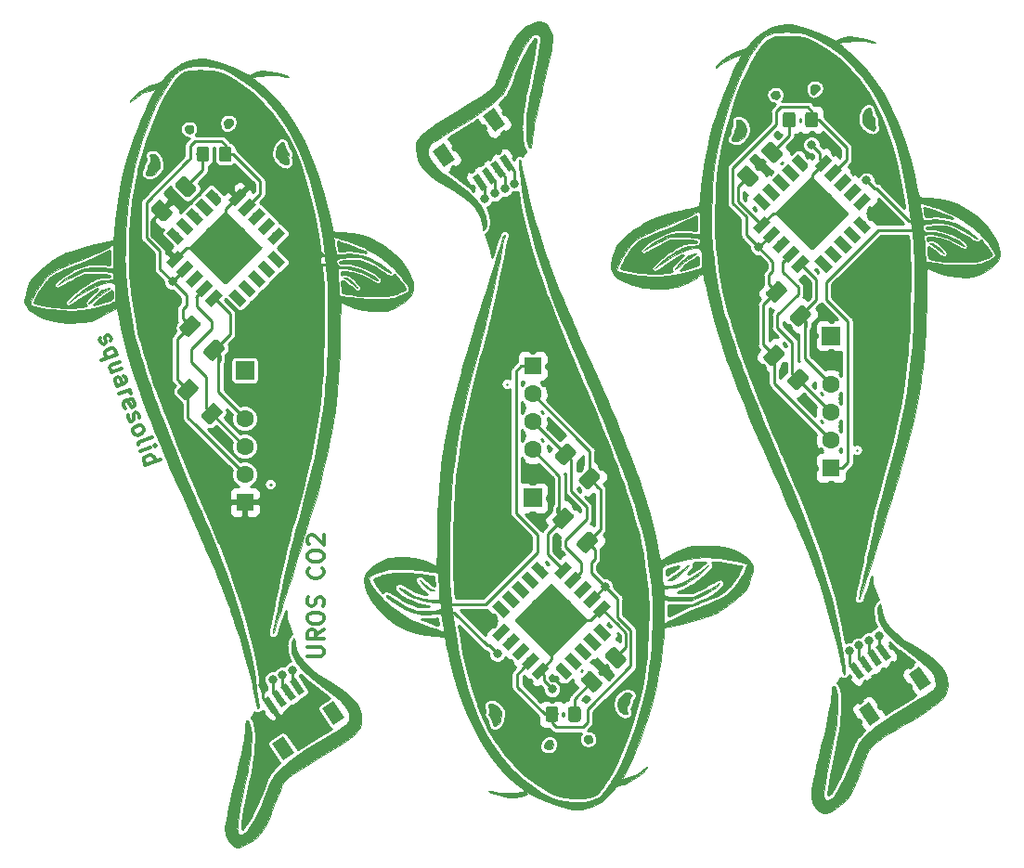
<source format=gbr>
%TF.GenerationSoftware,KiCad,Pcbnew,(5.0.2-5)-5*%
%TF.CreationDate,2022-10-07T21:03:45+07:00*%
%TF.ProjectId,gosanke,676f7361-6e6b-4652-9e6b-696361645f70,rev?*%
%TF.SameCoordinates,Original*%
%TF.FileFunction,Copper,L1,Top*%
%TF.FilePolarity,Positive*%
%FSLAX46Y46*%
G04 Gerber Fmt 4.6, Leading zero omitted, Abs format (unit mm)*
G04 Created by KiCad (PCBNEW (5.0.2-5)-5) date 2022 October 07, Friday 21:03:45*
%MOMM*%
%LPD*%
G01*
G04 APERTURE LIST*
%TA.AperFunction,NonConductor*%
%ADD10C,0.300000*%
%TD*%
%TA.AperFunction,EtchedComponent*%
%ADD11C,0.010000*%
%TD*%
%TA.AperFunction,EtchedComponent*%
%ADD12C,0.100000*%
%TD*%
%TA.AperFunction,BGAPad,CuDef*%
%ADD13C,1.000000*%
%TD*%
%TA.AperFunction,ComponentPad*%
%ADD14C,1.600200*%
%TD*%
%TA.AperFunction,ComponentPad*%
%ADD15R,1.600200X1.600200*%
%TD*%
%TA.AperFunction,Conductor*%
%ADD16C,0.100000*%
%TD*%
%TA.AperFunction,SMDPad,CuDef*%
%ADD17C,4.800000*%
%TD*%
%TA.AperFunction,SMDPad,CuDef*%
%ADD18C,0.800000*%
%TD*%
%TA.AperFunction,SMDPad,CuDef*%
%ADD19C,1.300000*%
%TD*%
%TA.AperFunction,ComponentPad*%
%ADD20R,1.700000X1.700000*%
%TD*%
%TA.AperFunction,SMDPad,CuDef*%
%ADD21C,0.600000*%
%TD*%
%TA.AperFunction,SMDPad,CuDef*%
%ADD22C,1.200000*%
%TD*%
%TA.AperFunction,SMDPad,CuDef*%
%ADD23C,1.150000*%
%TD*%
%TA.AperFunction,ViaPad*%
%ADD24C,0.800000*%
%TD*%
%TA.AperFunction,Conductor*%
%ADD25C,0.250000*%
%TD*%
%TA.AperFunction,Conductor*%
%ADD26C,0.254000*%
%TD*%
%TA.AperFunction,NonConductor*%
%ADD27C,0.254000*%
%TD*%
G04 APERTURE END LIST*
D10*
X129624876Y-67502897D02*
X129606615Y-67661568D01*
X129704335Y-67930052D01*
X129820316Y-68039864D01*
X129978988Y-68058125D01*
X130046109Y-68033695D01*
X130155921Y-67917714D01*
X130174181Y-67759042D01*
X130100891Y-67557679D01*
X130119152Y-67399007D01*
X130228964Y-67283027D01*
X130296085Y-67258597D01*
X130454757Y-67276857D01*
X130570738Y-67386669D01*
X130644028Y-67588032D01*
X130625767Y-67746704D01*
X131157058Y-68997571D02*
X129747519Y-69510601D01*
X130284486Y-69315161D02*
X130168505Y-69205349D01*
X130070785Y-68936866D01*
X130089046Y-68778194D01*
X130131737Y-68686643D01*
X130241549Y-68570662D01*
X130644274Y-68424082D01*
X130802946Y-68442343D01*
X130894497Y-68485034D01*
X131010478Y-68594845D01*
X131108198Y-68863329D01*
X131089937Y-69022001D01*
X131621228Y-70272868D02*
X130681536Y-70614888D01*
X131401358Y-69668780D02*
X130663028Y-69937510D01*
X130553216Y-70053491D01*
X130534955Y-70212163D01*
X130608245Y-70413525D01*
X130724226Y-70523337D01*
X130815777Y-70566028D01*
X131145706Y-71890185D02*
X131884036Y-71621455D01*
X131993847Y-71505474D01*
X132012108Y-71346802D01*
X131914388Y-71078319D01*
X131798407Y-70968507D01*
X131212827Y-71865755D02*
X131096846Y-71755943D01*
X130974696Y-71420339D01*
X130992957Y-71261667D01*
X131102768Y-71145686D01*
X131237010Y-71096826D01*
X131395682Y-71115087D01*
X131511663Y-71224899D01*
X131633813Y-71560503D01*
X131749794Y-71670315D01*
X131390006Y-72561394D02*
X132329698Y-72219374D01*
X132061215Y-72317094D02*
X132219887Y-72335355D01*
X132311438Y-72378046D01*
X132427418Y-72487858D01*
X132476279Y-72622099D01*
X131970157Y-73946503D02*
X131854176Y-73836691D01*
X131756456Y-73568208D01*
X131774717Y-73409536D01*
X131884529Y-73293555D01*
X132421496Y-73098115D01*
X132580168Y-73116376D01*
X132696149Y-73226188D01*
X132793869Y-73494671D01*
X132775608Y-73653343D01*
X132665796Y-73769324D01*
X132531554Y-73818184D01*
X132153012Y-73195835D01*
X132190027Y-74550591D02*
X132171766Y-74709263D01*
X132269486Y-74977747D01*
X132385467Y-75087558D01*
X132544139Y-75105819D01*
X132611260Y-75081389D01*
X132721072Y-74965408D01*
X132739332Y-74806737D01*
X132666042Y-74605374D01*
X132684303Y-74446702D01*
X132794115Y-74330721D01*
X132861236Y-74306291D01*
X133019908Y-74324552D01*
X133135889Y-74434364D01*
X133209179Y-74635727D01*
X133190918Y-74794398D01*
X132635936Y-75984560D02*
X132654197Y-75825888D01*
X132696888Y-75734337D01*
X132806700Y-75618357D01*
X133209425Y-75471776D01*
X133368097Y-75490037D01*
X133459648Y-75532728D01*
X133575629Y-75642540D01*
X133648919Y-75843903D01*
X133630658Y-76002575D01*
X133587967Y-76094125D01*
X133478155Y-76210106D01*
X133075430Y-76356686D01*
X132916758Y-76338426D01*
X132825207Y-76295735D01*
X132709226Y-76185923D01*
X132635936Y-75984560D01*
X133100107Y-77259857D02*
X133118367Y-77101186D01*
X133228179Y-76985205D01*
X134436355Y-76545464D01*
X133295547Y-77796825D02*
X134235239Y-77454804D01*
X134705086Y-77283794D02*
X134613535Y-77241103D01*
X134570844Y-77332654D01*
X134662395Y-77375345D01*
X134705086Y-77283794D01*
X134570844Y-77332654D01*
X133759717Y-79072122D02*
X135169256Y-78559091D01*
X133826838Y-79047692D02*
X133710857Y-78937880D01*
X133613137Y-78669396D01*
X133631398Y-78510724D01*
X133674089Y-78419174D01*
X133783900Y-78303193D01*
X134186626Y-78156613D01*
X134345298Y-78174873D01*
X134436848Y-78217564D01*
X134552829Y-78327376D01*
X134650549Y-78595860D01*
X134632289Y-78754532D01*
X148555971Y-96546228D02*
X149770257Y-96546228D01*
X149913114Y-96474800D01*
X149984542Y-96403371D01*
X150055971Y-96260514D01*
X150055971Y-95974800D01*
X149984542Y-95831942D01*
X149913114Y-95760514D01*
X149770257Y-95689085D01*
X148555971Y-95689085D01*
X150055971Y-94117657D02*
X149341685Y-94617657D01*
X150055971Y-94974800D02*
X148555971Y-94974800D01*
X148555971Y-94403371D01*
X148627400Y-94260514D01*
X148698828Y-94189085D01*
X148841685Y-94117657D01*
X149055971Y-94117657D01*
X149198828Y-94189085D01*
X149270257Y-94260514D01*
X149341685Y-94403371D01*
X149341685Y-94974800D01*
X148555971Y-93189085D02*
X148555971Y-92903371D01*
X148627400Y-92760514D01*
X148770257Y-92617657D01*
X149055971Y-92546228D01*
X149555971Y-92546228D01*
X149841685Y-92617657D01*
X149984542Y-92760514D01*
X150055971Y-92903371D01*
X150055971Y-93189085D01*
X149984542Y-93331942D01*
X149841685Y-93474800D01*
X149555971Y-93546228D01*
X149055971Y-93546228D01*
X148770257Y-93474800D01*
X148627400Y-93331942D01*
X148555971Y-93189085D01*
X149984542Y-91974800D02*
X150055971Y-91760514D01*
X150055971Y-91403371D01*
X149984542Y-91260514D01*
X149913114Y-91189085D01*
X149770257Y-91117657D01*
X149627400Y-91117657D01*
X149484542Y-91189085D01*
X149413114Y-91260514D01*
X149341685Y-91403371D01*
X149270257Y-91689085D01*
X149198828Y-91831942D01*
X149127400Y-91903371D01*
X148984542Y-91974800D01*
X148841685Y-91974800D01*
X148698828Y-91903371D01*
X148627400Y-91831942D01*
X148555971Y-91689085D01*
X148555971Y-91331942D01*
X148627400Y-91117657D01*
X149913114Y-88474800D02*
X149984542Y-88546228D01*
X150055971Y-88760514D01*
X150055971Y-88903371D01*
X149984542Y-89117657D01*
X149841685Y-89260514D01*
X149698828Y-89331942D01*
X149413114Y-89403371D01*
X149198828Y-89403371D01*
X148913114Y-89331942D01*
X148770257Y-89260514D01*
X148627400Y-89117657D01*
X148555971Y-88903371D01*
X148555971Y-88760514D01*
X148627400Y-88546228D01*
X148698828Y-88474800D01*
X148555971Y-87546228D02*
X148555971Y-87260514D01*
X148627400Y-87117657D01*
X148770257Y-86974800D01*
X149055971Y-86903371D01*
X149555971Y-86903371D01*
X149841685Y-86974800D01*
X149984542Y-87117657D01*
X150055971Y-87260514D01*
X150055971Y-87546228D01*
X149984542Y-87689085D01*
X149841685Y-87831942D01*
X149555971Y-87903371D01*
X149055971Y-87903371D01*
X148770257Y-87831942D01*
X148627400Y-87689085D01*
X148555971Y-87546228D01*
X148698828Y-86331942D02*
X148627400Y-86260514D01*
X148555971Y-86117657D01*
X148555971Y-85760514D01*
X148627400Y-85617657D01*
X148698828Y-85546228D01*
X148841685Y-85474800D01*
X148984542Y-85474800D01*
X149198828Y-85546228D01*
X150055971Y-86403371D01*
X150055971Y-85474800D01*
D11*
%TO.C,J4*%
G36*
X197474789Y-98198200D02*
X197440970Y-98141608D01*
X197400001Y-98010268D01*
X197345996Y-97783682D01*
X197273065Y-97441356D01*
X197175322Y-96962791D01*
X197121332Y-96695836D01*
X196983083Y-96067895D01*
X196798301Y-95312970D01*
X196576393Y-94463908D01*
X196326763Y-93553553D01*
X196058816Y-92614749D01*
X195781959Y-91680341D01*
X195505596Y-90783174D01*
X195239134Y-89956093D01*
X194991977Y-89231941D01*
X194951383Y-89118170D01*
X194727518Y-88504941D01*
X194483121Y-87851708D01*
X194228650Y-87184997D01*
X193974562Y-86531335D01*
X193731315Y-85917251D01*
X193509364Y-85369272D01*
X193319168Y-84913924D01*
X193171183Y-84577737D01*
X193115730Y-84461503D01*
X193035473Y-84291185D01*
X192899225Y-83990978D01*
X192718334Y-83586365D01*
X192504145Y-83102825D01*
X192268006Y-82565840D01*
X192078883Y-82133170D01*
X191507118Y-80826828D01*
X190962018Y-79591777D01*
X190453054Y-78449280D01*
X189989699Y-77420602D01*
X189581428Y-76527007D01*
X189578457Y-76520563D01*
X189418104Y-76159459D01*
X189207792Y-75665575D01*
X188957722Y-75064418D01*
X188678095Y-74381494D01*
X188379111Y-73642310D01*
X188070970Y-72872372D01*
X187763874Y-72097187D01*
X187468021Y-71342262D01*
X187193614Y-70633103D01*
X186950852Y-69995218D01*
X186749935Y-69454112D01*
X186724411Y-69383900D01*
X186178055Y-67782812D01*
X185688071Y-66158966D01*
X185270910Y-64569672D01*
X185013035Y-63421836D01*
X184904868Y-62902905D01*
X184806971Y-62442757D01*
X184724805Y-62066294D01*
X184663831Y-61798413D01*
X184629509Y-61664016D01*
X184625197Y-61653415D01*
X184545724Y-61680221D01*
X184362499Y-61780997D01*
X184112298Y-61935230D01*
X184063978Y-61966441D01*
X183164371Y-62473993D01*
X182277933Y-62816993D01*
X182096333Y-62867513D01*
X181706092Y-62936412D01*
X181199095Y-62979492D01*
X180625959Y-62996622D01*
X180037302Y-62987670D01*
X179483740Y-62952505D01*
X179015892Y-62890997D01*
X178937854Y-62875689D01*
X178193314Y-62679127D01*
X177546847Y-62427720D01*
X177012059Y-62130948D01*
X176602560Y-61798291D01*
X176331958Y-61439230D01*
X176213861Y-61063245D01*
X176209702Y-60975149D01*
X176239650Y-60733850D01*
X176317932Y-60388569D01*
X176429036Y-59992156D01*
X176557448Y-59597465D01*
X176687656Y-59257346D01*
X176759013Y-59103724D01*
X176907465Y-58903557D01*
X177170599Y-58634255D01*
X177520506Y-58318016D01*
X177929280Y-57977039D01*
X178369011Y-57633523D01*
X178811793Y-57309667D01*
X179229717Y-57027669D01*
X179594875Y-56809728D01*
X179729668Y-56740784D01*
X179999626Y-56631469D01*
X180399587Y-56494401D01*
X180894502Y-56339676D01*
X181449325Y-56177388D01*
X182029006Y-56017632D01*
X182598499Y-55870500D01*
X183122757Y-55746090D01*
X183362955Y-55694324D01*
X184294288Y-55502429D01*
X184354669Y-54784300D01*
X184466929Y-53676134D01*
X184618826Y-52520683D01*
X184803178Y-51358651D01*
X185012803Y-50230748D01*
X185240519Y-49177680D01*
X185479143Y-48240154D01*
X185556940Y-47970170D01*
X185748930Y-47365311D01*
X185987602Y-46675554D01*
X186260338Y-45932475D01*
X186554521Y-45167650D01*
X186857531Y-44412654D01*
X187156751Y-43699066D01*
X187439562Y-43058459D01*
X187693346Y-42522411D01*
X187866104Y-42191670D01*
X188005206Y-41934093D01*
X188098230Y-41745825D01*
X188127204Y-41663519D01*
X188125558Y-41662503D01*
X188033080Y-41686795D01*
X187824936Y-41750474D01*
X187546771Y-41839565D01*
X186968192Y-42062604D01*
X186503603Y-42325758D01*
X186137057Y-42622512D01*
X185935087Y-42790341D01*
X185829105Y-42837255D01*
X185817680Y-42780845D01*
X185899381Y-42638700D01*
X186072780Y-42428411D01*
X186160314Y-42336427D01*
X186440689Y-42093320D01*
X186801315Y-41839429D01*
X187202057Y-41596889D01*
X187602778Y-41387837D01*
X187963344Y-41234409D01*
X188243618Y-41158742D01*
X188303265Y-41154503D01*
X188463318Y-41130094D01*
X188613980Y-41037366D01*
X188793798Y-40847069D01*
X188924816Y-40682822D01*
X189386175Y-40182093D01*
X189957400Y-39711092D01*
X190579821Y-39315967D01*
X190813621Y-39197167D01*
X191244400Y-39043218D01*
X191746784Y-38938213D01*
X192249663Y-38892400D01*
X192681924Y-38916029D01*
X192718621Y-38922624D01*
X193920898Y-39224632D01*
X195105054Y-39651164D01*
X195670598Y-39905660D01*
X196717574Y-40412658D01*
X197067598Y-40214377D01*
X197455802Y-40075005D01*
X197954985Y-40018920D01*
X198530171Y-40043557D01*
X199146382Y-40146351D01*
X199768644Y-40324736D01*
X200051479Y-40433220D01*
X200261447Y-40534891D01*
X200317731Y-40595191D01*
X200231547Y-40611247D01*
X200014109Y-40580185D01*
X199734154Y-40514510D01*
X199391008Y-40441863D01*
X199035337Y-40409139D01*
X198605230Y-40412375D01*
X198348955Y-40425861D01*
X197797517Y-40466711D01*
X197404073Y-40511365D01*
X197157293Y-40561714D01*
X197045849Y-40619646D01*
X197036621Y-40644732D01*
X197100030Y-40720736D01*
X197268985Y-40868369D01*
X197511578Y-41060362D01*
X197608121Y-41133101D01*
X198517338Y-41903346D01*
X199388656Y-42828172D01*
X200215808Y-43895806D01*
X200992526Y-45094478D01*
X201712543Y-46412415D01*
X202369590Y-47837846D01*
X202957400Y-49358998D01*
X203469704Y-50964099D01*
X203900236Y-52641378D01*
X204014072Y-53164346D01*
X204112451Y-53637240D01*
X204197552Y-54049160D01*
X204263819Y-54372970D01*
X204305692Y-54581531D01*
X204317955Y-54648029D01*
X204396470Y-54664497D01*
X204607894Y-54686605D01*
X204916046Y-54710944D01*
X205145363Y-54725998D01*
X206115347Y-54823713D01*
X206963378Y-54995029D01*
X207723508Y-55247702D01*
X208032413Y-55383578D01*
X208905451Y-55877970D01*
X209714272Y-56494840D01*
X210432042Y-57207985D01*
X211031925Y-57991198D01*
X211436156Y-58707321D01*
X211633141Y-59265932D01*
X211686397Y-59791914D01*
X211661994Y-59917818D01*
X211260621Y-59917818D01*
X211206441Y-59755955D01*
X211057671Y-59498450D01*
X210834968Y-59173729D01*
X210558987Y-58810215D01*
X210250385Y-58436332D01*
X209929817Y-58080504D01*
X209911187Y-58060909D01*
X209217109Y-57421758D01*
X208402336Y-56822552D01*
X207515436Y-56298385D01*
X207365955Y-56221755D01*
X207138775Y-56118955D01*
X206815993Y-55987505D01*
X206427977Y-55838190D01*
X206005096Y-55681794D01*
X205577716Y-55529103D01*
X205176206Y-55390900D01*
X204830933Y-55277970D01*
X204572266Y-55201098D01*
X204430572Y-55171069D01*
X204414327Y-55173539D01*
X204412089Y-55263276D01*
X204432426Y-55480171D01*
X204471235Y-55784166D01*
X204490655Y-55918779D01*
X204545900Y-56257264D01*
X204600178Y-56534564D01*
X204644282Y-56705329D01*
X204655647Y-56731593D01*
X204747400Y-56777983D01*
X204953423Y-56778031D01*
X205269530Y-56736699D01*
X205806332Y-56697312D01*
X206399487Y-56728839D01*
X206978903Y-56823253D01*
X207474484Y-56972524D01*
X207529012Y-56995503D01*
X207796577Y-57128693D01*
X208135247Y-57319422D01*
X208506423Y-57543297D01*
X208871505Y-57775931D01*
X209191894Y-57992932D01*
X209428991Y-58169912D01*
X209523926Y-58256033D01*
X209640475Y-58409669D01*
X209629149Y-58466489D01*
X209499257Y-58428951D01*
X209260107Y-58299511D01*
X208960340Y-58107273D01*
X208323420Y-57696661D01*
X207776522Y-57391512D01*
X207286726Y-57180849D01*
X206821106Y-57053697D01*
X206346742Y-56999078D01*
X205830709Y-57006016D01*
X205688188Y-57016340D01*
X205250488Y-57057454D01*
X204955276Y-57101908D01*
X204775811Y-57158898D01*
X204685350Y-57237623D01*
X204657149Y-57347279D01*
X204656621Y-57371120D01*
X204676765Y-57615691D01*
X204760638Y-57755890D01*
X204943403Y-57819378D01*
X205244803Y-57833836D01*
X205728006Y-57871296D01*
X206256826Y-57974845D01*
X206797714Y-58131237D01*
X207317118Y-58327228D01*
X207781487Y-58549572D01*
X208157269Y-58785024D01*
X208410914Y-59020337D01*
X208467921Y-59106264D01*
X208453997Y-59151760D01*
X208308959Y-59096878D01*
X208031140Y-58940894D01*
X207888968Y-58854067D01*
X207062314Y-58425078D01*
X206232479Y-58159997D01*
X205446961Y-58062278D01*
X205143348Y-58059674D01*
X204912024Y-58068528D01*
X204799415Y-58086937D01*
X204796764Y-58088923D01*
X204788668Y-58181268D01*
X204791360Y-58405052D01*
X204802718Y-58722872D01*
X204820617Y-59097324D01*
X204842935Y-59491008D01*
X204867548Y-59866521D01*
X204892333Y-60186459D01*
X204915168Y-60413422D01*
X204933929Y-60510006D01*
X204934216Y-60510320D01*
X205022482Y-60532665D01*
X205243269Y-60574677D01*
X205561769Y-60630030D01*
X205887087Y-60683450D01*
X206663001Y-60774905D01*
X207571700Y-60823879D01*
X208170288Y-60832016D01*
X208694536Y-60829836D01*
X209088860Y-60820508D01*
X209392649Y-60799543D01*
X209645291Y-60762453D01*
X209886174Y-60704749D01*
X210154688Y-60621941D01*
X210228839Y-60597427D01*
X210728411Y-60405401D01*
X211062272Y-60216396D01*
X211233958Y-60028082D01*
X211260621Y-59917818D01*
X211661994Y-59917818D01*
X211595004Y-60263438D01*
X211509330Y-60446975D01*
X211269050Y-60752013D01*
X210905542Y-61068531D01*
X210460579Y-61369949D01*
X209975934Y-61629687D01*
X209493379Y-61821163D01*
X209245621Y-61887405D01*
X208584789Y-61965183D01*
X207844652Y-61948159D01*
X207080696Y-61844023D01*
X206348406Y-61660469D01*
X205703270Y-61405187D01*
X205678839Y-61392975D01*
X205383375Y-61252556D01*
X205201085Y-61191872D01*
X205100432Y-61202724D01*
X205069501Y-61234519D01*
X205050433Y-61346429D01*
X205033180Y-61604321D01*
X205018455Y-61984848D01*
X205006971Y-62464663D01*
X204999442Y-63020418D01*
X204996585Y-63620884D01*
X204984078Y-64677353D01*
X204949327Y-65798570D01*
X204894750Y-66948032D01*
X204822767Y-68089235D01*
X204735799Y-69185675D01*
X204636265Y-70200850D01*
X204526585Y-71098255D01*
X204479375Y-71422836D01*
X204293374Y-72520869D01*
X204057847Y-73732434D01*
X203783051Y-75012637D01*
X203479240Y-76316580D01*
X203156672Y-77599367D01*
X202825602Y-78816102D01*
X202661323Y-79381503D01*
X202447050Y-80096726D01*
X202209104Y-80882441D01*
X201952040Y-81724212D01*
X201680415Y-82607604D01*
X201398787Y-83518179D01*
X201111710Y-84441502D01*
X200823741Y-85363136D01*
X200539437Y-86268646D01*
X200263354Y-87143596D01*
X200000048Y-87973548D01*
X199754076Y-88744068D01*
X199529994Y-89440718D01*
X199332358Y-90049063D01*
X199165725Y-90554667D01*
X199034651Y-90943093D01*
X198943692Y-91199906D01*
X198897405Y-91310669D01*
X198895463Y-91313104D01*
X198836095Y-91337998D01*
X198843603Y-91219175D01*
X198849247Y-91192503D01*
X198876564Y-91065768D01*
X198935144Y-90792084D01*
X199021002Y-90390128D01*
X199130155Y-89878577D01*
X199258618Y-89276105D01*
X199402407Y-88601391D01*
X199557537Y-87873109D01*
X199625948Y-87551836D01*
X199828194Y-86604355D01*
X200002622Y-85795002D01*
X200155971Y-85096133D01*
X200294981Y-84480108D01*
X200426392Y-83919284D01*
X200556942Y-83386020D01*
X200693371Y-82852672D01*
X200842419Y-82291600D01*
X201010825Y-81675160D01*
X201205329Y-80975711D01*
X201388520Y-80322622D01*
X201872877Y-78546523D01*
X202291101Y-76893753D01*
X202649112Y-75334406D01*
X202952834Y-73838572D01*
X203208188Y-72376344D01*
X203421094Y-70917813D01*
X203597476Y-69433072D01*
X203653519Y-68882836D01*
X203705532Y-68252565D01*
X203752007Y-67498513D01*
X203792530Y-66646818D01*
X203826686Y-65723619D01*
X203854061Y-64755054D01*
X203874240Y-63767262D01*
X203886808Y-62786382D01*
X203891350Y-61838552D01*
X203887453Y-60949910D01*
X203874700Y-60146595D01*
X203852679Y-59454746D01*
X203820973Y-58900501D01*
X203813349Y-58807503D01*
X203605533Y-56828740D01*
X203336633Y-54933544D01*
X203009445Y-53132116D01*
X202626765Y-51434658D01*
X202191389Y-49851372D01*
X201706113Y-48392459D01*
X201173733Y-47068122D01*
X200597044Y-45888561D01*
X200001061Y-44896977D01*
X199126231Y-43702439D01*
X198192923Y-42637052D01*
X197213800Y-41714073D01*
X196274621Y-40996097D01*
X195588479Y-40547371D01*
X194988561Y-40202900D01*
X194438639Y-39949984D01*
X193902486Y-39775921D01*
X193343871Y-39668011D01*
X192726567Y-39613553D01*
X192295288Y-39601022D01*
X191653076Y-39611979D01*
X191125854Y-39673852D01*
X190684009Y-39803724D01*
X190297933Y-40018677D01*
X189938013Y-40335796D01*
X189574641Y-40772163D01*
X189178204Y-41344862D01*
X189121490Y-41432079D01*
X188683796Y-42177544D01*
X188239142Y-43063736D01*
X187798243Y-44062974D01*
X187371815Y-45147576D01*
X186970574Y-46289862D01*
X186605235Y-47462150D01*
X186286513Y-48636760D01*
X186207994Y-48958470D01*
X185979954Y-49970282D01*
X185796769Y-50913264D01*
X185653404Y-51828732D01*
X185544828Y-52758003D01*
X185466006Y-53742394D01*
X185411906Y-54823221D01*
X185384641Y-55717170D01*
X185368655Y-56511093D01*
X185363102Y-57172598D01*
X185368873Y-57738332D01*
X185386859Y-58244942D01*
X185417951Y-58729074D01*
X185463039Y-59227374D01*
X185472095Y-59315503D01*
X185583776Y-60263613D01*
X185592636Y-60326960D01*
X184520396Y-60326960D01*
X184517505Y-60206221D01*
X184493437Y-59787991D01*
X184438163Y-59513438D01*
X184330464Y-59357200D01*
X184149122Y-59293913D01*
X183872917Y-59298216D01*
X183766914Y-59309061D01*
X183202424Y-59433628D01*
X182555461Y-59690576D01*
X181821930Y-60081932D01*
X180997734Y-60609725D01*
X180653621Y-60850989D01*
X180230288Y-61154275D01*
X180751426Y-60646720D01*
X181055936Y-60381287D01*
X181448780Y-60082393D01*
X181868423Y-59795404D01*
X182101886Y-59651083D01*
X182475639Y-59435405D01*
X182754174Y-59291848D01*
X182986055Y-59203094D01*
X183219848Y-59151821D01*
X183504118Y-59120709D01*
X183612748Y-59112252D01*
X184294288Y-59061503D01*
X184320396Y-58746856D01*
X184323018Y-58533952D01*
X184260862Y-58426841D01*
X184108729Y-58367179D01*
X183936639Y-58342783D01*
X183635234Y-58322350D01*
X183244520Y-58307800D01*
X182804504Y-58301057D01*
X182727955Y-58300826D01*
X181584955Y-58299503D01*
X180780621Y-58694475D01*
X180396275Y-58886900D01*
X180023847Y-59079694D01*
X179718170Y-59244196D01*
X179595288Y-59314042D01*
X179214288Y-59538636D01*
X179593514Y-59186690D01*
X179889224Y-58958760D01*
X180296521Y-58706462D01*
X180765259Y-58455600D01*
X181245293Y-58231974D01*
X181686478Y-58061388D01*
X181906684Y-57996453D01*
X182180130Y-57957819D01*
X182564886Y-57939437D01*
X183006223Y-57940014D01*
X183449412Y-57958258D01*
X183839725Y-57992874D01*
X184122434Y-58042571D01*
X184146121Y-58049362D01*
X184336621Y-58107586D01*
X184336621Y-56989989D01*
X184332132Y-56580346D01*
X184319834Y-56242616D01*
X184301486Y-56006921D01*
X184278844Y-55903384D01*
X184273121Y-55901472D01*
X184176618Y-55949526D01*
X183961798Y-56058399D01*
X183661021Y-56211642D01*
X183326933Y-56382421D01*
X182958692Y-56560621D01*
X182476053Y-56779059D01*
X181923187Y-57018567D01*
X181344267Y-57259977D01*
X180829266Y-57466243D01*
X180179902Y-57722776D01*
X179664923Y-57934432D01*
X179259883Y-58115045D01*
X178940337Y-58278448D01*
X178681839Y-58438477D01*
X178459945Y-58608963D01*
X178250210Y-58803743D01*
X178028187Y-59036648D01*
X177999949Y-59067389D01*
X177771767Y-59346059D01*
X177529837Y-59690688D01*
X177291890Y-60069402D01*
X177075661Y-60450331D01*
X176898883Y-60801600D01*
X176779290Y-61091338D01*
X176734615Y-61287672D01*
X176740743Y-61330574D01*
X176839442Y-61390902D01*
X177076202Y-61465615D01*
X177420960Y-61548906D01*
X177843652Y-61634965D01*
X178314215Y-61717986D01*
X178802586Y-61792160D01*
X179278700Y-61851679D01*
X179595288Y-61882056D01*
X180503976Y-61901095D01*
X181493256Y-61825514D01*
X182508398Y-61662487D01*
X183494671Y-61419187D01*
X183764241Y-61335692D01*
X184077109Y-61224850D01*
X184325346Y-61120036D01*
X184465907Y-61039936D01*
X184479758Y-61025061D01*
X184504803Y-60900071D01*
X184519057Y-60652020D01*
X184520396Y-60326960D01*
X185592636Y-60326960D01*
X185726301Y-61282628D01*
X185889754Y-62309540D01*
X186064220Y-63281340D01*
X186206896Y-63985263D01*
X186288825Y-64318701D01*
X186417126Y-64783600D01*
X186582904Y-65351361D01*
X186777259Y-65993385D01*
X186991296Y-66681073D01*
X187216116Y-67385828D01*
X187442822Y-68079051D01*
X187662516Y-68732142D01*
X187860171Y-69299309D01*
X188036153Y-69779070D01*
X188268686Y-70391244D01*
X188548290Y-71112319D01*
X188865483Y-71918780D01*
X189210783Y-72787113D01*
X189574708Y-73693806D01*
X189947777Y-74615344D01*
X190320509Y-75528214D01*
X190683422Y-76408902D01*
X191027033Y-77233894D01*
X191341863Y-77979676D01*
X191618429Y-78622736D01*
X191635474Y-78661836D01*
X191960138Y-79410076D01*
X192323515Y-80254630D01*
X192702476Y-81141276D01*
X193073893Y-82015796D01*
X193414639Y-82823970D01*
X193603981Y-83276645D01*
X194125731Y-84573823D01*
X194632619Y-85920513D01*
X195116744Y-87291270D01*
X195570208Y-88660650D01*
X195985111Y-90003210D01*
X196353553Y-91293506D01*
X196667634Y-92506095D01*
X196919454Y-93615531D01*
X197082087Y-94479092D01*
X197241485Y-95461579D01*
X197369673Y-96298412D01*
X197466196Y-96985968D01*
X197530602Y-97520625D01*
X197562436Y-97898760D01*
X197561244Y-98116752D01*
X197544530Y-98169128D01*
X197507347Y-98200542D01*
X197474789Y-98198200D01*
X197474789Y-98198200D01*
G37*
X197474789Y-98198200D02*
X197440970Y-98141608D01*
X197400001Y-98010268D01*
X197345996Y-97783682D01*
X197273065Y-97441356D01*
X197175322Y-96962791D01*
X197121332Y-96695836D01*
X196983083Y-96067895D01*
X196798301Y-95312970D01*
X196576393Y-94463908D01*
X196326763Y-93553553D01*
X196058816Y-92614749D01*
X195781959Y-91680341D01*
X195505596Y-90783174D01*
X195239134Y-89956093D01*
X194991977Y-89231941D01*
X194951383Y-89118170D01*
X194727518Y-88504941D01*
X194483121Y-87851708D01*
X194228650Y-87184997D01*
X193974562Y-86531335D01*
X193731315Y-85917251D01*
X193509364Y-85369272D01*
X193319168Y-84913924D01*
X193171183Y-84577737D01*
X193115730Y-84461503D01*
X193035473Y-84291185D01*
X192899225Y-83990978D01*
X192718334Y-83586365D01*
X192504145Y-83102825D01*
X192268006Y-82565840D01*
X192078883Y-82133170D01*
X191507118Y-80826828D01*
X190962018Y-79591777D01*
X190453054Y-78449280D01*
X189989699Y-77420602D01*
X189581428Y-76527007D01*
X189578457Y-76520563D01*
X189418104Y-76159459D01*
X189207792Y-75665575D01*
X188957722Y-75064418D01*
X188678095Y-74381494D01*
X188379111Y-73642310D01*
X188070970Y-72872372D01*
X187763874Y-72097187D01*
X187468021Y-71342262D01*
X187193614Y-70633103D01*
X186950852Y-69995218D01*
X186749935Y-69454112D01*
X186724411Y-69383900D01*
X186178055Y-67782812D01*
X185688071Y-66158966D01*
X185270910Y-64569672D01*
X185013035Y-63421836D01*
X184904868Y-62902905D01*
X184806971Y-62442757D01*
X184724805Y-62066294D01*
X184663831Y-61798413D01*
X184629509Y-61664016D01*
X184625197Y-61653415D01*
X184545724Y-61680221D01*
X184362499Y-61780997D01*
X184112298Y-61935230D01*
X184063978Y-61966441D01*
X183164371Y-62473993D01*
X182277933Y-62816993D01*
X182096333Y-62867513D01*
X181706092Y-62936412D01*
X181199095Y-62979492D01*
X180625959Y-62996622D01*
X180037302Y-62987670D01*
X179483740Y-62952505D01*
X179015892Y-62890997D01*
X178937854Y-62875689D01*
X178193314Y-62679127D01*
X177546847Y-62427720D01*
X177012059Y-62130948D01*
X176602560Y-61798291D01*
X176331958Y-61439230D01*
X176213861Y-61063245D01*
X176209702Y-60975149D01*
X176239650Y-60733850D01*
X176317932Y-60388569D01*
X176429036Y-59992156D01*
X176557448Y-59597465D01*
X176687656Y-59257346D01*
X176759013Y-59103724D01*
X176907465Y-58903557D01*
X177170599Y-58634255D01*
X177520506Y-58318016D01*
X177929280Y-57977039D01*
X178369011Y-57633523D01*
X178811793Y-57309667D01*
X179229717Y-57027669D01*
X179594875Y-56809728D01*
X179729668Y-56740784D01*
X179999626Y-56631469D01*
X180399587Y-56494401D01*
X180894502Y-56339676D01*
X181449325Y-56177388D01*
X182029006Y-56017632D01*
X182598499Y-55870500D01*
X183122757Y-55746090D01*
X183362955Y-55694324D01*
X184294288Y-55502429D01*
X184354669Y-54784300D01*
X184466929Y-53676134D01*
X184618826Y-52520683D01*
X184803178Y-51358651D01*
X185012803Y-50230748D01*
X185240519Y-49177680D01*
X185479143Y-48240154D01*
X185556940Y-47970170D01*
X185748930Y-47365311D01*
X185987602Y-46675554D01*
X186260338Y-45932475D01*
X186554521Y-45167650D01*
X186857531Y-44412654D01*
X187156751Y-43699066D01*
X187439562Y-43058459D01*
X187693346Y-42522411D01*
X187866104Y-42191670D01*
X188005206Y-41934093D01*
X188098230Y-41745825D01*
X188127204Y-41663519D01*
X188125558Y-41662503D01*
X188033080Y-41686795D01*
X187824936Y-41750474D01*
X187546771Y-41839565D01*
X186968192Y-42062604D01*
X186503603Y-42325758D01*
X186137057Y-42622512D01*
X185935087Y-42790341D01*
X185829105Y-42837255D01*
X185817680Y-42780845D01*
X185899381Y-42638700D01*
X186072780Y-42428411D01*
X186160314Y-42336427D01*
X186440689Y-42093320D01*
X186801315Y-41839429D01*
X187202057Y-41596889D01*
X187602778Y-41387837D01*
X187963344Y-41234409D01*
X188243618Y-41158742D01*
X188303265Y-41154503D01*
X188463318Y-41130094D01*
X188613980Y-41037366D01*
X188793798Y-40847069D01*
X188924816Y-40682822D01*
X189386175Y-40182093D01*
X189957400Y-39711092D01*
X190579821Y-39315967D01*
X190813621Y-39197167D01*
X191244400Y-39043218D01*
X191746784Y-38938213D01*
X192249663Y-38892400D01*
X192681924Y-38916029D01*
X192718621Y-38922624D01*
X193920898Y-39224632D01*
X195105054Y-39651164D01*
X195670598Y-39905660D01*
X196717574Y-40412658D01*
X197067598Y-40214377D01*
X197455802Y-40075005D01*
X197954985Y-40018920D01*
X198530171Y-40043557D01*
X199146382Y-40146351D01*
X199768644Y-40324736D01*
X200051479Y-40433220D01*
X200261447Y-40534891D01*
X200317731Y-40595191D01*
X200231547Y-40611247D01*
X200014109Y-40580185D01*
X199734154Y-40514510D01*
X199391008Y-40441863D01*
X199035337Y-40409139D01*
X198605230Y-40412375D01*
X198348955Y-40425861D01*
X197797517Y-40466711D01*
X197404073Y-40511365D01*
X197157293Y-40561714D01*
X197045849Y-40619646D01*
X197036621Y-40644732D01*
X197100030Y-40720736D01*
X197268985Y-40868369D01*
X197511578Y-41060362D01*
X197608121Y-41133101D01*
X198517338Y-41903346D01*
X199388656Y-42828172D01*
X200215808Y-43895806D01*
X200992526Y-45094478D01*
X201712543Y-46412415D01*
X202369590Y-47837846D01*
X202957400Y-49358998D01*
X203469704Y-50964099D01*
X203900236Y-52641378D01*
X204014072Y-53164346D01*
X204112451Y-53637240D01*
X204197552Y-54049160D01*
X204263819Y-54372970D01*
X204305692Y-54581531D01*
X204317955Y-54648029D01*
X204396470Y-54664497D01*
X204607894Y-54686605D01*
X204916046Y-54710944D01*
X205145363Y-54725998D01*
X206115347Y-54823713D01*
X206963378Y-54995029D01*
X207723508Y-55247702D01*
X208032413Y-55383578D01*
X208905451Y-55877970D01*
X209714272Y-56494840D01*
X210432042Y-57207985D01*
X211031925Y-57991198D01*
X211436156Y-58707321D01*
X211633141Y-59265932D01*
X211686397Y-59791914D01*
X211661994Y-59917818D01*
X211260621Y-59917818D01*
X211206441Y-59755955D01*
X211057671Y-59498450D01*
X210834968Y-59173729D01*
X210558987Y-58810215D01*
X210250385Y-58436332D01*
X209929817Y-58080504D01*
X209911187Y-58060909D01*
X209217109Y-57421758D01*
X208402336Y-56822552D01*
X207515436Y-56298385D01*
X207365955Y-56221755D01*
X207138775Y-56118955D01*
X206815993Y-55987505D01*
X206427977Y-55838190D01*
X206005096Y-55681794D01*
X205577716Y-55529103D01*
X205176206Y-55390900D01*
X204830933Y-55277970D01*
X204572266Y-55201098D01*
X204430572Y-55171069D01*
X204414327Y-55173539D01*
X204412089Y-55263276D01*
X204432426Y-55480171D01*
X204471235Y-55784166D01*
X204490655Y-55918779D01*
X204545900Y-56257264D01*
X204600178Y-56534564D01*
X204644282Y-56705329D01*
X204655647Y-56731593D01*
X204747400Y-56777983D01*
X204953423Y-56778031D01*
X205269530Y-56736699D01*
X205806332Y-56697312D01*
X206399487Y-56728839D01*
X206978903Y-56823253D01*
X207474484Y-56972524D01*
X207529012Y-56995503D01*
X207796577Y-57128693D01*
X208135247Y-57319422D01*
X208506423Y-57543297D01*
X208871505Y-57775931D01*
X209191894Y-57992932D01*
X209428991Y-58169912D01*
X209523926Y-58256033D01*
X209640475Y-58409669D01*
X209629149Y-58466489D01*
X209499257Y-58428951D01*
X209260107Y-58299511D01*
X208960340Y-58107273D01*
X208323420Y-57696661D01*
X207776522Y-57391512D01*
X207286726Y-57180849D01*
X206821106Y-57053697D01*
X206346742Y-56999078D01*
X205830709Y-57006016D01*
X205688188Y-57016340D01*
X205250488Y-57057454D01*
X204955276Y-57101908D01*
X204775811Y-57158898D01*
X204685350Y-57237623D01*
X204657149Y-57347279D01*
X204656621Y-57371120D01*
X204676765Y-57615691D01*
X204760638Y-57755890D01*
X204943403Y-57819378D01*
X205244803Y-57833836D01*
X205728006Y-57871296D01*
X206256826Y-57974845D01*
X206797714Y-58131237D01*
X207317118Y-58327228D01*
X207781487Y-58549572D01*
X208157269Y-58785024D01*
X208410914Y-59020337D01*
X208467921Y-59106264D01*
X208453997Y-59151760D01*
X208308959Y-59096878D01*
X208031140Y-58940894D01*
X207888968Y-58854067D01*
X207062314Y-58425078D01*
X206232479Y-58159997D01*
X205446961Y-58062278D01*
X205143348Y-58059674D01*
X204912024Y-58068528D01*
X204799415Y-58086937D01*
X204796764Y-58088923D01*
X204788668Y-58181268D01*
X204791360Y-58405052D01*
X204802718Y-58722872D01*
X204820617Y-59097324D01*
X204842935Y-59491008D01*
X204867548Y-59866521D01*
X204892333Y-60186459D01*
X204915168Y-60413422D01*
X204933929Y-60510006D01*
X204934216Y-60510320D01*
X205022482Y-60532665D01*
X205243269Y-60574677D01*
X205561769Y-60630030D01*
X205887087Y-60683450D01*
X206663001Y-60774905D01*
X207571700Y-60823879D01*
X208170288Y-60832016D01*
X208694536Y-60829836D01*
X209088860Y-60820508D01*
X209392649Y-60799543D01*
X209645291Y-60762453D01*
X209886174Y-60704749D01*
X210154688Y-60621941D01*
X210228839Y-60597427D01*
X210728411Y-60405401D01*
X211062272Y-60216396D01*
X211233958Y-60028082D01*
X211260621Y-59917818D01*
X211661994Y-59917818D01*
X211595004Y-60263438D01*
X211509330Y-60446975D01*
X211269050Y-60752013D01*
X210905542Y-61068531D01*
X210460579Y-61369949D01*
X209975934Y-61629687D01*
X209493379Y-61821163D01*
X209245621Y-61887405D01*
X208584789Y-61965183D01*
X207844652Y-61948159D01*
X207080696Y-61844023D01*
X206348406Y-61660469D01*
X205703270Y-61405187D01*
X205678839Y-61392975D01*
X205383375Y-61252556D01*
X205201085Y-61191872D01*
X205100432Y-61202724D01*
X205069501Y-61234519D01*
X205050433Y-61346429D01*
X205033180Y-61604321D01*
X205018455Y-61984848D01*
X205006971Y-62464663D01*
X204999442Y-63020418D01*
X204996585Y-63620884D01*
X204984078Y-64677353D01*
X204949327Y-65798570D01*
X204894750Y-66948032D01*
X204822767Y-68089235D01*
X204735799Y-69185675D01*
X204636265Y-70200850D01*
X204526585Y-71098255D01*
X204479375Y-71422836D01*
X204293374Y-72520869D01*
X204057847Y-73732434D01*
X203783051Y-75012637D01*
X203479240Y-76316580D01*
X203156672Y-77599367D01*
X202825602Y-78816102D01*
X202661323Y-79381503D01*
X202447050Y-80096726D01*
X202209104Y-80882441D01*
X201952040Y-81724212D01*
X201680415Y-82607604D01*
X201398787Y-83518179D01*
X201111710Y-84441502D01*
X200823741Y-85363136D01*
X200539437Y-86268646D01*
X200263354Y-87143596D01*
X200000048Y-87973548D01*
X199754076Y-88744068D01*
X199529994Y-89440718D01*
X199332358Y-90049063D01*
X199165725Y-90554667D01*
X199034651Y-90943093D01*
X198943692Y-91199906D01*
X198897405Y-91310669D01*
X198895463Y-91313104D01*
X198836095Y-91337998D01*
X198843603Y-91219175D01*
X198849247Y-91192503D01*
X198876564Y-91065768D01*
X198935144Y-90792084D01*
X199021002Y-90390128D01*
X199130155Y-89878577D01*
X199258618Y-89276105D01*
X199402407Y-88601391D01*
X199557537Y-87873109D01*
X199625948Y-87551836D01*
X199828194Y-86604355D01*
X200002622Y-85795002D01*
X200155971Y-85096133D01*
X200294981Y-84480108D01*
X200426392Y-83919284D01*
X200556942Y-83386020D01*
X200693371Y-82852672D01*
X200842419Y-82291600D01*
X201010825Y-81675160D01*
X201205329Y-80975711D01*
X201388520Y-80322622D01*
X201872877Y-78546523D01*
X202291101Y-76893753D01*
X202649112Y-75334406D01*
X202952834Y-73838572D01*
X203208188Y-72376344D01*
X203421094Y-70917813D01*
X203597476Y-69433072D01*
X203653519Y-68882836D01*
X203705532Y-68252565D01*
X203752007Y-67498513D01*
X203792530Y-66646818D01*
X203826686Y-65723619D01*
X203854061Y-64755054D01*
X203874240Y-63767262D01*
X203886808Y-62786382D01*
X203891350Y-61838552D01*
X203887453Y-60949910D01*
X203874700Y-60146595D01*
X203852679Y-59454746D01*
X203820973Y-58900501D01*
X203813349Y-58807503D01*
X203605533Y-56828740D01*
X203336633Y-54933544D01*
X203009445Y-53132116D01*
X202626765Y-51434658D01*
X202191389Y-49851372D01*
X201706113Y-48392459D01*
X201173733Y-47068122D01*
X200597044Y-45888561D01*
X200001061Y-44896977D01*
X199126231Y-43702439D01*
X198192923Y-42637052D01*
X197213800Y-41714073D01*
X196274621Y-40996097D01*
X195588479Y-40547371D01*
X194988561Y-40202900D01*
X194438639Y-39949984D01*
X193902486Y-39775921D01*
X193343871Y-39668011D01*
X192726567Y-39613553D01*
X192295288Y-39601022D01*
X191653076Y-39611979D01*
X191125854Y-39673852D01*
X190684009Y-39803724D01*
X190297933Y-40018677D01*
X189938013Y-40335796D01*
X189574641Y-40772163D01*
X189178204Y-41344862D01*
X189121490Y-41432079D01*
X188683796Y-42177544D01*
X188239142Y-43063736D01*
X187798243Y-44062974D01*
X187371815Y-45147576D01*
X186970574Y-46289862D01*
X186605235Y-47462150D01*
X186286513Y-48636760D01*
X186207994Y-48958470D01*
X185979954Y-49970282D01*
X185796769Y-50913264D01*
X185653404Y-51828732D01*
X185544828Y-52758003D01*
X185466006Y-53742394D01*
X185411906Y-54823221D01*
X185384641Y-55717170D01*
X185368655Y-56511093D01*
X185363102Y-57172598D01*
X185368873Y-57738332D01*
X185386859Y-58244942D01*
X185417951Y-58729074D01*
X185463039Y-59227374D01*
X185472095Y-59315503D01*
X185583776Y-60263613D01*
X185592636Y-60326960D01*
X184520396Y-60326960D01*
X184517505Y-60206221D01*
X184493437Y-59787991D01*
X184438163Y-59513438D01*
X184330464Y-59357200D01*
X184149122Y-59293913D01*
X183872917Y-59298216D01*
X183766914Y-59309061D01*
X183202424Y-59433628D01*
X182555461Y-59690576D01*
X181821930Y-60081932D01*
X180997734Y-60609725D01*
X180653621Y-60850989D01*
X180230288Y-61154275D01*
X180751426Y-60646720D01*
X181055936Y-60381287D01*
X181448780Y-60082393D01*
X181868423Y-59795404D01*
X182101886Y-59651083D01*
X182475639Y-59435405D01*
X182754174Y-59291848D01*
X182986055Y-59203094D01*
X183219848Y-59151821D01*
X183504118Y-59120709D01*
X183612748Y-59112252D01*
X184294288Y-59061503D01*
X184320396Y-58746856D01*
X184323018Y-58533952D01*
X184260862Y-58426841D01*
X184108729Y-58367179D01*
X183936639Y-58342783D01*
X183635234Y-58322350D01*
X183244520Y-58307800D01*
X182804504Y-58301057D01*
X182727955Y-58300826D01*
X181584955Y-58299503D01*
X180780621Y-58694475D01*
X180396275Y-58886900D01*
X180023847Y-59079694D01*
X179718170Y-59244196D01*
X179595288Y-59314042D01*
X179214288Y-59538636D01*
X179593514Y-59186690D01*
X179889224Y-58958760D01*
X180296521Y-58706462D01*
X180765259Y-58455600D01*
X181245293Y-58231974D01*
X181686478Y-58061388D01*
X181906684Y-57996453D01*
X182180130Y-57957819D01*
X182564886Y-57939437D01*
X183006223Y-57940014D01*
X183449412Y-57958258D01*
X183839725Y-57992874D01*
X184122434Y-58042571D01*
X184146121Y-58049362D01*
X184336621Y-58107586D01*
X184336621Y-56989989D01*
X184332132Y-56580346D01*
X184319834Y-56242616D01*
X184301486Y-56006921D01*
X184278844Y-55903384D01*
X184273121Y-55901472D01*
X184176618Y-55949526D01*
X183961798Y-56058399D01*
X183661021Y-56211642D01*
X183326933Y-56382421D01*
X182958692Y-56560621D01*
X182476053Y-56779059D01*
X181923187Y-57018567D01*
X181344267Y-57259977D01*
X180829266Y-57466243D01*
X180179902Y-57722776D01*
X179664923Y-57934432D01*
X179259883Y-58115045D01*
X178940337Y-58278448D01*
X178681839Y-58438477D01*
X178459945Y-58608963D01*
X178250210Y-58803743D01*
X178028187Y-59036648D01*
X177999949Y-59067389D01*
X177771767Y-59346059D01*
X177529837Y-59690688D01*
X177291890Y-60069402D01*
X177075661Y-60450331D01*
X176898883Y-60801600D01*
X176779290Y-61091338D01*
X176734615Y-61287672D01*
X176740743Y-61330574D01*
X176839442Y-61390902D01*
X177076202Y-61465615D01*
X177420960Y-61548906D01*
X177843652Y-61634965D01*
X178314215Y-61717986D01*
X178802586Y-61792160D01*
X179278700Y-61851679D01*
X179595288Y-61882056D01*
X180503976Y-61901095D01*
X181493256Y-61825514D01*
X182508398Y-61662487D01*
X183494671Y-61419187D01*
X183764241Y-61335692D01*
X184077109Y-61224850D01*
X184325346Y-61120036D01*
X184465907Y-61039936D01*
X184479758Y-61025061D01*
X184504803Y-60900071D01*
X184519057Y-60652020D01*
X184520396Y-60326960D01*
X185592636Y-60326960D01*
X185726301Y-61282628D01*
X185889754Y-62309540D01*
X186064220Y-63281340D01*
X186206896Y-63985263D01*
X186288825Y-64318701D01*
X186417126Y-64783600D01*
X186582904Y-65351361D01*
X186777259Y-65993385D01*
X186991296Y-66681073D01*
X187216116Y-67385828D01*
X187442822Y-68079051D01*
X187662516Y-68732142D01*
X187860171Y-69299309D01*
X188036153Y-69779070D01*
X188268686Y-70391244D01*
X188548290Y-71112319D01*
X188865483Y-71918780D01*
X189210783Y-72787113D01*
X189574708Y-73693806D01*
X189947777Y-74615344D01*
X190320509Y-75528214D01*
X190683422Y-76408902D01*
X191027033Y-77233894D01*
X191341863Y-77979676D01*
X191618429Y-78622736D01*
X191635474Y-78661836D01*
X191960138Y-79410076D01*
X192323515Y-80254630D01*
X192702476Y-81141276D01*
X193073893Y-82015796D01*
X193414639Y-82823970D01*
X193603981Y-83276645D01*
X194125731Y-84573823D01*
X194632619Y-85920513D01*
X195116744Y-87291270D01*
X195570208Y-88660650D01*
X195985111Y-90003210D01*
X196353553Y-91293506D01*
X196667634Y-92506095D01*
X196919454Y-93615531D01*
X197082087Y-94479092D01*
X197241485Y-95461579D01*
X197369673Y-96298412D01*
X197466196Y-96985968D01*
X197530602Y-97520625D01*
X197562436Y-97898760D01*
X197561244Y-98116752D01*
X197544530Y-98169128D01*
X197507347Y-98200542D01*
X197474789Y-98198200D01*
G36*
X194547033Y-45225208D02*
X194447641Y-45051623D01*
X194415127Y-44805967D01*
X194453282Y-44573312D01*
X194513555Y-44473436D01*
X194702751Y-44385684D01*
X194943493Y-44386554D01*
X195145826Y-44471924D01*
X195178153Y-44503895D01*
X195242442Y-44688650D01*
X195192293Y-44897343D01*
X195061410Y-45091454D01*
X194883499Y-45232461D01*
X194692264Y-45281843D01*
X194547033Y-45225208D01*
X194547033Y-45225208D01*
G37*
X194547033Y-45225208D02*
X194447641Y-45051623D01*
X194415127Y-44805967D01*
X194453282Y-44573312D01*
X194513555Y-44473436D01*
X194702751Y-44385684D01*
X194943493Y-44386554D01*
X195145826Y-44471924D01*
X195178153Y-44503895D01*
X195242442Y-44688650D01*
X195192293Y-44897343D01*
X195061410Y-45091454D01*
X194883499Y-45232461D01*
X194692264Y-45281843D01*
X194547033Y-45225208D01*
G36*
X191077549Y-45694227D02*
X190894067Y-45572809D01*
X190813596Y-45363646D01*
X190859077Y-45128201D01*
X190863281Y-45120148D01*
X191021433Y-44994232D01*
X191238321Y-44964503D01*
X191447995Y-44987638D01*
X191550757Y-45081136D01*
X191583139Y-45175981D01*
X191597125Y-45464300D01*
X191482944Y-45650718D01*
X191257494Y-45717913D01*
X191077549Y-45694227D01*
X191077549Y-45694227D01*
G37*
X191077549Y-45694227D02*
X190894067Y-45572809D01*
X190813596Y-45363646D01*
X190859077Y-45128201D01*
X190863281Y-45120148D01*
X191021433Y-44994232D01*
X191238321Y-44964503D01*
X191447995Y-44987638D01*
X191550757Y-45081136D01*
X191583139Y-45175981D01*
X191597125Y-45464300D01*
X191482944Y-45650718D01*
X191257494Y-45717913D01*
X191077549Y-45694227D01*
G36*
X199992834Y-48579367D02*
X199749000Y-48480635D01*
X199498995Y-48296147D01*
X199428455Y-48225642D01*
X199246806Y-47995950D01*
X199167549Y-47772437D01*
X199153288Y-47543875D01*
X199202414Y-47148640D01*
X199336484Y-46817793D01*
X199535535Y-46597503D01*
X199571932Y-46575680D01*
X199744990Y-46500232D01*
X199840323Y-46539928D01*
X199917384Y-46705682D01*
X199980369Y-46920071D01*
X199999955Y-47060058D01*
X200054709Y-47217222D01*
X200177434Y-47386174D01*
X200296166Y-47560652D01*
X200278879Y-47710602D01*
X200273663Y-47720279D01*
X200240223Y-47946079D01*
X200279367Y-48095832D01*
X200324815Y-48316047D01*
X200308834Y-48476007D01*
X200192208Y-48581454D01*
X199992834Y-48579367D01*
X199992834Y-48579367D01*
G37*
X199992834Y-48579367D02*
X199749000Y-48480635D01*
X199498995Y-48296147D01*
X199428455Y-48225642D01*
X199246806Y-47995950D01*
X199167549Y-47772437D01*
X199153288Y-47543875D01*
X199202414Y-47148640D01*
X199336484Y-46817793D01*
X199535535Y-46597503D01*
X199571932Y-46575680D01*
X199744990Y-46500232D01*
X199840323Y-46539928D01*
X199917384Y-46705682D01*
X199980369Y-46920071D01*
X199999955Y-47060058D01*
X200054709Y-47217222D01*
X200177434Y-47386174D01*
X200296166Y-47560652D01*
X200278879Y-47710602D01*
X200273663Y-47720279D01*
X200240223Y-47946079D01*
X200279367Y-48095832D01*
X200324815Y-48316047D01*
X200308834Y-48476007D01*
X200192208Y-48581454D01*
X199992834Y-48579367D01*
G36*
X187431005Y-49538043D02*
X187260647Y-49449488D01*
X187235305Y-49339726D01*
X187344211Y-49161505D01*
X187344981Y-49160488D01*
X187441739Y-48947495D01*
X187469288Y-48768688D01*
X187515263Y-48557446D01*
X187599519Y-48433155D01*
X187680947Y-48308803D01*
X187691808Y-48100187D01*
X187674572Y-47957121D01*
X187647500Y-47729205D01*
X187669270Y-47622691D01*
X187757765Y-47592502D01*
X187819508Y-47591744D01*
X188045700Y-47630447D01*
X188167790Y-47680619D01*
X188355810Y-47869799D01*
X188499860Y-48159630D01*
X188567926Y-48481850D01*
X188569638Y-48537465D01*
X188503838Y-48879352D01*
X188329877Y-49182270D01*
X188081720Y-49416373D01*
X187793334Y-49551813D01*
X187498682Y-49558743D01*
X187431005Y-49538043D01*
X187431005Y-49538043D01*
G37*
X187431005Y-49538043D02*
X187260647Y-49449488D01*
X187235305Y-49339726D01*
X187344211Y-49161505D01*
X187344981Y-49160488D01*
X187441739Y-48947495D01*
X187469288Y-48768688D01*
X187515263Y-48557446D01*
X187599519Y-48433155D01*
X187680947Y-48308803D01*
X187691808Y-48100187D01*
X187674572Y-47957121D01*
X187647500Y-47729205D01*
X187669270Y-47622691D01*
X187757765Y-47592502D01*
X187819508Y-47591744D01*
X188045700Y-47630447D01*
X188167790Y-47680619D01*
X188355810Y-47869799D01*
X188499860Y-48159630D01*
X188567926Y-48481850D01*
X188569638Y-48537465D01*
X188503838Y-48879352D01*
X188329877Y-49182270D01*
X188081720Y-49416373D01*
X187793334Y-49551813D01*
X187498682Y-49558743D01*
X187431005Y-49538043D01*
G36*
X195345070Y-110752140D02*
X195030897Y-110514532D01*
X194759249Y-110136295D01*
X194706172Y-110034092D01*
X194625512Y-109857215D01*
X194563283Y-109681472D01*
X194521470Y-109492147D01*
X194502057Y-109274526D01*
X194507027Y-109013894D01*
X194538365Y-108695533D01*
X194598053Y-108304730D01*
X194688076Y-107826769D01*
X194810417Y-107246933D01*
X194967061Y-106550509D01*
X195159991Y-105722779D01*
X195391190Y-104749030D01*
X195454218Y-104485170D01*
X195660961Y-103616840D01*
X195830981Y-102892977D01*
X195968239Y-102293679D01*
X196076699Y-101799039D01*
X196160326Y-101389154D01*
X196223081Y-101044120D01*
X196268929Y-100744031D01*
X196301833Y-100468985D01*
X196325757Y-100199075D01*
X196335679Y-100058473D01*
X196366200Y-99719936D01*
X196405912Y-99449788D01*
X196448035Y-99289685D01*
X196464798Y-99265288D01*
X196590907Y-99263036D01*
X196698518Y-99409010D01*
X196785163Y-99682864D01*
X196848374Y-100064251D01*
X196885682Y-100532824D01*
X196894619Y-101068236D01*
X196872718Y-101650141D01*
X196822574Y-102214637D01*
X196762688Y-102694219D01*
X196694532Y-103169546D01*
X196626439Y-103586117D01*
X196566742Y-103889432D01*
X196566032Y-103892503D01*
X196357128Y-104817478D01*
X196167448Y-105705964D01*
X196000179Y-106539952D01*
X195858507Y-107301433D01*
X195745619Y-107972399D01*
X195664702Y-108534839D01*
X195618942Y-108970745D01*
X195611525Y-109262108D01*
X195612774Y-109279733D01*
X195670598Y-109526351D01*
X195808711Y-109639808D01*
X196052678Y-109636013D01*
X196150509Y-109614344D01*
X196353198Y-109491108D01*
X196597705Y-109221359D01*
X196875579Y-108820283D01*
X197178369Y-108303064D01*
X197497625Y-107684890D01*
X197824894Y-106980946D01*
X198151725Y-106206419D01*
X198392413Y-105585836D01*
X198569770Y-105115749D01*
X198709057Y-104769500D01*
X198830623Y-104511989D01*
X198954821Y-104308118D01*
X199102000Y-104122789D01*
X199292513Y-103920902D01*
X199447882Y-103765503D01*
X199883153Y-103374937D01*
X200465949Y-102919955D01*
X201189273Y-102405398D01*
X202046128Y-101836106D01*
X203029516Y-101216919D01*
X203852288Y-100718879D01*
X204444705Y-100363619D01*
X204906598Y-100079055D01*
X205254105Y-99851246D01*
X205503365Y-99666248D01*
X205670516Y-99510118D01*
X205771697Y-99368915D01*
X205823046Y-99228697D01*
X205840702Y-99075519D01*
X205841955Y-98999958D01*
X205796704Y-98636601D01*
X205654029Y-98270422D01*
X205403548Y-97889026D01*
X205034880Y-97480014D01*
X204537641Y-97030991D01*
X203901450Y-96529560D01*
X203566748Y-96283286D01*
X202782892Y-95698874D01*
X202138684Y-95177197D01*
X201622409Y-94705081D01*
X201222347Y-94269352D01*
X200926783Y-93856836D01*
X200723999Y-93454359D01*
X200602277Y-93048747D01*
X200579920Y-92925149D01*
X200531566Y-92510541D01*
X200541710Y-92210027D01*
X200615615Y-91976955D01*
X200702686Y-91836301D01*
X200773748Y-91756879D01*
X200817318Y-91782061D01*
X200849731Y-91936836D01*
X200869310Y-92091221D01*
X200928546Y-92407953D01*
X201028475Y-92779947D01*
X201106684Y-93013756D01*
X201313523Y-93411008D01*
X201640351Y-93848422D01*
X202054352Y-94293195D01*
X202522707Y-94712524D01*
X203012601Y-95073606D01*
X203386621Y-95292724D01*
X204244923Y-95768482D01*
X205005120Y-96266134D01*
X205653350Y-96773846D01*
X206175753Y-97279786D01*
X206558469Y-97772122D01*
X206766110Y-98177751D01*
X206891888Y-98649634D01*
X206938093Y-99142932D01*
X206902409Y-99595480D01*
X206828452Y-99852389D01*
X206735761Y-100039428D01*
X206608843Y-100227084D01*
X206436156Y-100423778D01*
X206206153Y-100637932D01*
X205907290Y-100877966D01*
X205528023Y-101152302D01*
X205056806Y-101469361D01*
X204482096Y-101837564D01*
X203792348Y-102265333D01*
X202976017Y-102761088D01*
X202214743Y-103217868D01*
X201564105Y-103611085D01*
X201043768Y-103937338D01*
X200635498Y-104210967D01*
X200321059Y-104446311D01*
X200082217Y-104657712D01*
X199900735Y-104859508D01*
X199758378Y-105066041D01*
X199675592Y-105214622D01*
X199615760Y-105351689D01*
X199509223Y-105616969D01*
X199367948Y-105979830D01*
X199203904Y-106409643D01*
X199080185Y-106738622D01*
X198905162Y-107204450D01*
X198742822Y-107632015D01*
X198605722Y-107988586D01*
X198506418Y-108241427D01*
X198466846Y-108337503D01*
X198248293Y-108760428D01*
X197954291Y-109225108D01*
X197633676Y-109658289D01*
X197430204Y-109892416D01*
X197169665Y-110119115D01*
X196829592Y-110350529D01*
X196456527Y-110561531D01*
X196097016Y-110726997D01*
X195797602Y-110821801D01*
X195684343Y-110834853D01*
X195345070Y-110752140D01*
X195345070Y-110752140D01*
G37*
X195345070Y-110752140D02*
X195030897Y-110514532D01*
X194759249Y-110136295D01*
X194706172Y-110034092D01*
X194625512Y-109857215D01*
X194563283Y-109681472D01*
X194521470Y-109492147D01*
X194502057Y-109274526D01*
X194507027Y-109013894D01*
X194538365Y-108695533D01*
X194598053Y-108304730D01*
X194688076Y-107826769D01*
X194810417Y-107246933D01*
X194967061Y-106550509D01*
X195159991Y-105722779D01*
X195391190Y-104749030D01*
X195454218Y-104485170D01*
X195660961Y-103616840D01*
X195830981Y-102892977D01*
X195968239Y-102293679D01*
X196076699Y-101799039D01*
X196160326Y-101389154D01*
X196223081Y-101044120D01*
X196268929Y-100744031D01*
X196301833Y-100468985D01*
X196325757Y-100199075D01*
X196335679Y-100058473D01*
X196366200Y-99719936D01*
X196405912Y-99449788D01*
X196448035Y-99289685D01*
X196464798Y-99265288D01*
X196590907Y-99263036D01*
X196698518Y-99409010D01*
X196785163Y-99682864D01*
X196848374Y-100064251D01*
X196885682Y-100532824D01*
X196894619Y-101068236D01*
X196872718Y-101650141D01*
X196822574Y-102214637D01*
X196762688Y-102694219D01*
X196694532Y-103169546D01*
X196626439Y-103586117D01*
X196566742Y-103889432D01*
X196566032Y-103892503D01*
X196357128Y-104817478D01*
X196167448Y-105705964D01*
X196000179Y-106539952D01*
X195858507Y-107301433D01*
X195745619Y-107972399D01*
X195664702Y-108534839D01*
X195618942Y-108970745D01*
X195611525Y-109262108D01*
X195612774Y-109279733D01*
X195670598Y-109526351D01*
X195808711Y-109639808D01*
X196052678Y-109636013D01*
X196150509Y-109614344D01*
X196353198Y-109491108D01*
X196597705Y-109221359D01*
X196875579Y-108820283D01*
X197178369Y-108303064D01*
X197497625Y-107684890D01*
X197824894Y-106980946D01*
X198151725Y-106206419D01*
X198392413Y-105585836D01*
X198569770Y-105115749D01*
X198709057Y-104769500D01*
X198830623Y-104511989D01*
X198954821Y-104308118D01*
X199102000Y-104122789D01*
X199292513Y-103920902D01*
X199447882Y-103765503D01*
X199883153Y-103374937D01*
X200465949Y-102919955D01*
X201189273Y-102405398D01*
X202046128Y-101836106D01*
X203029516Y-101216919D01*
X203852288Y-100718879D01*
X204444705Y-100363619D01*
X204906598Y-100079055D01*
X205254105Y-99851246D01*
X205503365Y-99666248D01*
X205670516Y-99510118D01*
X205771697Y-99368915D01*
X205823046Y-99228697D01*
X205840702Y-99075519D01*
X205841955Y-98999958D01*
X205796704Y-98636601D01*
X205654029Y-98270422D01*
X205403548Y-97889026D01*
X205034880Y-97480014D01*
X204537641Y-97030991D01*
X203901450Y-96529560D01*
X203566748Y-96283286D01*
X202782892Y-95698874D01*
X202138684Y-95177197D01*
X201622409Y-94705081D01*
X201222347Y-94269352D01*
X200926783Y-93856836D01*
X200723999Y-93454359D01*
X200602277Y-93048747D01*
X200579920Y-92925149D01*
X200531566Y-92510541D01*
X200541710Y-92210027D01*
X200615615Y-91976955D01*
X200702686Y-91836301D01*
X200773748Y-91756879D01*
X200817318Y-91782061D01*
X200849731Y-91936836D01*
X200869310Y-92091221D01*
X200928546Y-92407953D01*
X201028475Y-92779947D01*
X201106684Y-93013756D01*
X201313523Y-93411008D01*
X201640351Y-93848422D01*
X202054352Y-94293195D01*
X202522707Y-94712524D01*
X203012601Y-95073606D01*
X203386621Y-95292724D01*
X204244923Y-95768482D01*
X205005120Y-96266134D01*
X205653350Y-96773846D01*
X206175753Y-97279786D01*
X206558469Y-97772122D01*
X206766110Y-98177751D01*
X206891888Y-98649634D01*
X206938093Y-99142932D01*
X206902409Y-99595480D01*
X206828452Y-99852389D01*
X206735761Y-100039428D01*
X206608843Y-100227084D01*
X206436156Y-100423778D01*
X206206153Y-100637932D01*
X205907290Y-100877966D01*
X205528023Y-101152302D01*
X205056806Y-101469361D01*
X204482096Y-101837564D01*
X203792348Y-102265333D01*
X202976017Y-102761088D01*
X202214743Y-103217868D01*
X201564105Y-103611085D01*
X201043768Y-103937338D01*
X200635498Y-104210967D01*
X200321059Y-104446311D01*
X200082217Y-104657712D01*
X199900735Y-104859508D01*
X199758378Y-105066041D01*
X199675592Y-105214622D01*
X199615760Y-105351689D01*
X199509223Y-105616969D01*
X199367948Y-105979830D01*
X199203904Y-106409643D01*
X199080185Y-106738622D01*
X198905162Y-107204450D01*
X198742822Y-107632015D01*
X198605722Y-107988586D01*
X198506418Y-108241427D01*
X198466846Y-108337503D01*
X198248293Y-108760428D01*
X197954291Y-109225108D01*
X197633676Y-109658289D01*
X197430204Y-109892416D01*
X197169665Y-110119115D01*
X196829592Y-110350529D01*
X196456527Y-110561531D01*
X196097016Y-110726997D01*
X195797602Y-110821801D01*
X195684343Y-110834853D01*
X195345070Y-110752140D01*
G36*
X206532732Y-59804647D02*
X206356566Y-59666847D01*
X206172173Y-59508817D01*
X205893575Y-59276538D01*
X205638520Y-59083110D01*
X205450760Y-58961138D01*
X205412437Y-58942684D01*
X205282029Y-58883506D01*
X205304055Y-58861043D01*
X205376288Y-58857778D01*
X205590528Y-58896459D01*
X205714955Y-58948410D01*
X205983382Y-59140395D01*
X206276351Y-59416821D01*
X206530489Y-59717406D01*
X206545928Y-59738836D01*
X206594554Y-59827845D01*
X206532732Y-59804647D01*
X206532732Y-59804647D01*
G37*
X206532732Y-59804647D02*
X206356566Y-59666847D01*
X206172173Y-59508817D01*
X205893575Y-59276538D01*
X205638520Y-59083110D01*
X205450760Y-58961138D01*
X205412437Y-58942684D01*
X205282029Y-58883506D01*
X205304055Y-58861043D01*
X205376288Y-58857778D01*
X205590528Y-58896459D01*
X205714955Y-58948410D01*
X205983382Y-59140395D01*
X206276351Y-59416821D01*
X206530489Y-59717406D01*
X206545928Y-59738836D01*
X206594554Y-59827845D01*
X206532732Y-59804647D01*
G36*
X182050621Y-61198607D02*
X182114074Y-61066871D01*
X182282214Y-60867684D01*
X182521712Y-60631706D01*
X182799239Y-60389595D01*
X183081468Y-60172010D01*
X183335070Y-60009612D01*
X183354398Y-59999251D01*
X183657325Y-59856138D01*
X183877700Y-59784583D01*
X183989383Y-59792083D01*
X183997955Y-59814677D01*
X183932496Y-59873898D01*
X183761937Y-59994863D01*
X183553455Y-60131848D01*
X183260645Y-60333381D01*
X182914792Y-60592623D01*
X182589214Y-60854556D01*
X182579788Y-60862503D01*
X182338997Y-61053679D01*
X182155542Y-61176060D01*
X182058669Y-61211071D01*
X182050621Y-61198607D01*
X182050621Y-61198607D01*
G37*
X182050621Y-61198607D02*
X182114074Y-61066871D01*
X182282214Y-60867684D01*
X182521712Y-60631706D01*
X182799239Y-60389595D01*
X183081468Y-60172010D01*
X183335070Y-60009612D01*
X183354398Y-59999251D01*
X183657325Y-59856138D01*
X183877700Y-59784583D01*
X183989383Y-59792083D01*
X183997955Y-59814677D01*
X183932496Y-59873898D01*
X183761937Y-59994863D01*
X183553455Y-60131848D01*
X183260645Y-60333381D01*
X182914792Y-60592623D01*
X182589214Y-60854556D01*
X182579788Y-60862503D01*
X182338997Y-61053679D01*
X182155542Y-61176060D01*
X182058669Y-61211071D01*
X182050621Y-61198607D01*
G36*
X167904211Y-51230000D02*
X167938030Y-51286592D01*
X167978999Y-51417932D01*
X168033004Y-51644518D01*
X168105935Y-51986844D01*
X168203678Y-52465409D01*
X168257668Y-52732364D01*
X168395917Y-53360305D01*
X168580699Y-54115230D01*
X168802607Y-54964292D01*
X169052237Y-55874647D01*
X169320184Y-56813451D01*
X169597041Y-57747859D01*
X169873404Y-58645026D01*
X170139866Y-59472107D01*
X170387023Y-60196259D01*
X170427617Y-60310030D01*
X170651482Y-60923259D01*
X170895879Y-61576492D01*
X171150350Y-62243203D01*
X171404438Y-62896865D01*
X171647685Y-63510949D01*
X171869636Y-64058928D01*
X172059832Y-64514276D01*
X172207817Y-64850463D01*
X172263270Y-64966697D01*
X172343527Y-65137015D01*
X172479775Y-65437222D01*
X172660666Y-65841835D01*
X172874855Y-66325375D01*
X173110994Y-66862360D01*
X173300117Y-67295030D01*
X173871882Y-68601372D01*
X174416982Y-69836423D01*
X174925946Y-70978920D01*
X175389301Y-72007598D01*
X175797572Y-72901193D01*
X175800543Y-72907637D01*
X175960896Y-73268741D01*
X176171208Y-73762625D01*
X176421278Y-74363782D01*
X176700905Y-75046706D01*
X176999889Y-75785890D01*
X177308030Y-76555828D01*
X177615126Y-77331013D01*
X177910979Y-78085938D01*
X178185386Y-78795097D01*
X178428148Y-79432982D01*
X178629065Y-79974088D01*
X178654589Y-80044300D01*
X179200945Y-81645388D01*
X179690929Y-83269234D01*
X180108090Y-84858528D01*
X180365965Y-86006364D01*
X180474132Y-86525295D01*
X180572029Y-86985443D01*
X180654195Y-87361906D01*
X180715169Y-87629787D01*
X180749491Y-87764184D01*
X180753803Y-87774785D01*
X180833276Y-87747979D01*
X181016501Y-87647203D01*
X181266702Y-87492970D01*
X181315022Y-87461759D01*
X182214629Y-86954207D01*
X183101067Y-86611207D01*
X183282667Y-86560687D01*
X183672908Y-86491788D01*
X184179905Y-86448708D01*
X184753041Y-86431578D01*
X185341698Y-86440530D01*
X185895260Y-86475695D01*
X186363108Y-86537203D01*
X186441146Y-86552511D01*
X187185686Y-86749073D01*
X187832153Y-87000480D01*
X188366941Y-87297252D01*
X188776440Y-87629909D01*
X189047042Y-87988970D01*
X189165139Y-88364955D01*
X189169298Y-88453051D01*
X189139350Y-88694350D01*
X189061068Y-89039631D01*
X188949964Y-89436044D01*
X188821552Y-89830735D01*
X188691344Y-90170854D01*
X188619987Y-90324476D01*
X188471535Y-90524643D01*
X188208401Y-90793945D01*
X187858494Y-91110184D01*
X187449720Y-91451161D01*
X187009989Y-91794677D01*
X186567207Y-92118533D01*
X186149283Y-92400531D01*
X185784125Y-92618472D01*
X185649332Y-92687416D01*
X185379374Y-92796731D01*
X184979413Y-92933799D01*
X184484498Y-93088524D01*
X183929675Y-93250812D01*
X183349994Y-93410568D01*
X182780501Y-93557700D01*
X182256243Y-93682110D01*
X182016045Y-93733876D01*
X181084712Y-93925771D01*
X181024331Y-94643900D01*
X180912071Y-95752066D01*
X180760174Y-96907517D01*
X180575822Y-98069549D01*
X180366197Y-99197452D01*
X180138481Y-100250520D01*
X179899857Y-101188046D01*
X179822060Y-101458030D01*
X179630070Y-102062889D01*
X179391398Y-102752646D01*
X179118662Y-103495725D01*
X178824479Y-104260550D01*
X178521469Y-105015546D01*
X178222249Y-105729134D01*
X177939438Y-106369741D01*
X177685654Y-106905789D01*
X177512896Y-107236530D01*
X177373794Y-107494107D01*
X177280770Y-107682375D01*
X177251796Y-107764681D01*
X177253442Y-107765697D01*
X177345920Y-107741405D01*
X177554064Y-107677726D01*
X177832229Y-107588635D01*
X178410808Y-107365596D01*
X178875397Y-107102442D01*
X179241943Y-106805688D01*
X179443913Y-106637859D01*
X179549895Y-106590945D01*
X179561320Y-106647355D01*
X179479619Y-106789500D01*
X179306220Y-106999789D01*
X179218686Y-107091773D01*
X178938311Y-107334880D01*
X178577685Y-107588771D01*
X178176943Y-107831311D01*
X177776222Y-108040363D01*
X177415656Y-108193791D01*
X177135382Y-108269458D01*
X177075735Y-108273697D01*
X176915682Y-108298106D01*
X176765020Y-108390834D01*
X176585202Y-108581131D01*
X176454184Y-108745378D01*
X175992825Y-109246107D01*
X175421600Y-109717108D01*
X174799179Y-110112233D01*
X174565379Y-110231033D01*
X174134600Y-110384982D01*
X173632216Y-110489987D01*
X173129337Y-110535800D01*
X172697076Y-110512171D01*
X172660379Y-110505576D01*
X171458102Y-110203568D01*
X170273946Y-109777036D01*
X169708402Y-109522540D01*
X168661426Y-109015542D01*
X168311402Y-109213823D01*
X167923198Y-109353195D01*
X167424015Y-109409280D01*
X166848829Y-109384643D01*
X166232618Y-109281849D01*
X165610356Y-109103464D01*
X165327521Y-108994980D01*
X165117553Y-108893309D01*
X165061269Y-108833009D01*
X165147453Y-108816953D01*
X165364891Y-108848015D01*
X165644846Y-108913690D01*
X165987992Y-108986337D01*
X166343663Y-109019061D01*
X166773770Y-109015825D01*
X167030045Y-109002339D01*
X167581483Y-108961489D01*
X167974927Y-108916835D01*
X168221707Y-108866486D01*
X168333151Y-108808554D01*
X168342379Y-108783468D01*
X168278970Y-108707464D01*
X168110015Y-108559831D01*
X167867422Y-108367838D01*
X167770879Y-108295099D01*
X166861662Y-107524854D01*
X165990344Y-106600028D01*
X165163192Y-105532394D01*
X164386474Y-104333722D01*
X163666457Y-103015785D01*
X163009410Y-101590354D01*
X162421600Y-100069202D01*
X161909296Y-98464101D01*
X161478764Y-96786822D01*
X161364928Y-96263854D01*
X161266549Y-95790960D01*
X161181448Y-95379040D01*
X161115181Y-95055230D01*
X161073308Y-94846669D01*
X161061045Y-94780171D01*
X160982530Y-94763703D01*
X160771106Y-94741595D01*
X160462954Y-94717256D01*
X160233637Y-94702202D01*
X159263653Y-94604487D01*
X158415622Y-94433171D01*
X157655492Y-94180498D01*
X157346587Y-94044622D01*
X156473549Y-93550230D01*
X155664728Y-92933360D01*
X154946958Y-92220215D01*
X154347075Y-91437002D01*
X153942844Y-90720879D01*
X153745859Y-90162268D01*
X153692603Y-89636286D01*
X153717006Y-89510382D01*
X154118379Y-89510382D01*
X154172559Y-89672245D01*
X154321329Y-89929750D01*
X154544032Y-90254471D01*
X154820013Y-90617985D01*
X155128615Y-90991868D01*
X155449183Y-91347696D01*
X155467813Y-91367291D01*
X156161891Y-92006442D01*
X156976664Y-92605648D01*
X157863564Y-93129815D01*
X158013045Y-93206445D01*
X158240225Y-93309245D01*
X158563007Y-93440695D01*
X158951023Y-93590010D01*
X159373904Y-93746406D01*
X159801284Y-93899097D01*
X160202794Y-94037300D01*
X160548067Y-94150230D01*
X160806734Y-94227102D01*
X160948428Y-94257131D01*
X160964673Y-94254661D01*
X160966911Y-94164924D01*
X160946574Y-93948029D01*
X160907765Y-93644034D01*
X160888345Y-93509421D01*
X160833100Y-93170936D01*
X160778822Y-92893636D01*
X160734718Y-92722871D01*
X160723353Y-92696607D01*
X160631600Y-92650217D01*
X160425577Y-92650169D01*
X160109470Y-92691501D01*
X159572668Y-92730888D01*
X158979513Y-92699361D01*
X158400097Y-92604947D01*
X157904516Y-92455676D01*
X157849988Y-92432697D01*
X157582423Y-92299507D01*
X157243753Y-92108778D01*
X156872577Y-91884903D01*
X156507495Y-91652269D01*
X156187106Y-91435268D01*
X155950009Y-91258288D01*
X155855074Y-91172167D01*
X155738525Y-91018531D01*
X155749851Y-90961711D01*
X155879743Y-90999249D01*
X156118893Y-91128689D01*
X156418660Y-91320927D01*
X157055580Y-91731539D01*
X157602478Y-92036688D01*
X158092274Y-92247351D01*
X158557894Y-92374503D01*
X159032258Y-92429122D01*
X159548291Y-92422184D01*
X159690812Y-92411860D01*
X160128512Y-92370746D01*
X160423724Y-92326292D01*
X160603189Y-92269302D01*
X160693650Y-92190577D01*
X160721851Y-92080921D01*
X160722379Y-92057080D01*
X160702235Y-91812509D01*
X160618362Y-91672310D01*
X160435597Y-91608822D01*
X160134197Y-91594364D01*
X159650994Y-91556904D01*
X159122174Y-91453355D01*
X158581286Y-91296963D01*
X158061882Y-91100972D01*
X157597513Y-90878628D01*
X157221731Y-90643176D01*
X156968086Y-90407863D01*
X156911079Y-90321936D01*
X156925003Y-90276440D01*
X157070041Y-90331322D01*
X157347860Y-90487306D01*
X157490032Y-90574133D01*
X158316686Y-91003122D01*
X159146521Y-91268203D01*
X159932039Y-91365922D01*
X160235652Y-91368526D01*
X160466976Y-91359672D01*
X160579585Y-91341263D01*
X160582236Y-91339277D01*
X160590332Y-91246932D01*
X160587640Y-91023148D01*
X160576282Y-90705328D01*
X160558383Y-90330876D01*
X160536065Y-89937192D01*
X160511452Y-89561679D01*
X160486667Y-89241741D01*
X160463832Y-89014778D01*
X160445071Y-88918194D01*
X160444784Y-88917880D01*
X160356518Y-88895535D01*
X160135731Y-88853523D01*
X159817231Y-88798170D01*
X159491913Y-88744750D01*
X158715999Y-88653295D01*
X157807300Y-88604321D01*
X157208712Y-88596184D01*
X156684464Y-88598364D01*
X156290140Y-88607692D01*
X155986351Y-88628657D01*
X155733709Y-88665747D01*
X155492826Y-88723451D01*
X155224312Y-88806259D01*
X155150161Y-88830773D01*
X154650589Y-89022799D01*
X154316728Y-89211804D01*
X154145042Y-89400118D01*
X154118379Y-89510382D01*
X153717006Y-89510382D01*
X153783996Y-89164762D01*
X153869670Y-88981225D01*
X154109950Y-88676187D01*
X154473458Y-88359669D01*
X154918421Y-88058251D01*
X155403066Y-87798513D01*
X155885621Y-87607037D01*
X156133379Y-87540795D01*
X156794211Y-87463017D01*
X157534348Y-87480041D01*
X158298304Y-87584177D01*
X159030594Y-87767731D01*
X159675730Y-88023013D01*
X159700161Y-88035225D01*
X159995625Y-88175644D01*
X160177915Y-88236328D01*
X160278568Y-88225476D01*
X160309499Y-88193681D01*
X160328567Y-88081771D01*
X160345820Y-87823879D01*
X160360545Y-87443352D01*
X160372029Y-86963537D01*
X160379558Y-86407782D01*
X160382415Y-85807316D01*
X160394922Y-84750847D01*
X160429673Y-83629630D01*
X160484250Y-82480168D01*
X160556233Y-81338965D01*
X160643201Y-80242525D01*
X160742735Y-79227350D01*
X160852415Y-78329945D01*
X160899625Y-78005364D01*
X161085626Y-76907331D01*
X161321153Y-75695766D01*
X161595949Y-74415563D01*
X161899760Y-73111620D01*
X162222328Y-71828833D01*
X162553398Y-70612098D01*
X162717677Y-70046697D01*
X162931950Y-69331474D01*
X163169896Y-68545759D01*
X163426960Y-67703988D01*
X163698585Y-66820596D01*
X163980213Y-65910021D01*
X164267290Y-64986698D01*
X164555259Y-64065064D01*
X164839563Y-63159554D01*
X165115646Y-62284604D01*
X165378952Y-61454652D01*
X165624924Y-60684132D01*
X165849006Y-59987482D01*
X166046642Y-59379137D01*
X166213275Y-58873533D01*
X166344349Y-58485107D01*
X166435308Y-58228294D01*
X166481595Y-58117531D01*
X166483537Y-58115096D01*
X166542905Y-58090202D01*
X166535397Y-58209025D01*
X166529753Y-58235697D01*
X166502436Y-58362432D01*
X166443856Y-58636116D01*
X166357998Y-59038072D01*
X166248845Y-59549623D01*
X166120382Y-60152095D01*
X165976593Y-60826809D01*
X165821463Y-61555091D01*
X165753052Y-61876364D01*
X165550806Y-62823845D01*
X165376378Y-63633198D01*
X165223029Y-64332067D01*
X165084019Y-64948092D01*
X164952608Y-65508916D01*
X164822058Y-66042180D01*
X164685629Y-66575528D01*
X164536581Y-67136600D01*
X164368175Y-67753040D01*
X164173671Y-68452489D01*
X163990480Y-69105578D01*
X163506123Y-70881677D01*
X163087899Y-72534447D01*
X162729888Y-74093794D01*
X162426166Y-75589628D01*
X162170812Y-77051856D01*
X161957906Y-78510387D01*
X161781524Y-79995128D01*
X161725481Y-80545364D01*
X161673468Y-81175635D01*
X161626993Y-81929687D01*
X161586470Y-82781382D01*
X161552314Y-83704581D01*
X161524939Y-84673146D01*
X161504760Y-85660938D01*
X161492192Y-86641818D01*
X161487650Y-87589648D01*
X161491547Y-88478290D01*
X161504300Y-89281605D01*
X161526321Y-89973454D01*
X161558027Y-90527699D01*
X161565651Y-90620697D01*
X161773467Y-92599460D01*
X162042367Y-94494656D01*
X162369555Y-96296084D01*
X162752235Y-97993542D01*
X163187611Y-99576828D01*
X163672887Y-101035741D01*
X164205267Y-102360078D01*
X164781956Y-103539639D01*
X165377939Y-104531223D01*
X166252769Y-105725761D01*
X167186077Y-106791148D01*
X168165200Y-107714127D01*
X169104379Y-108432103D01*
X169790521Y-108880829D01*
X170390439Y-109225300D01*
X170940361Y-109478216D01*
X171476514Y-109652279D01*
X172035129Y-109760189D01*
X172652433Y-109814647D01*
X173083712Y-109827178D01*
X173725924Y-109816221D01*
X174253146Y-109754348D01*
X174694991Y-109624476D01*
X175081067Y-109409523D01*
X175440987Y-109092404D01*
X175804359Y-108656037D01*
X176200796Y-108083338D01*
X176257510Y-107996121D01*
X176695204Y-107250656D01*
X177139858Y-106364464D01*
X177580757Y-105365226D01*
X178007185Y-104280624D01*
X178408426Y-103138338D01*
X178773765Y-101966050D01*
X179092487Y-100791440D01*
X179171006Y-100469730D01*
X179399046Y-99457918D01*
X179582231Y-98514936D01*
X179725596Y-97599468D01*
X179834172Y-96670197D01*
X179912994Y-95685806D01*
X179967094Y-94604979D01*
X179994359Y-93711030D01*
X180010345Y-92917107D01*
X180015898Y-92255602D01*
X180010127Y-91689868D01*
X179992141Y-91183258D01*
X179961049Y-90699126D01*
X179915961Y-90200826D01*
X179906905Y-90112697D01*
X179795224Y-89164587D01*
X179786364Y-89101240D01*
X180858604Y-89101240D01*
X180861495Y-89221979D01*
X180885563Y-89640209D01*
X180940837Y-89914762D01*
X181048536Y-90071000D01*
X181229878Y-90134287D01*
X181506083Y-90129984D01*
X181612086Y-90119139D01*
X182176576Y-89994572D01*
X182823539Y-89737624D01*
X183557070Y-89346268D01*
X184381266Y-88818475D01*
X184725379Y-88577211D01*
X185148712Y-88273925D01*
X184627574Y-88781480D01*
X184323064Y-89046913D01*
X183930220Y-89345807D01*
X183510577Y-89632796D01*
X183277114Y-89777117D01*
X182903361Y-89992795D01*
X182624826Y-90136352D01*
X182392945Y-90225106D01*
X182159152Y-90276379D01*
X181874882Y-90307491D01*
X181766252Y-90315948D01*
X181084712Y-90366697D01*
X181058604Y-90681344D01*
X181055982Y-90894248D01*
X181118138Y-91001359D01*
X181270271Y-91061021D01*
X181442361Y-91085417D01*
X181743766Y-91105850D01*
X182134480Y-91120400D01*
X182574496Y-91127143D01*
X182651045Y-91127374D01*
X183794045Y-91128697D01*
X184598379Y-90733725D01*
X184982725Y-90541300D01*
X185355153Y-90348506D01*
X185660830Y-90184004D01*
X185783712Y-90114158D01*
X186164712Y-89889564D01*
X185785486Y-90241510D01*
X185489776Y-90469440D01*
X185082479Y-90721738D01*
X184613741Y-90972600D01*
X184133707Y-91196226D01*
X183692522Y-91366812D01*
X183472316Y-91431747D01*
X183198870Y-91470381D01*
X182814114Y-91488763D01*
X182372777Y-91488186D01*
X181929588Y-91469942D01*
X181539275Y-91435326D01*
X181256566Y-91385629D01*
X181232879Y-91378838D01*
X181042379Y-91320614D01*
X181042379Y-92438211D01*
X181046868Y-92847854D01*
X181059166Y-93185584D01*
X181077514Y-93421279D01*
X181100156Y-93524816D01*
X181105879Y-93526728D01*
X181202382Y-93478674D01*
X181417202Y-93369801D01*
X181717979Y-93216558D01*
X182052067Y-93045779D01*
X182420308Y-92867579D01*
X182902947Y-92649141D01*
X183455813Y-92409633D01*
X184034733Y-92168223D01*
X184549734Y-91961957D01*
X185199098Y-91705424D01*
X185714077Y-91493768D01*
X186119117Y-91313155D01*
X186438663Y-91149752D01*
X186697161Y-90989723D01*
X186919055Y-90819237D01*
X187128790Y-90624457D01*
X187350813Y-90391552D01*
X187379051Y-90360811D01*
X187607233Y-90082141D01*
X187849163Y-89737512D01*
X188087110Y-89358798D01*
X188303339Y-88977869D01*
X188480117Y-88626600D01*
X188599710Y-88336862D01*
X188644385Y-88140528D01*
X188638257Y-88097626D01*
X188539558Y-88037298D01*
X188302798Y-87962585D01*
X187958040Y-87879294D01*
X187535348Y-87793235D01*
X187064785Y-87710214D01*
X186576414Y-87636040D01*
X186100300Y-87576521D01*
X185783712Y-87546144D01*
X184875024Y-87527105D01*
X183885744Y-87602686D01*
X182870602Y-87765713D01*
X181884329Y-88009013D01*
X181614759Y-88092508D01*
X181301891Y-88203350D01*
X181053654Y-88308164D01*
X180913093Y-88388264D01*
X180899242Y-88403139D01*
X180874197Y-88528129D01*
X180859943Y-88776180D01*
X180858604Y-89101240D01*
X179786364Y-89101240D01*
X179652699Y-88145572D01*
X179489246Y-87118660D01*
X179314780Y-86146860D01*
X179172104Y-85442937D01*
X179090175Y-85109499D01*
X178961874Y-84644600D01*
X178796096Y-84076839D01*
X178601741Y-83434815D01*
X178387704Y-82747127D01*
X178162884Y-82042372D01*
X177936178Y-81349149D01*
X177716484Y-80696058D01*
X177518829Y-80128891D01*
X177342847Y-79649130D01*
X177110314Y-79036956D01*
X176830710Y-78315881D01*
X176513517Y-77509420D01*
X176168217Y-76641087D01*
X175804292Y-75734394D01*
X175431223Y-74812856D01*
X175058491Y-73899986D01*
X174695578Y-73019298D01*
X174351967Y-72194306D01*
X174037137Y-71448524D01*
X173760571Y-70805464D01*
X173743526Y-70766364D01*
X173418862Y-70018124D01*
X173055485Y-69173570D01*
X172676524Y-68286924D01*
X172305107Y-67412404D01*
X171964361Y-66604230D01*
X171775019Y-66151555D01*
X171253269Y-64854377D01*
X170746381Y-63507687D01*
X170262256Y-62136930D01*
X169808792Y-60767550D01*
X169393889Y-59424990D01*
X169025447Y-58134694D01*
X168711366Y-56922105D01*
X168459546Y-55812669D01*
X168296913Y-54949108D01*
X168137515Y-53966621D01*
X168009327Y-53129788D01*
X167912804Y-52442232D01*
X167848398Y-51907575D01*
X167816564Y-51529440D01*
X167817756Y-51311448D01*
X167834470Y-51259072D01*
X167871653Y-51227658D01*
X167904211Y-51230000D01*
X167904211Y-51230000D01*
G37*
X167904211Y-51230000D02*
X167938030Y-51286592D01*
X167978999Y-51417932D01*
X168033004Y-51644518D01*
X168105935Y-51986844D01*
X168203678Y-52465409D01*
X168257668Y-52732364D01*
X168395917Y-53360305D01*
X168580699Y-54115230D01*
X168802607Y-54964292D01*
X169052237Y-55874647D01*
X169320184Y-56813451D01*
X169597041Y-57747859D01*
X169873404Y-58645026D01*
X170139866Y-59472107D01*
X170387023Y-60196259D01*
X170427617Y-60310030D01*
X170651482Y-60923259D01*
X170895879Y-61576492D01*
X171150350Y-62243203D01*
X171404438Y-62896865D01*
X171647685Y-63510949D01*
X171869636Y-64058928D01*
X172059832Y-64514276D01*
X172207817Y-64850463D01*
X172263270Y-64966697D01*
X172343527Y-65137015D01*
X172479775Y-65437222D01*
X172660666Y-65841835D01*
X172874855Y-66325375D01*
X173110994Y-66862360D01*
X173300117Y-67295030D01*
X173871882Y-68601372D01*
X174416982Y-69836423D01*
X174925946Y-70978920D01*
X175389301Y-72007598D01*
X175797572Y-72901193D01*
X175800543Y-72907637D01*
X175960896Y-73268741D01*
X176171208Y-73762625D01*
X176421278Y-74363782D01*
X176700905Y-75046706D01*
X176999889Y-75785890D01*
X177308030Y-76555828D01*
X177615126Y-77331013D01*
X177910979Y-78085938D01*
X178185386Y-78795097D01*
X178428148Y-79432982D01*
X178629065Y-79974088D01*
X178654589Y-80044300D01*
X179200945Y-81645388D01*
X179690929Y-83269234D01*
X180108090Y-84858528D01*
X180365965Y-86006364D01*
X180474132Y-86525295D01*
X180572029Y-86985443D01*
X180654195Y-87361906D01*
X180715169Y-87629787D01*
X180749491Y-87764184D01*
X180753803Y-87774785D01*
X180833276Y-87747979D01*
X181016501Y-87647203D01*
X181266702Y-87492970D01*
X181315022Y-87461759D01*
X182214629Y-86954207D01*
X183101067Y-86611207D01*
X183282667Y-86560687D01*
X183672908Y-86491788D01*
X184179905Y-86448708D01*
X184753041Y-86431578D01*
X185341698Y-86440530D01*
X185895260Y-86475695D01*
X186363108Y-86537203D01*
X186441146Y-86552511D01*
X187185686Y-86749073D01*
X187832153Y-87000480D01*
X188366941Y-87297252D01*
X188776440Y-87629909D01*
X189047042Y-87988970D01*
X189165139Y-88364955D01*
X189169298Y-88453051D01*
X189139350Y-88694350D01*
X189061068Y-89039631D01*
X188949964Y-89436044D01*
X188821552Y-89830735D01*
X188691344Y-90170854D01*
X188619987Y-90324476D01*
X188471535Y-90524643D01*
X188208401Y-90793945D01*
X187858494Y-91110184D01*
X187449720Y-91451161D01*
X187009989Y-91794677D01*
X186567207Y-92118533D01*
X186149283Y-92400531D01*
X185784125Y-92618472D01*
X185649332Y-92687416D01*
X185379374Y-92796731D01*
X184979413Y-92933799D01*
X184484498Y-93088524D01*
X183929675Y-93250812D01*
X183349994Y-93410568D01*
X182780501Y-93557700D01*
X182256243Y-93682110D01*
X182016045Y-93733876D01*
X181084712Y-93925771D01*
X181024331Y-94643900D01*
X180912071Y-95752066D01*
X180760174Y-96907517D01*
X180575822Y-98069549D01*
X180366197Y-99197452D01*
X180138481Y-100250520D01*
X179899857Y-101188046D01*
X179822060Y-101458030D01*
X179630070Y-102062889D01*
X179391398Y-102752646D01*
X179118662Y-103495725D01*
X178824479Y-104260550D01*
X178521469Y-105015546D01*
X178222249Y-105729134D01*
X177939438Y-106369741D01*
X177685654Y-106905789D01*
X177512896Y-107236530D01*
X177373794Y-107494107D01*
X177280770Y-107682375D01*
X177251796Y-107764681D01*
X177253442Y-107765697D01*
X177345920Y-107741405D01*
X177554064Y-107677726D01*
X177832229Y-107588635D01*
X178410808Y-107365596D01*
X178875397Y-107102442D01*
X179241943Y-106805688D01*
X179443913Y-106637859D01*
X179549895Y-106590945D01*
X179561320Y-106647355D01*
X179479619Y-106789500D01*
X179306220Y-106999789D01*
X179218686Y-107091773D01*
X178938311Y-107334880D01*
X178577685Y-107588771D01*
X178176943Y-107831311D01*
X177776222Y-108040363D01*
X177415656Y-108193791D01*
X177135382Y-108269458D01*
X177075735Y-108273697D01*
X176915682Y-108298106D01*
X176765020Y-108390834D01*
X176585202Y-108581131D01*
X176454184Y-108745378D01*
X175992825Y-109246107D01*
X175421600Y-109717108D01*
X174799179Y-110112233D01*
X174565379Y-110231033D01*
X174134600Y-110384982D01*
X173632216Y-110489987D01*
X173129337Y-110535800D01*
X172697076Y-110512171D01*
X172660379Y-110505576D01*
X171458102Y-110203568D01*
X170273946Y-109777036D01*
X169708402Y-109522540D01*
X168661426Y-109015542D01*
X168311402Y-109213823D01*
X167923198Y-109353195D01*
X167424015Y-109409280D01*
X166848829Y-109384643D01*
X166232618Y-109281849D01*
X165610356Y-109103464D01*
X165327521Y-108994980D01*
X165117553Y-108893309D01*
X165061269Y-108833009D01*
X165147453Y-108816953D01*
X165364891Y-108848015D01*
X165644846Y-108913690D01*
X165987992Y-108986337D01*
X166343663Y-109019061D01*
X166773770Y-109015825D01*
X167030045Y-109002339D01*
X167581483Y-108961489D01*
X167974927Y-108916835D01*
X168221707Y-108866486D01*
X168333151Y-108808554D01*
X168342379Y-108783468D01*
X168278970Y-108707464D01*
X168110015Y-108559831D01*
X167867422Y-108367838D01*
X167770879Y-108295099D01*
X166861662Y-107524854D01*
X165990344Y-106600028D01*
X165163192Y-105532394D01*
X164386474Y-104333722D01*
X163666457Y-103015785D01*
X163009410Y-101590354D01*
X162421600Y-100069202D01*
X161909296Y-98464101D01*
X161478764Y-96786822D01*
X161364928Y-96263854D01*
X161266549Y-95790960D01*
X161181448Y-95379040D01*
X161115181Y-95055230D01*
X161073308Y-94846669D01*
X161061045Y-94780171D01*
X160982530Y-94763703D01*
X160771106Y-94741595D01*
X160462954Y-94717256D01*
X160233637Y-94702202D01*
X159263653Y-94604487D01*
X158415622Y-94433171D01*
X157655492Y-94180498D01*
X157346587Y-94044622D01*
X156473549Y-93550230D01*
X155664728Y-92933360D01*
X154946958Y-92220215D01*
X154347075Y-91437002D01*
X153942844Y-90720879D01*
X153745859Y-90162268D01*
X153692603Y-89636286D01*
X153717006Y-89510382D01*
X154118379Y-89510382D01*
X154172559Y-89672245D01*
X154321329Y-89929750D01*
X154544032Y-90254471D01*
X154820013Y-90617985D01*
X155128615Y-90991868D01*
X155449183Y-91347696D01*
X155467813Y-91367291D01*
X156161891Y-92006442D01*
X156976664Y-92605648D01*
X157863564Y-93129815D01*
X158013045Y-93206445D01*
X158240225Y-93309245D01*
X158563007Y-93440695D01*
X158951023Y-93590010D01*
X159373904Y-93746406D01*
X159801284Y-93899097D01*
X160202794Y-94037300D01*
X160548067Y-94150230D01*
X160806734Y-94227102D01*
X160948428Y-94257131D01*
X160964673Y-94254661D01*
X160966911Y-94164924D01*
X160946574Y-93948029D01*
X160907765Y-93644034D01*
X160888345Y-93509421D01*
X160833100Y-93170936D01*
X160778822Y-92893636D01*
X160734718Y-92722871D01*
X160723353Y-92696607D01*
X160631600Y-92650217D01*
X160425577Y-92650169D01*
X160109470Y-92691501D01*
X159572668Y-92730888D01*
X158979513Y-92699361D01*
X158400097Y-92604947D01*
X157904516Y-92455676D01*
X157849988Y-92432697D01*
X157582423Y-92299507D01*
X157243753Y-92108778D01*
X156872577Y-91884903D01*
X156507495Y-91652269D01*
X156187106Y-91435268D01*
X155950009Y-91258288D01*
X155855074Y-91172167D01*
X155738525Y-91018531D01*
X155749851Y-90961711D01*
X155879743Y-90999249D01*
X156118893Y-91128689D01*
X156418660Y-91320927D01*
X157055580Y-91731539D01*
X157602478Y-92036688D01*
X158092274Y-92247351D01*
X158557894Y-92374503D01*
X159032258Y-92429122D01*
X159548291Y-92422184D01*
X159690812Y-92411860D01*
X160128512Y-92370746D01*
X160423724Y-92326292D01*
X160603189Y-92269302D01*
X160693650Y-92190577D01*
X160721851Y-92080921D01*
X160722379Y-92057080D01*
X160702235Y-91812509D01*
X160618362Y-91672310D01*
X160435597Y-91608822D01*
X160134197Y-91594364D01*
X159650994Y-91556904D01*
X159122174Y-91453355D01*
X158581286Y-91296963D01*
X158061882Y-91100972D01*
X157597513Y-90878628D01*
X157221731Y-90643176D01*
X156968086Y-90407863D01*
X156911079Y-90321936D01*
X156925003Y-90276440D01*
X157070041Y-90331322D01*
X157347860Y-90487306D01*
X157490032Y-90574133D01*
X158316686Y-91003122D01*
X159146521Y-91268203D01*
X159932039Y-91365922D01*
X160235652Y-91368526D01*
X160466976Y-91359672D01*
X160579585Y-91341263D01*
X160582236Y-91339277D01*
X160590332Y-91246932D01*
X160587640Y-91023148D01*
X160576282Y-90705328D01*
X160558383Y-90330876D01*
X160536065Y-89937192D01*
X160511452Y-89561679D01*
X160486667Y-89241741D01*
X160463832Y-89014778D01*
X160445071Y-88918194D01*
X160444784Y-88917880D01*
X160356518Y-88895535D01*
X160135731Y-88853523D01*
X159817231Y-88798170D01*
X159491913Y-88744750D01*
X158715999Y-88653295D01*
X157807300Y-88604321D01*
X157208712Y-88596184D01*
X156684464Y-88598364D01*
X156290140Y-88607692D01*
X155986351Y-88628657D01*
X155733709Y-88665747D01*
X155492826Y-88723451D01*
X155224312Y-88806259D01*
X155150161Y-88830773D01*
X154650589Y-89022799D01*
X154316728Y-89211804D01*
X154145042Y-89400118D01*
X154118379Y-89510382D01*
X153717006Y-89510382D01*
X153783996Y-89164762D01*
X153869670Y-88981225D01*
X154109950Y-88676187D01*
X154473458Y-88359669D01*
X154918421Y-88058251D01*
X155403066Y-87798513D01*
X155885621Y-87607037D01*
X156133379Y-87540795D01*
X156794211Y-87463017D01*
X157534348Y-87480041D01*
X158298304Y-87584177D01*
X159030594Y-87767731D01*
X159675730Y-88023013D01*
X159700161Y-88035225D01*
X159995625Y-88175644D01*
X160177915Y-88236328D01*
X160278568Y-88225476D01*
X160309499Y-88193681D01*
X160328567Y-88081771D01*
X160345820Y-87823879D01*
X160360545Y-87443352D01*
X160372029Y-86963537D01*
X160379558Y-86407782D01*
X160382415Y-85807316D01*
X160394922Y-84750847D01*
X160429673Y-83629630D01*
X160484250Y-82480168D01*
X160556233Y-81338965D01*
X160643201Y-80242525D01*
X160742735Y-79227350D01*
X160852415Y-78329945D01*
X160899625Y-78005364D01*
X161085626Y-76907331D01*
X161321153Y-75695766D01*
X161595949Y-74415563D01*
X161899760Y-73111620D01*
X162222328Y-71828833D01*
X162553398Y-70612098D01*
X162717677Y-70046697D01*
X162931950Y-69331474D01*
X163169896Y-68545759D01*
X163426960Y-67703988D01*
X163698585Y-66820596D01*
X163980213Y-65910021D01*
X164267290Y-64986698D01*
X164555259Y-64065064D01*
X164839563Y-63159554D01*
X165115646Y-62284604D01*
X165378952Y-61454652D01*
X165624924Y-60684132D01*
X165849006Y-59987482D01*
X166046642Y-59379137D01*
X166213275Y-58873533D01*
X166344349Y-58485107D01*
X166435308Y-58228294D01*
X166481595Y-58117531D01*
X166483537Y-58115096D01*
X166542905Y-58090202D01*
X166535397Y-58209025D01*
X166529753Y-58235697D01*
X166502436Y-58362432D01*
X166443856Y-58636116D01*
X166357998Y-59038072D01*
X166248845Y-59549623D01*
X166120382Y-60152095D01*
X165976593Y-60826809D01*
X165821463Y-61555091D01*
X165753052Y-61876364D01*
X165550806Y-62823845D01*
X165376378Y-63633198D01*
X165223029Y-64332067D01*
X165084019Y-64948092D01*
X164952608Y-65508916D01*
X164822058Y-66042180D01*
X164685629Y-66575528D01*
X164536581Y-67136600D01*
X164368175Y-67753040D01*
X164173671Y-68452489D01*
X163990480Y-69105578D01*
X163506123Y-70881677D01*
X163087899Y-72534447D01*
X162729888Y-74093794D01*
X162426166Y-75589628D01*
X162170812Y-77051856D01*
X161957906Y-78510387D01*
X161781524Y-79995128D01*
X161725481Y-80545364D01*
X161673468Y-81175635D01*
X161626993Y-81929687D01*
X161586470Y-82781382D01*
X161552314Y-83704581D01*
X161524939Y-84673146D01*
X161504760Y-85660938D01*
X161492192Y-86641818D01*
X161487650Y-87589648D01*
X161491547Y-88478290D01*
X161504300Y-89281605D01*
X161526321Y-89973454D01*
X161558027Y-90527699D01*
X161565651Y-90620697D01*
X161773467Y-92599460D01*
X162042367Y-94494656D01*
X162369555Y-96296084D01*
X162752235Y-97993542D01*
X163187611Y-99576828D01*
X163672887Y-101035741D01*
X164205267Y-102360078D01*
X164781956Y-103539639D01*
X165377939Y-104531223D01*
X166252769Y-105725761D01*
X167186077Y-106791148D01*
X168165200Y-107714127D01*
X169104379Y-108432103D01*
X169790521Y-108880829D01*
X170390439Y-109225300D01*
X170940361Y-109478216D01*
X171476514Y-109652279D01*
X172035129Y-109760189D01*
X172652433Y-109814647D01*
X173083712Y-109827178D01*
X173725924Y-109816221D01*
X174253146Y-109754348D01*
X174694991Y-109624476D01*
X175081067Y-109409523D01*
X175440987Y-109092404D01*
X175804359Y-108656037D01*
X176200796Y-108083338D01*
X176257510Y-107996121D01*
X176695204Y-107250656D01*
X177139858Y-106364464D01*
X177580757Y-105365226D01*
X178007185Y-104280624D01*
X178408426Y-103138338D01*
X178773765Y-101966050D01*
X179092487Y-100791440D01*
X179171006Y-100469730D01*
X179399046Y-99457918D01*
X179582231Y-98514936D01*
X179725596Y-97599468D01*
X179834172Y-96670197D01*
X179912994Y-95685806D01*
X179967094Y-94604979D01*
X179994359Y-93711030D01*
X180010345Y-92917107D01*
X180015898Y-92255602D01*
X180010127Y-91689868D01*
X179992141Y-91183258D01*
X179961049Y-90699126D01*
X179915961Y-90200826D01*
X179906905Y-90112697D01*
X179795224Y-89164587D01*
X179786364Y-89101240D01*
X180858604Y-89101240D01*
X180861495Y-89221979D01*
X180885563Y-89640209D01*
X180940837Y-89914762D01*
X181048536Y-90071000D01*
X181229878Y-90134287D01*
X181506083Y-90129984D01*
X181612086Y-90119139D01*
X182176576Y-89994572D01*
X182823539Y-89737624D01*
X183557070Y-89346268D01*
X184381266Y-88818475D01*
X184725379Y-88577211D01*
X185148712Y-88273925D01*
X184627574Y-88781480D01*
X184323064Y-89046913D01*
X183930220Y-89345807D01*
X183510577Y-89632796D01*
X183277114Y-89777117D01*
X182903361Y-89992795D01*
X182624826Y-90136352D01*
X182392945Y-90225106D01*
X182159152Y-90276379D01*
X181874882Y-90307491D01*
X181766252Y-90315948D01*
X181084712Y-90366697D01*
X181058604Y-90681344D01*
X181055982Y-90894248D01*
X181118138Y-91001359D01*
X181270271Y-91061021D01*
X181442361Y-91085417D01*
X181743766Y-91105850D01*
X182134480Y-91120400D01*
X182574496Y-91127143D01*
X182651045Y-91127374D01*
X183794045Y-91128697D01*
X184598379Y-90733725D01*
X184982725Y-90541300D01*
X185355153Y-90348506D01*
X185660830Y-90184004D01*
X185783712Y-90114158D01*
X186164712Y-89889564D01*
X185785486Y-90241510D01*
X185489776Y-90469440D01*
X185082479Y-90721738D01*
X184613741Y-90972600D01*
X184133707Y-91196226D01*
X183692522Y-91366812D01*
X183472316Y-91431747D01*
X183198870Y-91470381D01*
X182814114Y-91488763D01*
X182372777Y-91488186D01*
X181929588Y-91469942D01*
X181539275Y-91435326D01*
X181256566Y-91385629D01*
X181232879Y-91378838D01*
X181042379Y-91320614D01*
X181042379Y-92438211D01*
X181046868Y-92847854D01*
X181059166Y-93185584D01*
X181077514Y-93421279D01*
X181100156Y-93524816D01*
X181105879Y-93526728D01*
X181202382Y-93478674D01*
X181417202Y-93369801D01*
X181717979Y-93216558D01*
X182052067Y-93045779D01*
X182420308Y-92867579D01*
X182902947Y-92649141D01*
X183455813Y-92409633D01*
X184034733Y-92168223D01*
X184549734Y-91961957D01*
X185199098Y-91705424D01*
X185714077Y-91493768D01*
X186119117Y-91313155D01*
X186438663Y-91149752D01*
X186697161Y-90989723D01*
X186919055Y-90819237D01*
X187128790Y-90624457D01*
X187350813Y-90391552D01*
X187379051Y-90360811D01*
X187607233Y-90082141D01*
X187849163Y-89737512D01*
X188087110Y-89358798D01*
X188303339Y-88977869D01*
X188480117Y-88626600D01*
X188599710Y-88336862D01*
X188644385Y-88140528D01*
X188638257Y-88097626D01*
X188539558Y-88037298D01*
X188302798Y-87962585D01*
X187958040Y-87879294D01*
X187535348Y-87793235D01*
X187064785Y-87710214D01*
X186576414Y-87636040D01*
X186100300Y-87576521D01*
X185783712Y-87546144D01*
X184875024Y-87527105D01*
X183885744Y-87602686D01*
X182870602Y-87765713D01*
X181884329Y-88009013D01*
X181614759Y-88092508D01*
X181301891Y-88203350D01*
X181053654Y-88308164D01*
X180913093Y-88388264D01*
X180899242Y-88403139D01*
X180874197Y-88528129D01*
X180859943Y-88776180D01*
X180858604Y-89101240D01*
X179786364Y-89101240D01*
X179652699Y-88145572D01*
X179489246Y-87118660D01*
X179314780Y-86146860D01*
X179172104Y-85442937D01*
X179090175Y-85109499D01*
X178961874Y-84644600D01*
X178796096Y-84076839D01*
X178601741Y-83434815D01*
X178387704Y-82747127D01*
X178162884Y-82042372D01*
X177936178Y-81349149D01*
X177716484Y-80696058D01*
X177518829Y-80128891D01*
X177342847Y-79649130D01*
X177110314Y-79036956D01*
X176830710Y-78315881D01*
X176513517Y-77509420D01*
X176168217Y-76641087D01*
X175804292Y-75734394D01*
X175431223Y-74812856D01*
X175058491Y-73899986D01*
X174695578Y-73019298D01*
X174351967Y-72194306D01*
X174037137Y-71448524D01*
X173760571Y-70805464D01*
X173743526Y-70766364D01*
X173418862Y-70018124D01*
X173055485Y-69173570D01*
X172676524Y-68286924D01*
X172305107Y-67412404D01*
X171964361Y-66604230D01*
X171775019Y-66151555D01*
X171253269Y-64854377D01*
X170746381Y-63507687D01*
X170262256Y-62136930D01*
X169808792Y-60767550D01*
X169393889Y-59424990D01*
X169025447Y-58134694D01*
X168711366Y-56922105D01*
X168459546Y-55812669D01*
X168296913Y-54949108D01*
X168137515Y-53966621D01*
X168009327Y-53129788D01*
X167912804Y-52442232D01*
X167848398Y-51907575D01*
X167816564Y-51529440D01*
X167817756Y-51311448D01*
X167834470Y-51259072D01*
X167871653Y-51227658D01*
X167904211Y-51230000D01*
G36*
X170831967Y-104202992D02*
X170931359Y-104376577D01*
X170963873Y-104622233D01*
X170925718Y-104854888D01*
X170865445Y-104954764D01*
X170676249Y-105042516D01*
X170435507Y-105041646D01*
X170233174Y-104956276D01*
X170200847Y-104924305D01*
X170136558Y-104739550D01*
X170186707Y-104530857D01*
X170317590Y-104336746D01*
X170495501Y-104195739D01*
X170686736Y-104146357D01*
X170831967Y-104202992D01*
X170831967Y-104202992D01*
G37*
X170831967Y-104202992D02*
X170931359Y-104376577D01*
X170963873Y-104622233D01*
X170925718Y-104854888D01*
X170865445Y-104954764D01*
X170676249Y-105042516D01*
X170435507Y-105041646D01*
X170233174Y-104956276D01*
X170200847Y-104924305D01*
X170136558Y-104739550D01*
X170186707Y-104530857D01*
X170317590Y-104336746D01*
X170495501Y-104195739D01*
X170686736Y-104146357D01*
X170831967Y-104202992D01*
G36*
X174301451Y-103733973D02*
X174484933Y-103855391D01*
X174565404Y-104064554D01*
X174519923Y-104299999D01*
X174515719Y-104308052D01*
X174357567Y-104433968D01*
X174140679Y-104463697D01*
X173931005Y-104440562D01*
X173828243Y-104347064D01*
X173795861Y-104252219D01*
X173781875Y-103963900D01*
X173896056Y-103777482D01*
X174121506Y-103710287D01*
X174301451Y-103733973D01*
X174301451Y-103733973D01*
G37*
X174301451Y-103733973D02*
X174484933Y-103855391D01*
X174565404Y-104064554D01*
X174519923Y-104299999D01*
X174515719Y-104308052D01*
X174357567Y-104433968D01*
X174140679Y-104463697D01*
X173931005Y-104440562D01*
X173828243Y-104347064D01*
X173795861Y-104252219D01*
X173781875Y-103963900D01*
X173896056Y-103777482D01*
X174121506Y-103710287D01*
X174301451Y-103733973D01*
G36*
X165386166Y-100848833D02*
X165630000Y-100947565D01*
X165880005Y-101132053D01*
X165950545Y-101202558D01*
X166132194Y-101432250D01*
X166211451Y-101655763D01*
X166225712Y-101884325D01*
X166176586Y-102279560D01*
X166042516Y-102610407D01*
X165843465Y-102830697D01*
X165807068Y-102852520D01*
X165634010Y-102927968D01*
X165538677Y-102888272D01*
X165461616Y-102722518D01*
X165398631Y-102508129D01*
X165379045Y-102368142D01*
X165324291Y-102210978D01*
X165201566Y-102042026D01*
X165082834Y-101867548D01*
X165100121Y-101717598D01*
X165105337Y-101707921D01*
X165138777Y-101482121D01*
X165099633Y-101332368D01*
X165054185Y-101112153D01*
X165070166Y-100952193D01*
X165186792Y-100846746D01*
X165386166Y-100848833D01*
X165386166Y-100848833D01*
G37*
X165386166Y-100848833D02*
X165630000Y-100947565D01*
X165880005Y-101132053D01*
X165950545Y-101202558D01*
X166132194Y-101432250D01*
X166211451Y-101655763D01*
X166225712Y-101884325D01*
X166176586Y-102279560D01*
X166042516Y-102610407D01*
X165843465Y-102830697D01*
X165807068Y-102852520D01*
X165634010Y-102927968D01*
X165538677Y-102888272D01*
X165461616Y-102722518D01*
X165398631Y-102508129D01*
X165379045Y-102368142D01*
X165324291Y-102210978D01*
X165201566Y-102042026D01*
X165082834Y-101867548D01*
X165100121Y-101717598D01*
X165105337Y-101707921D01*
X165138777Y-101482121D01*
X165099633Y-101332368D01*
X165054185Y-101112153D01*
X165070166Y-100952193D01*
X165186792Y-100846746D01*
X165386166Y-100848833D01*
G36*
X177947995Y-99890157D02*
X178118353Y-99978712D01*
X178143695Y-100088474D01*
X178034789Y-100266695D01*
X178034019Y-100267712D01*
X177937261Y-100480705D01*
X177909712Y-100659512D01*
X177863737Y-100870754D01*
X177779481Y-100995045D01*
X177698053Y-101119397D01*
X177687192Y-101328013D01*
X177704428Y-101471079D01*
X177731500Y-101698995D01*
X177709730Y-101805509D01*
X177621235Y-101835698D01*
X177559492Y-101836456D01*
X177333300Y-101797753D01*
X177211210Y-101747581D01*
X177023190Y-101558401D01*
X176879140Y-101268570D01*
X176811074Y-100946350D01*
X176809362Y-100890735D01*
X176875162Y-100548848D01*
X177049123Y-100245930D01*
X177297280Y-100011827D01*
X177585666Y-99876387D01*
X177880318Y-99869457D01*
X177947995Y-99890157D01*
X177947995Y-99890157D01*
G37*
X177947995Y-99890157D02*
X178118353Y-99978712D01*
X178143695Y-100088474D01*
X178034789Y-100266695D01*
X178034019Y-100267712D01*
X177937261Y-100480705D01*
X177909712Y-100659512D01*
X177863737Y-100870754D01*
X177779481Y-100995045D01*
X177698053Y-101119397D01*
X177687192Y-101328013D01*
X177704428Y-101471079D01*
X177731500Y-101698995D01*
X177709730Y-101805509D01*
X177621235Y-101835698D01*
X177559492Y-101836456D01*
X177333300Y-101797753D01*
X177211210Y-101747581D01*
X177023190Y-101558401D01*
X176879140Y-101268570D01*
X176811074Y-100946350D01*
X176809362Y-100890735D01*
X176875162Y-100548848D01*
X177049123Y-100245930D01*
X177297280Y-100011827D01*
X177585666Y-99876387D01*
X177880318Y-99869457D01*
X177947995Y-99890157D01*
G36*
X170033930Y-38676060D02*
X170348103Y-38913668D01*
X170619751Y-39291905D01*
X170672828Y-39394108D01*
X170753488Y-39570985D01*
X170815717Y-39746728D01*
X170857530Y-39936053D01*
X170876943Y-40153674D01*
X170871973Y-40414306D01*
X170840635Y-40732667D01*
X170780947Y-41123470D01*
X170690924Y-41601431D01*
X170568583Y-42181267D01*
X170411939Y-42877691D01*
X170219009Y-43705421D01*
X169987810Y-44679170D01*
X169924782Y-44943030D01*
X169718039Y-45811360D01*
X169548019Y-46535223D01*
X169410761Y-47134521D01*
X169302301Y-47629161D01*
X169218674Y-48039046D01*
X169155919Y-48384080D01*
X169110071Y-48684169D01*
X169077167Y-48959215D01*
X169053243Y-49229125D01*
X169043321Y-49369727D01*
X169012800Y-49708264D01*
X168973088Y-49978412D01*
X168930965Y-50138515D01*
X168914202Y-50162912D01*
X168788093Y-50165164D01*
X168680482Y-50019190D01*
X168593837Y-49745336D01*
X168530626Y-49363949D01*
X168493318Y-48895376D01*
X168484381Y-48359964D01*
X168506282Y-47778059D01*
X168556426Y-47213563D01*
X168616312Y-46733981D01*
X168684468Y-46258654D01*
X168752561Y-45842083D01*
X168812258Y-45538768D01*
X168812968Y-45535697D01*
X169021872Y-44610722D01*
X169211552Y-43722236D01*
X169378821Y-42888248D01*
X169520493Y-42126767D01*
X169633381Y-41455801D01*
X169714298Y-40893361D01*
X169760058Y-40457455D01*
X169767475Y-40166092D01*
X169766226Y-40148467D01*
X169708402Y-39901849D01*
X169570289Y-39788392D01*
X169326322Y-39792187D01*
X169228491Y-39813856D01*
X169025802Y-39937092D01*
X168781295Y-40206841D01*
X168503421Y-40607917D01*
X168200631Y-41125136D01*
X167881375Y-41743310D01*
X167554106Y-42447254D01*
X167227275Y-43221781D01*
X166986587Y-43842364D01*
X166809230Y-44312451D01*
X166669943Y-44658700D01*
X166548377Y-44916211D01*
X166424179Y-45120082D01*
X166277000Y-45305411D01*
X166086487Y-45507298D01*
X165931118Y-45662697D01*
X165495847Y-46053263D01*
X164913051Y-46508245D01*
X164189727Y-47022802D01*
X163332872Y-47592094D01*
X162349484Y-48211281D01*
X161526712Y-48709321D01*
X160934295Y-49064581D01*
X160472402Y-49349145D01*
X160124895Y-49576954D01*
X159875635Y-49761952D01*
X159708484Y-49918082D01*
X159607303Y-50059285D01*
X159555954Y-50199503D01*
X159538298Y-50352681D01*
X159537045Y-50428242D01*
X159582296Y-50791599D01*
X159724971Y-51157778D01*
X159975452Y-51539174D01*
X160344120Y-51948186D01*
X160841359Y-52397209D01*
X161477550Y-52898640D01*
X161812252Y-53144914D01*
X162596108Y-53729326D01*
X163240316Y-54251003D01*
X163756591Y-54723119D01*
X164156653Y-55158848D01*
X164452217Y-55571364D01*
X164655001Y-55973841D01*
X164776723Y-56379453D01*
X164799080Y-56503051D01*
X164847434Y-56917659D01*
X164837290Y-57218173D01*
X164763385Y-57451245D01*
X164676314Y-57591899D01*
X164605252Y-57671321D01*
X164561682Y-57646139D01*
X164529269Y-57491364D01*
X164509690Y-57336979D01*
X164450454Y-57020247D01*
X164350525Y-56648253D01*
X164272316Y-56414444D01*
X164065477Y-56017192D01*
X163738649Y-55579778D01*
X163324648Y-55135005D01*
X162856293Y-54715676D01*
X162366399Y-54354594D01*
X161992379Y-54135476D01*
X161134077Y-53659718D01*
X160373880Y-53162066D01*
X159725650Y-52654354D01*
X159203247Y-52148414D01*
X158820531Y-51656078D01*
X158612890Y-51250449D01*
X158487112Y-50778566D01*
X158440907Y-50285268D01*
X158476591Y-49832720D01*
X158550548Y-49575811D01*
X158643239Y-49388772D01*
X158770157Y-49201116D01*
X158942844Y-49004422D01*
X159172847Y-48790268D01*
X159471710Y-48550234D01*
X159850977Y-48275898D01*
X160322194Y-47958839D01*
X160896904Y-47590636D01*
X161586652Y-47162867D01*
X162402983Y-46667112D01*
X163164257Y-46210332D01*
X163814895Y-45817115D01*
X164335232Y-45490862D01*
X164743502Y-45217233D01*
X165057941Y-44981889D01*
X165296783Y-44770488D01*
X165478265Y-44568692D01*
X165620622Y-44362159D01*
X165703408Y-44213578D01*
X165763240Y-44076511D01*
X165869777Y-43811231D01*
X166011052Y-43448370D01*
X166175096Y-43018557D01*
X166298815Y-42689578D01*
X166473838Y-42223750D01*
X166636178Y-41796185D01*
X166773278Y-41439614D01*
X166872582Y-41186773D01*
X166912154Y-41090697D01*
X167130707Y-40667772D01*
X167424709Y-40203092D01*
X167745324Y-39769911D01*
X167948796Y-39535784D01*
X168209335Y-39309085D01*
X168549408Y-39077671D01*
X168922473Y-38866669D01*
X169281984Y-38701203D01*
X169581398Y-38606399D01*
X169694657Y-38593347D01*
X170033930Y-38676060D01*
X170033930Y-38676060D01*
G37*
X170033930Y-38676060D02*
X170348103Y-38913668D01*
X170619751Y-39291905D01*
X170672828Y-39394108D01*
X170753488Y-39570985D01*
X170815717Y-39746728D01*
X170857530Y-39936053D01*
X170876943Y-40153674D01*
X170871973Y-40414306D01*
X170840635Y-40732667D01*
X170780947Y-41123470D01*
X170690924Y-41601431D01*
X170568583Y-42181267D01*
X170411939Y-42877691D01*
X170219009Y-43705421D01*
X169987810Y-44679170D01*
X169924782Y-44943030D01*
X169718039Y-45811360D01*
X169548019Y-46535223D01*
X169410761Y-47134521D01*
X169302301Y-47629161D01*
X169218674Y-48039046D01*
X169155919Y-48384080D01*
X169110071Y-48684169D01*
X169077167Y-48959215D01*
X169053243Y-49229125D01*
X169043321Y-49369727D01*
X169012800Y-49708264D01*
X168973088Y-49978412D01*
X168930965Y-50138515D01*
X168914202Y-50162912D01*
X168788093Y-50165164D01*
X168680482Y-50019190D01*
X168593837Y-49745336D01*
X168530626Y-49363949D01*
X168493318Y-48895376D01*
X168484381Y-48359964D01*
X168506282Y-47778059D01*
X168556426Y-47213563D01*
X168616312Y-46733981D01*
X168684468Y-46258654D01*
X168752561Y-45842083D01*
X168812258Y-45538768D01*
X168812968Y-45535697D01*
X169021872Y-44610722D01*
X169211552Y-43722236D01*
X169378821Y-42888248D01*
X169520493Y-42126767D01*
X169633381Y-41455801D01*
X169714298Y-40893361D01*
X169760058Y-40457455D01*
X169767475Y-40166092D01*
X169766226Y-40148467D01*
X169708402Y-39901849D01*
X169570289Y-39788392D01*
X169326322Y-39792187D01*
X169228491Y-39813856D01*
X169025802Y-39937092D01*
X168781295Y-40206841D01*
X168503421Y-40607917D01*
X168200631Y-41125136D01*
X167881375Y-41743310D01*
X167554106Y-42447254D01*
X167227275Y-43221781D01*
X166986587Y-43842364D01*
X166809230Y-44312451D01*
X166669943Y-44658700D01*
X166548377Y-44916211D01*
X166424179Y-45120082D01*
X166277000Y-45305411D01*
X166086487Y-45507298D01*
X165931118Y-45662697D01*
X165495847Y-46053263D01*
X164913051Y-46508245D01*
X164189727Y-47022802D01*
X163332872Y-47592094D01*
X162349484Y-48211281D01*
X161526712Y-48709321D01*
X160934295Y-49064581D01*
X160472402Y-49349145D01*
X160124895Y-49576954D01*
X159875635Y-49761952D01*
X159708484Y-49918082D01*
X159607303Y-50059285D01*
X159555954Y-50199503D01*
X159538298Y-50352681D01*
X159537045Y-50428242D01*
X159582296Y-50791599D01*
X159724971Y-51157778D01*
X159975452Y-51539174D01*
X160344120Y-51948186D01*
X160841359Y-52397209D01*
X161477550Y-52898640D01*
X161812252Y-53144914D01*
X162596108Y-53729326D01*
X163240316Y-54251003D01*
X163756591Y-54723119D01*
X164156653Y-55158848D01*
X164452217Y-55571364D01*
X164655001Y-55973841D01*
X164776723Y-56379453D01*
X164799080Y-56503051D01*
X164847434Y-56917659D01*
X164837290Y-57218173D01*
X164763385Y-57451245D01*
X164676314Y-57591899D01*
X164605252Y-57671321D01*
X164561682Y-57646139D01*
X164529269Y-57491364D01*
X164509690Y-57336979D01*
X164450454Y-57020247D01*
X164350525Y-56648253D01*
X164272316Y-56414444D01*
X164065477Y-56017192D01*
X163738649Y-55579778D01*
X163324648Y-55135005D01*
X162856293Y-54715676D01*
X162366399Y-54354594D01*
X161992379Y-54135476D01*
X161134077Y-53659718D01*
X160373880Y-53162066D01*
X159725650Y-52654354D01*
X159203247Y-52148414D01*
X158820531Y-51656078D01*
X158612890Y-51250449D01*
X158487112Y-50778566D01*
X158440907Y-50285268D01*
X158476591Y-49832720D01*
X158550548Y-49575811D01*
X158643239Y-49388772D01*
X158770157Y-49201116D01*
X158942844Y-49004422D01*
X159172847Y-48790268D01*
X159471710Y-48550234D01*
X159850977Y-48275898D01*
X160322194Y-47958839D01*
X160896904Y-47590636D01*
X161586652Y-47162867D01*
X162402983Y-46667112D01*
X163164257Y-46210332D01*
X163814895Y-45817115D01*
X164335232Y-45490862D01*
X164743502Y-45217233D01*
X165057941Y-44981889D01*
X165296783Y-44770488D01*
X165478265Y-44568692D01*
X165620622Y-44362159D01*
X165703408Y-44213578D01*
X165763240Y-44076511D01*
X165869777Y-43811231D01*
X166011052Y-43448370D01*
X166175096Y-43018557D01*
X166298815Y-42689578D01*
X166473838Y-42223750D01*
X166636178Y-41796185D01*
X166773278Y-41439614D01*
X166872582Y-41186773D01*
X166912154Y-41090697D01*
X167130707Y-40667772D01*
X167424709Y-40203092D01*
X167745324Y-39769911D01*
X167948796Y-39535784D01*
X168209335Y-39309085D01*
X168549408Y-39077671D01*
X168922473Y-38866669D01*
X169281984Y-38701203D01*
X169581398Y-38606399D01*
X169694657Y-38593347D01*
X170033930Y-38676060D01*
G36*
X158846268Y-89623553D02*
X159022434Y-89761353D01*
X159206827Y-89919383D01*
X159485425Y-90151662D01*
X159740480Y-90345090D01*
X159928240Y-90467062D01*
X159966563Y-90485516D01*
X160096971Y-90544694D01*
X160074945Y-90567157D01*
X160002712Y-90570422D01*
X159788472Y-90531741D01*
X159664045Y-90479790D01*
X159395618Y-90287805D01*
X159102649Y-90011379D01*
X158848511Y-89710794D01*
X158833072Y-89689364D01*
X158784446Y-89600355D01*
X158846268Y-89623553D01*
X158846268Y-89623553D01*
G37*
X158846268Y-89623553D02*
X159022434Y-89761353D01*
X159206827Y-89919383D01*
X159485425Y-90151662D01*
X159740480Y-90345090D01*
X159928240Y-90467062D01*
X159966563Y-90485516D01*
X160096971Y-90544694D01*
X160074945Y-90567157D01*
X160002712Y-90570422D01*
X159788472Y-90531741D01*
X159664045Y-90479790D01*
X159395618Y-90287805D01*
X159102649Y-90011379D01*
X158848511Y-89710794D01*
X158833072Y-89689364D01*
X158784446Y-89600355D01*
X158846268Y-89623553D01*
G36*
X183328379Y-88229593D02*
X183264926Y-88361329D01*
X183096786Y-88560516D01*
X182857288Y-88796494D01*
X182579761Y-89038605D01*
X182297532Y-89256190D01*
X182043930Y-89418588D01*
X182024602Y-89428949D01*
X181721675Y-89572062D01*
X181501300Y-89643617D01*
X181389617Y-89636117D01*
X181381045Y-89613523D01*
X181446504Y-89554302D01*
X181617063Y-89433337D01*
X181825545Y-89296352D01*
X182118355Y-89094819D01*
X182464208Y-88835577D01*
X182789786Y-88573644D01*
X182799212Y-88565697D01*
X183040003Y-88374521D01*
X183223458Y-88252140D01*
X183320331Y-88217129D01*
X183328379Y-88229593D01*
X183328379Y-88229593D01*
G37*
X183328379Y-88229593D02*
X183264926Y-88361329D01*
X183096786Y-88560516D01*
X182857288Y-88796494D01*
X182579761Y-89038605D01*
X182297532Y-89256190D01*
X182043930Y-89418588D01*
X182024602Y-89428949D01*
X181721675Y-89572062D01*
X181501300Y-89643617D01*
X181389617Y-89636117D01*
X181381045Y-89613523D01*
X181446504Y-89554302D01*
X181617063Y-89433337D01*
X181825545Y-89296352D01*
X182118355Y-89094819D01*
X182464208Y-88835577D01*
X182789786Y-88573644D01*
X182799212Y-88565697D01*
X183040003Y-88374521D01*
X183223458Y-88252140D01*
X183320331Y-88217129D01*
X183328379Y-88229593D01*
G36*
X144007789Y-101322400D02*
X143973970Y-101265808D01*
X143933001Y-101134468D01*
X143878996Y-100907882D01*
X143806065Y-100565556D01*
X143708322Y-100086991D01*
X143654332Y-99820036D01*
X143516083Y-99192095D01*
X143331301Y-98437170D01*
X143109393Y-97588108D01*
X142859763Y-96677753D01*
X142591816Y-95738949D01*
X142314959Y-94804541D01*
X142038596Y-93907374D01*
X141772134Y-93080293D01*
X141524977Y-92356141D01*
X141484383Y-92242370D01*
X141260518Y-91629141D01*
X141016121Y-90975908D01*
X140761650Y-90309197D01*
X140507562Y-89655535D01*
X140264315Y-89041451D01*
X140042364Y-88493472D01*
X139852168Y-88038124D01*
X139704183Y-87701937D01*
X139648730Y-87585703D01*
X139568473Y-87415385D01*
X139432225Y-87115178D01*
X139251334Y-86710565D01*
X139037145Y-86227025D01*
X138801006Y-85690040D01*
X138611883Y-85257370D01*
X138040118Y-83951028D01*
X137495018Y-82715977D01*
X136986054Y-81573480D01*
X136522699Y-80544802D01*
X136114428Y-79651207D01*
X136111457Y-79644763D01*
X135951104Y-79283659D01*
X135740792Y-78789775D01*
X135490722Y-78188618D01*
X135211095Y-77505694D01*
X134912111Y-76766510D01*
X134603970Y-75996572D01*
X134296874Y-75221387D01*
X134001021Y-74466462D01*
X133726614Y-73757303D01*
X133483852Y-73119418D01*
X133282935Y-72578312D01*
X133257411Y-72508100D01*
X132711055Y-70907012D01*
X132221071Y-69283166D01*
X131803910Y-67693872D01*
X131546035Y-66546036D01*
X131437868Y-66027105D01*
X131339971Y-65566957D01*
X131257805Y-65190494D01*
X131196831Y-64922613D01*
X131162509Y-64788216D01*
X131158197Y-64777615D01*
X131078724Y-64804421D01*
X130895499Y-64905197D01*
X130645298Y-65059430D01*
X130596978Y-65090641D01*
X129697371Y-65598193D01*
X128810933Y-65941193D01*
X128629333Y-65991713D01*
X128239092Y-66060612D01*
X127732095Y-66103692D01*
X127158959Y-66120822D01*
X126570302Y-66111870D01*
X126016740Y-66076705D01*
X125548892Y-66015197D01*
X125470854Y-65999889D01*
X124726314Y-65803327D01*
X124079847Y-65551920D01*
X123545059Y-65255148D01*
X123135560Y-64922491D01*
X122864958Y-64563430D01*
X122746861Y-64187445D01*
X122742702Y-64099349D01*
X122772650Y-63858050D01*
X122850932Y-63512769D01*
X122962036Y-63116356D01*
X123090448Y-62721665D01*
X123220656Y-62381546D01*
X123292013Y-62227924D01*
X123440465Y-62027757D01*
X123703599Y-61758455D01*
X124053506Y-61442216D01*
X124462280Y-61101239D01*
X124902011Y-60757723D01*
X125344793Y-60433867D01*
X125762717Y-60151869D01*
X126127875Y-59933928D01*
X126262668Y-59864984D01*
X126532626Y-59755669D01*
X126932587Y-59618601D01*
X127427502Y-59463876D01*
X127982325Y-59301588D01*
X128562006Y-59141832D01*
X129131499Y-58994700D01*
X129655757Y-58870290D01*
X129895955Y-58818524D01*
X130827288Y-58626629D01*
X130887669Y-57908500D01*
X130999929Y-56800334D01*
X131151826Y-55644883D01*
X131336178Y-54482851D01*
X131545803Y-53354948D01*
X131773519Y-52301880D01*
X132012143Y-51364354D01*
X132089940Y-51094370D01*
X132281930Y-50489511D01*
X132520602Y-49799754D01*
X132793338Y-49056675D01*
X133087521Y-48291850D01*
X133390531Y-47536854D01*
X133689751Y-46823266D01*
X133972562Y-46182659D01*
X134226346Y-45646611D01*
X134399104Y-45315870D01*
X134538206Y-45058293D01*
X134631230Y-44870025D01*
X134660204Y-44787719D01*
X134658558Y-44786703D01*
X134566080Y-44810995D01*
X134357936Y-44874674D01*
X134079771Y-44963765D01*
X133501192Y-45186804D01*
X133036603Y-45449958D01*
X132670057Y-45746712D01*
X132468087Y-45914541D01*
X132362105Y-45961455D01*
X132350680Y-45905045D01*
X132432381Y-45762900D01*
X132605780Y-45552611D01*
X132693314Y-45460627D01*
X132973689Y-45217520D01*
X133334315Y-44963629D01*
X133735057Y-44721089D01*
X134135778Y-44512037D01*
X134496344Y-44358609D01*
X134776618Y-44282942D01*
X134836265Y-44278703D01*
X134996318Y-44254294D01*
X135146980Y-44161566D01*
X135326798Y-43971269D01*
X135457816Y-43807022D01*
X135919175Y-43306293D01*
X136490400Y-42835292D01*
X137112821Y-42440167D01*
X137346621Y-42321367D01*
X137777400Y-42167418D01*
X138279784Y-42062413D01*
X138782663Y-42016600D01*
X139214924Y-42040229D01*
X139251621Y-42046824D01*
X140453898Y-42348832D01*
X141638054Y-42775364D01*
X142203598Y-43029860D01*
X143250574Y-43536858D01*
X143600598Y-43338577D01*
X143988802Y-43199205D01*
X144487985Y-43143120D01*
X145063171Y-43167757D01*
X145679382Y-43270551D01*
X146301644Y-43448936D01*
X146584479Y-43557420D01*
X146794447Y-43659091D01*
X146850731Y-43719391D01*
X146764547Y-43735447D01*
X146547109Y-43704385D01*
X146267154Y-43638710D01*
X145924008Y-43566063D01*
X145568337Y-43533339D01*
X145138230Y-43536575D01*
X144881955Y-43550061D01*
X144330517Y-43590911D01*
X143937073Y-43635565D01*
X143690293Y-43685914D01*
X143578849Y-43743846D01*
X143569621Y-43768932D01*
X143633030Y-43844936D01*
X143801985Y-43992569D01*
X144044578Y-44184562D01*
X144141121Y-44257301D01*
X145050338Y-45027546D01*
X145921656Y-45952372D01*
X146748808Y-47020006D01*
X147525526Y-48218678D01*
X148245543Y-49536615D01*
X148902590Y-50962046D01*
X149490400Y-52483198D01*
X150002704Y-54088299D01*
X150433236Y-55765578D01*
X150547072Y-56288546D01*
X150645451Y-56761440D01*
X150730552Y-57173360D01*
X150796819Y-57497170D01*
X150838692Y-57705731D01*
X150850955Y-57772229D01*
X150929470Y-57788697D01*
X151140894Y-57810805D01*
X151449046Y-57835144D01*
X151678363Y-57850198D01*
X152648347Y-57947913D01*
X153496378Y-58119229D01*
X154256508Y-58371902D01*
X154565413Y-58507778D01*
X155438451Y-59002170D01*
X156247272Y-59619040D01*
X156965042Y-60332185D01*
X157564925Y-61115398D01*
X157969156Y-61831521D01*
X158166141Y-62390132D01*
X158219397Y-62916114D01*
X158194994Y-63042018D01*
X157793621Y-63042018D01*
X157739441Y-62880155D01*
X157590671Y-62622650D01*
X157367968Y-62297929D01*
X157091987Y-61934415D01*
X156783385Y-61560532D01*
X156462817Y-61204704D01*
X156444187Y-61185109D01*
X155750109Y-60545958D01*
X154935336Y-59946752D01*
X154048436Y-59422585D01*
X153898955Y-59345955D01*
X153671775Y-59243155D01*
X153348993Y-59111705D01*
X152960977Y-58962390D01*
X152538096Y-58805994D01*
X152110716Y-58653303D01*
X151709206Y-58515100D01*
X151363933Y-58402170D01*
X151105266Y-58325298D01*
X150963572Y-58295269D01*
X150947327Y-58297739D01*
X150945089Y-58387476D01*
X150965426Y-58604371D01*
X151004235Y-58908366D01*
X151023655Y-59042979D01*
X151078900Y-59381464D01*
X151133178Y-59658764D01*
X151177282Y-59829529D01*
X151188647Y-59855793D01*
X151280400Y-59902183D01*
X151486423Y-59902231D01*
X151802530Y-59860899D01*
X152339332Y-59821512D01*
X152932487Y-59853039D01*
X153511903Y-59947453D01*
X154007484Y-60096724D01*
X154062012Y-60119703D01*
X154329577Y-60252893D01*
X154668247Y-60443622D01*
X155039423Y-60667497D01*
X155404505Y-60900131D01*
X155724894Y-61117132D01*
X155961991Y-61294112D01*
X156056926Y-61380233D01*
X156173475Y-61533869D01*
X156162149Y-61590689D01*
X156032257Y-61553151D01*
X155793107Y-61423711D01*
X155493340Y-61231473D01*
X154856420Y-60820861D01*
X154309522Y-60515712D01*
X153819726Y-60305049D01*
X153354106Y-60177897D01*
X152879742Y-60123278D01*
X152363709Y-60130216D01*
X152221188Y-60140540D01*
X151783488Y-60181654D01*
X151488276Y-60226108D01*
X151308811Y-60283098D01*
X151218350Y-60361823D01*
X151190149Y-60471479D01*
X151189621Y-60495320D01*
X151209765Y-60739891D01*
X151293638Y-60880090D01*
X151476403Y-60943578D01*
X151777803Y-60958036D01*
X152261006Y-60995496D01*
X152789826Y-61099045D01*
X153330714Y-61255437D01*
X153850118Y-61451428D01*
X154314487Y-61673772D01*
X154690269Y-61909224D01*
X154943914Y-62144537D01*
X155000921Y-62230464D01*
X154986997Y-62275960D01*
X154841959Y-62221078D01*
X154564140Y-62065094D01*
X154421968Y-61978267D01*
X153595314Y-61549278D01*
X152765479Y-61284197D01*
X151979961Y-61186478D01*
X151676348Y-61183874D01*
X151445024Y-61192728D01*
X151332415Y-61211137D01*
X151329764Y-61213123D01*
X151321668Y-61305468D01*
X151324360Y-61529252D01*
X151335718Y-61847072D01*
X151353617Y-62221524D01*
X151375935Y-62615208D01*
X151400548Y-62990721D01*
X151425333Y-63310659D01*
X151448168Y-63537622D01*
X151466929Y-63634206D01*
X151467216Y-63634520D01*
X151555482Y-63656865D01*
X151776269Y-63698877D01*
X152094769Y-63754230D01*
X152420087Y-63807650D01*
X153196001Y-63899105D01*
X154104700Y-63948079D01*
X154703288Y-63956216D01*
X155227536Y-63954036D01*
X155621860Y-63944708D01*
X155925649Y-63923743D01*
X156178291Y-63886653D01*
X156419174Y-63828949D01*
X156687688Y-63746141D01*
X156761839Y-63721627D01*
X157261411Y-63529601D01*
X157595272Y-63340596D01*
X157766958Y-63152282D01*
X157793621Y-63042018D01*
X158194994Y-63042018D01*
X158128004Y-63387638D01*
X158042330Y-63571175D01*
X157802050Y-63876213D01*
X157438542Y-64192731D01*
X156993579Y-64494149D01*
X156508934Y-64753887D01*
X156026379Y-64945363D01*
X155778621Y-65011605D01*
X155117789Y-65089383D01*
X154377652Y-65072359D01*
X153613696Y-64968223D01*
X152881406Y-64784669D01*
X152236270Y-64529387D01*
X152211839Y-64517175D01*
X151916375Y-64376756D01*
X151734085Y-64316072D01*
X151633432Y-64326924D01*
X151602501Y-64358719D01*
X151583433Y-64470629D01*
X151566180Y-64728521D01*
X151551455Y-65109048D01*
X151539971Y-65588863D01*
X151532442Y-66144618D01*
X151529585Y-66745084D01*
X151517078Y-67801553D01*
X151482327Y-68922770D01*
X151427750Y-70072232D01*
X151355767Y-71213435D01*
X151268799Y-72309875D01*
X151169265Y-73325050D01*
X151059585Y-74222455D01*
X151012375Y-74547036D01*
X150826374Y-75645069D01*
X150590847Y-76856634D01*
X150316051Y-78136837D01*
X150012240Y-79440780D01*
X149689672Y-80723567D01*
X149358602Y-81940302D01*
X149194323Y-82505703D01*
X148980050Y-83220926D01*
X148742104Y-84006641D01*
X148485040Y-84848412D01*
X148213415Y-85731804D01*
X147931787Y-86642379D01*
X147644710Y-87565702D01*
X147356741Y-88487336D01*
X147072437Y-89392846D01*
X146796354Y-90267796D01*
X146533048Y-91097748D01*
X146287076Y-91868268D01*
X146062994Y-92564918D01*
X145865358Y-93173263D01*
X145698725Y-93678867D01*
X145567651Y-94067293D01*
X145476692Y-94324106D01*
X145430405Y-94434869D01*
X145428463Y-94437304D01*
X145369095Y-94462198D01*
X145376603Y-94343375D01*
X145382247Y-94316703D01*
X145409564Y-94189968D01*
X145468144Y-93916284D01*
X145554002Y-93514328D01*
X145663155Y-93002777D01*
X145791618Y-92400305D01*
X145935407Y-91725591D01*
X146090537Y-90997309D01*
X146158948Y-90676036D01*
X146361194Y-89728555D01*
X146535622Y-88919202D01*
X146688971Y-88220333D01*
X146827981Y-87604308D01*
X146959392Y-87043484D01*
X147089942Y-86510220D01*
X147226371Y-85976872D01*
X147375419Y-85415800D01*
X147543825Y-84799360D01*
X147738329Y-84099911D01*
X147921520Y-83446822D01*
X148405877Y-81670723D01*
X148824101Y-80017953D01*
X149182112Y-78458606D01*
X149485834Y-76962772D01*
X149741188Y-75500544D01*
X149954094Y-74042013D01*
X150130476Y-72557272D01*
X150186519Y-72007036D01*
X150238532Y-71376765D01*
X150285007Y-70622713D01*
X150325530Y-69771018D01*
X150359686Y-68847819D01*
X150387061Y-67879254D01*
X150407240Y-66891462D01*
X150419808Y-65910582D01*
X150424350Y-64962752D01*
X150420453Y-64074110D01*
X150407700Y-63270795D01*
X150385679Y-62578946D01*
X150353973Y-62024701D01*
X150346349Y-61931703D01*
X150138533Y-59952940D01*
X149869633Y-58057744D01*
X149542445Y-56256316D01*
X149159765Y-54558858D01*
X148724389Y-52975572D01*
X148239113Y-51516659D01*
X147706733Y-50192322D01*
X147130044Y-49012761D01*
X146534061Y-48021177D01*
X145659231Y-46826639D01*
X144725923Y-45761252D01*
X143746800Y-44838273D01*
X142807621Y-44120297D01*
X142121479Y-43671571D01*
X141521561Y-43327100D01*
X140971639Y-43074184D01*
X140435486Y-42900121D01*
X139876871Y-42792211D01*
X139259567Y-42737753D01*
X138828288Y-42725222D01*
X138186076Y-42736179D01*
X137658854Y-42798052D01*
X137217009Y-42927924D01*
X136830933Y-43142877D01*
X136471013Y-43459996D01*
X136107641Y-43896363D01*
X135711204Y-44469062D01*
X135654490Y-44556279D01*
X135216796Y-45301744D01*
X134772142Y-46187936D01*
X134331243Y-47187174D01*
X133904815Y-48271776D01*
X133503574Y-49414062D01*
X133138235Y-50586350D01*
X132819513Y-51760960D01*
X132740994Y-52082670D01*
X132512954Y-53094482D01*
X132329769Y-54037464D01*
X132186404Y-54952932D01*
X132077828Y-55882203D01*
X131999006Y-56866594D01*
X131944906Y-57947421D01*
X131917641Y-58841370D01*
X131901655Y-59635293D01*
X131896102Y-60296798D01*
X131901873Y-60862532D01*
X131919859Y-61369142D01*
X131950951Y-61853274D01*
X131996039Y-62351574D01*
X132005095Y-62439703D01*
X132116776Y-63387813D01*
X132125636Y-63451160D01*
X131053396Y-63451160D01*
X131050505Y-63330421D01*
X131026437Y-62912191D01*
X130971163Y-62637638D01*
X130863464Y-62481400D01*
X130682122Y-62418113D01*
X130405917Y-62422416D01*
X130299914Y-62433261D01*
X129735424Y-62557828D01*
X129088461Y-62814776D01*
X128354930Y-63206132D01*
X127530734Y-63733925D01*
X127186621Y-63975189D01*
X126763288Y-64278475D01*
X127284426Y-63770920D01*
X127588936Y-63505487D01*
X127981780Y-63206593D01*
X128401423Y-62919604D01*
X128634886Y-62775283D01*
X129008639Y-62559605D01*
X129287174Y-62416048D01*
X129519055Y-62327294D01*
X129752848Y-62276021D01*
X130037118Y-62244909D01*
X130145748Y-62236452D01*
X130827288Y-62185703D01*
X130853396Y-61871056D01*
X130856018Y-61658152D01*
X130793862Y-61551041D01*
X130641729Y-61491379D01*
X130469639Y-61466983D01*
X130168234Y-61446550D01*
X129777520Y-61432000D01*
X129337504Y-61425257D01*
X129260955Y-61425026D01*
X128117955Y-61423703D01*
X127313621Y-61818675D01*
X126929275Y-62011100D01*
X126556847Y-62203894D01*
X126251170Y-62368396D01*
X126128288Y-62438242D01*
X125747288Y-62662836D01*
X126126514Y-62310890D01*
X126422224Y-62082960D01*
X126829521Y-61830662D01*
X127298259Y-61579800D01*
X127778293Y-61356174D01*
X128219478Y-61185588D01*
X128439684Y-61120653D01*
X128713130Y-61082019D01*
X129097886Y-61063637D01*
X129539223Y-61064214D01*
X129982412Y-61082458D01*
X130372725Y-61117074D01*
X130655434Y-61166771D01*
X130679121Y-61173562D01*
X130869621Y-61231786D01*
X130869621Y-60114189D01*
X130865132Y-59704546D01*
X130852834Y-59366816D01*
X130834486Y-59131121D01*
X130811844Y-59027584D01*
X130806121Y-59025672D01*
X130709618Y-59073726D01*
X130494798Y-59182599D01*
X130194021Y-59335842D01*
X129859933Y-59506621D01*
X129491692Y-59684821D01*
X129009053Y-59903259D01*
X128456187Y-60142767D01*
X127877267Y-60384177D01*
X127362266Y-60590443D01*
X126712902Y-60846976D01*
X126197923Y-61058632D01*
X125792883Y-61239245D01*
X125473337Y-61402648D01*
X125214839Y-61562677D01*
X124992945Y-61733163D01*
X124783210Y-61927943D01*
X124561187Y-62160848D01*
X124532949Y-62191589D01*
X124304767Y-62470259D01*
X124062837Y-62814888D01*
X123824890Y-63193602D01*
X123608661Y-63574531D01*
X123431883Y-63925800D01*
X123312290Y-64215538D01*
X123267615Y-64411872D01*
X123273743Y-64454774D01*
X123372442Y-64515102D01*
X123609202Y-64589815D01*
X123953960Y-64673106D01*
X124376652Y-64759165D01*
X124847215Y-64842186D01*
X125335586Y-64916360D01*
X125811700Y-64975879D01*
X126128288Y-65006256D01*
X127036976Y-65025295D01*
X128026256Y-64949714D01*
X129041398Y-64786687D01*
X130027671Y-64543387D01*
X130297241Y-64459892D01*
X130610109Y-64349050D01*
X130858346Y-64244236D01*
X130998907Y-64164136D01*
X131012758Y-64149261D01*
X131037803Y-64024271D01*
X131052057Y-63776220D01*
X131053396Y-63451160D01*
X132125636Y-63451160D01*
X132259301Y-64406828D01*
X132422754Y-65433740D01*
X132597220Y-66405540D01*
X132739896Y-67109463D01*
X132821825Y-67442901D01*
X132950126Y-67907800D01*
X133115904Y-68475561D01*
X133310259Y-69117585D01*
X133524296Y-69805273D01*
X133749116Y-70510028D01*
X133975822Y-71203251D01*
X134195516Y-71856342D01*
X134393171Y-72423509D01*
X134569153Y-72903270D01*
X134801686Y-73515444D01*
X135081290Y-74236519D01*
X135398483Y-75042980D01*
X135743783Y-75911313D01*
X136107708Y-76818006D01*
X136480777Y-77739544D01*
X136853509Y-78652414D01*
X137216422Y-79533102D01*
X137560033Y-80358094D01*
X137874863Y-81103876D01*
X138151429Y-81746936D01*
X138168474Y-81786036D01*
X138493138Y-82534276D01*
X138856515Y-83378830D01*
X139235476Y-84265476D01*
X139606893Y-85139996D01*
X139947639Y-85948170D01*
X140136981Y-86400845D01*
X140658731Y-87698023D01*
X141165619Y-89044713D01*
X141649744Y-90415470D01*
X142103208Y-91784850D01*
X142518111Y-93127410D01*
X142886553Y-94417706D01*
X143200634Y-95630295D01*
X143452454Y-96739731D01*
X143615087Y-97603292D01*
X143774485Y-98585779D01*
X143902673Y-99422612D01*
X143999196Y-100110168D01*
X144063602Y-100644825D01*
X144095436Y-101022960D01*
X144094244Y-101240952D01*
X144077530Y-101293328D01*
X144040347Y-101324742D01*
X144007789Y-101322400D01*
X144007789Y-101322400D01*
G37*
X144007789Y-101322400D02*
X143973970Y-101265808D01*
X143933001Y-101134468D01*
X143878996Y-100907882D01*
X143806065Y-100565556D01*
X143708322Y-100086991D01*
X143654332Y-99820036D01*
X143516083Y-99192095D01*
X143331301Y-98437170D01*
X143109393Y-97588108D01*
X142859763Y-96677753D01*
X142591816Y-95738949D01*
X142314959Y-94804541D01*
X142038596Y-93907374D01*
X141772134Y-93080293D01*
X141524977Y-92356141D01*
X141484383Y-92242370D01*
X141260518Y-91629141D01*
X141016121Y-90975908D01*
X140761650Y-90309197D01*
X140507562Y-89655535D01*
X140264315Y-89041451D01*
X140042364Y-88493472D01*
X139852168Y-88038124D01*
X139704183Y-87701937D01*
X139648730Y-87585703D01*
X139568473Y-87415385D01*
X139432225Y-87115178D01*
X139251334Y-86710565D01*
X139037145Y-86227025D01*
X138801006Y-85690040D01*
X138611883Y-85257370D01*
X138040118Y-83951028D01*
X137495018Y-82715977D01*
X136986054Y-81573480D01*
X136522699Y-80544802D01*
X136114428Y-79651207D01*
X136111457Y-79644763D01*
X135951104Y-79283659D01*
X135740792Y-78789775D01*
X135490722Y-78188618D01*
X135211095Y-77505694D01*
X134912111Y-76766510D01*
X134603970Y-75996572D01*
X134296874Y-75221387D01*
X134001021Y-74466462D01*
X133726614Y-73757303D01*
X133483852Y-73119418D01*
X133282935Y-72578312D01*
X133257411Y-72508100D01*
X132711055Y-70907012D01*
X132221071Y-69283166D01*
X131803910Y-67693872D01*
X131546035Y-66546036D01*
X131437868Y-66027105D01*
X131339971Y-65566957D01*
X131257805Y-65190494D01*
X131196831Y-64922613D01*
X131162509Y-64788216D01*
X131158197Y-64777615D01*
X131078724Y-64804421D01*
X130895499Y-64905197D01*
X130645298Y-65059430D01*
X130596978Y-65090641D01*
X129697371Y-65598193D01*
X128810933Y-65941193D01*
X128629333Y-65991713D01*
X128239092Y-66060612D01*
X127732095Y-66103692D01*
X127158959Y-66120822D01*
X126570302Y-66111870D01*
X126016740Y-66076705D01*
X125548892Y-66015197D01*
X125470854Y-65999889D01*
X124726314Y-65803327D01*
X124079847Y-65551920D01*
X123545059Y-65255148D01*
X123135560Y-64922491D01*
X122864958Y-64563430D01*
X122746861Y-64187445D01*
X122742702Y-64099349D01*
X122772650Y-63858050D01*
X122850932Y-63512769D01*
X122962036Y-63116356D01*
X123090448Y-62721665D01*
X123220656Y-62381546D01*
X123292013Y-62227924D01*
X123440465Y-62027757D01*
X123703599Y-61758455D01*
X124053506Y-61442216D01*
X124462280Y-61101239D01*
X124902011Y-60757723D01*
X125344793Y-60433867D01*
X125762717Y-60151869D01*
X126127875Y-59933928D01*
X126262668Y-59864984D01*
X126532626Y-59755669D01*
X126932587Y-59618601D01*
X127427502Y-59463876D01*
X127982325Y-59301588D01*
X128562006Y-59141832D01*
X129131499Y-58994700D01*
X129655757Y-58870290D01*
X129895955Y-58818524D01*
X130827288Y-58626629D01*
X130887669Y-57908500D01*
X130999929Y-56800334D01*
X131151826Y-55644883D01*
X131336178Y-54482851D01*
X131545803Y-53354948D01*
X131773519Y-52301880D01*
X132012143Y-51364354D01*
X132089940Y-51094370D01*
X132281930Y-50489511D01*
X132520602Y-49799754D01*
X132793338Y-49056675D01*
X133087521Y-48291850D01*
X133390531Y-47536854D01*
X133689751Y-46823266D01*
X133972562Y-46182659D01*
X134226346Y-45646611D01*
X134399104Y-45315870D01*
X134538206Y-45058293D01*
X134631230Y-44870025D01*
X134660204Y-44787719D01*
X134658558Y-44786703D01*
X134566080Y-44810995D01*
X134357936Y-44874674D01*
X134079771Y-44963765D01*
X133501192Y-45186804D01*
X133036603Y-45449958D01*
X132670057Y-45746712D01*
X132468087Y-45914541D01*
X132362105Y-45961455D01*
X132350680Y-45905045D01*
X132432381Y-45762900D01*
X132605780Y-45552611D01*
X132693314Y-45460627D01*
X132973689Y-45217520D01*
X133334315Y-44963629D01*
X133735057Y-44721089D01*
X134135778Y-44512037D01*
X134496344Y-44358609D01*
X134776618Y-44282942D01*
X134836265Y-44278703D01*
X134996318Y-44254294D01*
X135146980Y-44161566D01*
X135326798Y-43971269D01*
X135457816Y-43807022D01*
X135919175Y-43306293D01*
X136490400Y-42835292D01*
X137112821Y-42440167D01*
X137346621Y-42321367D01*
X137777400Y-42167418D01*
X138279784Y-42062413D01*
X138782663Y-42016600D01*
X139214924Y-42040229D01*
X139251621Y-42046824D01*
X140453898Y-42348832D01*
X141638054Y-42775364D01*
X142203598Y-43029860D01*
X143250574Y-43536858D01*
X143600598Y-43338577D01*
X143988802Y-43199205D01*
X144487985Y-43143120D01*
X145063171Y-43167757D01*
X145679382Y-43270551D01*
X146301644Y-43448936D01*
X146584479Y-43557420D01*
X146794447Y-43659091D01*
X146850731Y-43719391D01*
X146764547Y-43735447D01*
X146547109Y-43704385D01*
X146267154Y-43638710D01*
X145924008Y-43566063D01*
X145568337Y-43533339D01*
X145138230Y-43536575D01*
X144881955Y-43550061D01*
X144330517Y-43590911D01*
X143937073Y-43635565D01*
X143690293Y-43685914D01*
X143578849Y-43743846D01*
X143569621Y-43768932D01*
X143633030Y-43844936D01*
X143801985Y-43992569D01*
X144044578Y-44184562D01*
X144141121Y-44257301D01*
X145050338Y-45027546D01*
X145921656Y-45952372D01*
X146748808Y-47020006D01*
X147525526Y-48218678D01*
X148245543Y-49536615D01*
X148902590Y-50962046D01*
X149490400Y-52483198D01*
X150002704Y-54088299D01*
X150433236Y-55765578D01*
X150547072Y-56288546D01*
X150645451Y-56761440D01*
X150730552Y-57173360D01*
X150796819Y-57497170D01*
X150838692Y-57705731D01*
X150850955Y-57772229D01*
X150929470Y-57788697D01*
X151140894Y-57810805D01*
X151449046Y-57835144D01*
X151678363Y-57850198D01*
X152648347Y-57947913D01*
X153496378Y-58119229D01*
X154256508Y-58371902D01*
X154565413Y-58507778D01*
X155438451Y-59002170D01*
X156247272Y-59619040D01*
X156965042Y-60332185D01*
X157564925Y-61115398D01*
X157969156Y-61831521D01*
X158166141Y-62390132D01*
X158219397Y-62916114D01*
X158194994Y-63042018D01*
X157793621Y-63042018D01*
X157739441Y-62880155D01*
X157590671Y-62622650D01*
X157367968Y-62297929D01*
X157091987Y-61934415D01*
X156783385Y-61560532D01*
X156462817Y-61204704D01*
X156444187Y-61185109D01*
X155750109Y-60545958D01*
X154935336Y-59946752D01*
X154048436Y-59422585D01*
X153898955Y-59345955D01*
X153671775Y-59243155D01*
X153348993Y-59111705D01*
X152960977Y-58962390D01*
X152538096Y-58805994D01*
X152110716Y-58653303D01*
X151709206Y-58515100D01*
X151363933Y-58402170D01*
X151105266Y-58325298D01*
X150963572Y-58295269D01*
X150947327Y-58297739D01*
X150945089Y-58387476D01*
X150965426Y-58604371D01*
X151004235Y-58908366D01*
X151023655Y-59042979D01*
X151078900Y-59381464D01*
X151133178Y-59658764D01*
X151177282Y-59829529D01*
X151188647Y-59855793D01*
X151280400Y-59902183D01*
X151486423Y-59902231D01*
X151802530Y-59860899D01*
X152339332Y-59821512D01*
X152932487Y-59853039D01*
X153511903Y-59947453D01*
X154007484Y-60096724D01*
X154062012Y-60119703D01*
X154329577Y-60252893D01*
X154668247Y-60443622D01*
X155039423Y-60667497D01*
X155404505Y-60900131D01*
X155724894Y-61117132D01*
X155961991Y-61294112D01*
X156056926Y-61380233D01*
X156173475Y-61533869D01*
X156162149Y-61590689D01*
X156032257Y-61553151D01*
X155793107Y-61423711D01*
X155493340Y-61231473D01*
X154856420Y-60820861D01*
X154309522Y-60515712D01*
X153819726Y-60305049D01*
X153354106Y-60177897D01*
X152879742Y-60123278D01*
X152363709Y-60130216D01*
X152221188Y-60140540D01*
X151783488Y-60181654D01*
X151488276Y-60226108D01*
X151308811Y-60283098D01*
X151218350Y-60361823D01*
X151190149Y-60471479D01*
X151189621Y-60495320D01*
X151209765Y-60739891D01*
X151293638Y-60880090D01*
X151476403Y-60943578D01*
X151777803Y-60958036D01*
X152261006Y-60995496D01*
X152789826Y-61099045D01*
X153330714Y-61255437D01*
X153850118Y-61451428D01*
X154314487Y-61673772D01*
X154690269Y-61909224D01*
X154943914Y-62144537D01*
X155000921Y-62230464D01*
X154986997Y-62275960D01*
X154841959Y-62221078D01*
X154564140Y-62065094D01*
X154421968Y-61978267D01*
X153595314Y-61549278D01*
X152765479Y-61284197D01*
X151979961Y-61186478D01*
X151676348Y-61183874D01*
X151445024Y-61192728D01*
X151332415Y-61211137D01*
X151329764Y-61213123D01*
X151321668Y-61305468D01*
X151324360Y-61529252D01*
X151335718Y-61847072D01*
X151353617Y-62221524D01*
X151375935Y-62615208D01*
X151400548Y-62990721D01*
X151425333Y-63310659D01*
X151448168Y-63537622D01*
X151466929Y-63634206D01*
X151467216Y-63634520D01*
X151555482Y-63656865D01*
X151776269Y-63698877D01*
X152094769Y-63754230D01*
X152420087Y-63807650D01*
X153196001Y-63899105D01*
X154104700Y-63948079D01*
X154703288Y-63956216D01*
X155227536Y-63954036D01*
X155621860Y-63944708D01*
X155925649Y-63923743D01*
X156178291Y-63886653D01*
X156419174Y-63828949D01*
X156687688Y-63746141D01*
X156761839Y-63721627D01*
X157261411Y-63529601D01*
X157595272Y-63340596D01*
X157766958Y-63152282D01*
X157793621Y-63042018D01*
X158194994Y-63042018D01*
X158128004Y-63387638D01*
X158042330Y-63571175D01*
X157802050Y-63876213D01*
X157438542Y-64192731D01*
X156993579Y-64494149D01*
X156508934Y-64753887D01*
X156026379Y-64945363D01*
X155778621Y-65011605D01*
X155117789Y-65089383D01*
X154377652Y-65072359D01*
X153613696Y-64968223D01*
X152881406Y-64784669D01*
X152236270Y-64529387D01*
X152211839Y-64517175D01*
X151916375Y-64376756D01*
X151734085Y-64316072D01*
X151633432Y-64326924D01*
X151602501Y-64358719D01*
X151583433Y-64470629D01*
X151566180Y-64728521D01*
X151551455Y-65109048D01*
X151539971Y-65588863D01*
X151532442Y-66144618D01*
X151529585Y-66745084D01*
X151517078Y-67801553D01*
X151482327Y-68922770D01*
X151427750Y-70072232D01*
X151355767Y-71213435D01*
X151268799Y-72309875D01*
X151169265Y-73325050D01*
X151059585Y-74222455D01*
X151012375Y-74547036D01*
X150826374Y-75645069D01*
X150590847Y-76856634D01*
X150316051Y-78136837D01*
X150012240Y-79440780D01*
X149689672Y-80723567D01*
X149358602Y-81940302D01*
X149194323Y-82505703D01*
X148980050Y-83220926D01*
X148742104Y-84006641D01*
X148485040Y-84848412D01*
X148213415Y-85731804D01*
X147931787Y-86642379D01*
X147644710Y-87565702D01*
X147356741Y-88487336D01*
X147072437Y-89392846D01*
X146796354Y-90267796D01*
X146533048Y-91097748D01*
X146287076Y-91868268D01*
X146062994Y-92564918D01*
X145865358Y-93173263D01*
X145698725Y-93678867D01*
X145567651Y-94067293D01*
X145476692Y-94324106D01*
X145430405Y-94434869D01*
X145428463Y-94437304D01*
X145369095Y-94462198D01*
X145376603Y-94343375D01*
X145382247Y-94316703D01*
X145409564Y-94189968D01*
X145468144Y-93916284D01*
X145554002Y-93514328D01*
X145663155Y-93002777D01*
X145791618Y-92400305D01*
X145935407Y-91725591D01*
X146090537Y-90997309D01*
X146158948Y-90676036D01*
X146361194Y-89728555D01*
X146535622Y-88919202D01*
X146688971Y-88220333D01*
X146827981Y-87604308D01*
X146959392Y-87043484D01*
X147089942Y-86510220D01*
X147226371Y-85976872D01*
X147375419Y-85415800D01*
X147543825Y-84799360D01*
X147738329Y-84099911D01*
X147921520Y-83446822D01*
X148405877Y-81670723D01*
X148824101Y-80017953D01*
X149182112Y-78458606D01*
X149485834Y-76962772D01*
X149741188Y-75500544D01*
X149954094Y-74042013D01*
X150130476Y-72557272D01*
X150186519Y-72007036D01*
X150238532Y-71376765D01*
X150285007Y-70622713D01*
X150325530Y-69771018D01*
X150359686Y-68847819D01*
X150387061Y-67879254D01*
X150407240Y-66891462D01*
X150419808Y-65910582D01*
X150424350Y-64962752D01*
X150420453Y-64074110D01*
X150407700Y-63270795D01*
X150385679Y-62578946D01*
X150353973Y-62024701D01*
X150346349Y-61931703D01*
X150138533Y-59952940D01*
X149869633Y-58057744D01*
X149542445Y-56256316D01*
X149159765Y-54558858D01*
X148724389Y-52975572D01*
X148239113Y-51516659D01*
X147706733Y-50192322D01*
X147130044Y-49012761D01*
X146534061Y-48021177D01*
X145659231Y-46826639D01*
X144725923Y-45761252D01*
X143746800Y-44838273D01*
X142807621Y-44120297D01*
X142121479Y-43671571D01*
X141521561Y-43327100D01*
X140971639Y-43074184D01*
X140435486Y-42900121D01*
X139876871Y-42792211D01*
X139259567Y-42737753D01*
X138828288Y-42725222D01*
X138186076Y-42736179D01*
X137658854Y-42798052D01*
X137217009Y-42927924D01*
X136830933Y-43142877D01*
X136471013Y-43459996D01*
X136107641Y-43896363D01*
X135711204Y-44469062D01*
X135654490Y-44556279D01*
X135216796Y-45301744D01*
X134772142Y-46187936D01*
X134331243Y-47187174D01*
X133904815Y-48271776D01*
X133503574Y-49414062D01*
X133138235Y-50586350D01*
X132819513Y-51760960D01*
X132740994Y-52082670D01*
X132512954Y-53094482D01*
X132329769Y-54037464D01*
X132186404Y-54952932D01*
X132077828Y-55882203D01*
X131999006Y-56866594D01*
X131944906Y-57947421D01*
X131917641Y-58841370D01*
X131901655Y-59635293D01*
X131896102Y-60296798D01*
X131901873Y-60862532D01*
X131919859Y-61369142D01*
X131950951Y-61853274D01*
X131996039Y-62351574D01*
X132005095Y-62439703D01*
X132116776Y-63387813D01*
X132125636Y-63451160D01*
X131053396Y-63451160D01*
X131050505Y-63330421D01*
X131026437Y-62912191D01*
X130971163Y-62637638D01*
X130863464Y-62481400D01*
X130682122Y-62418113D01*
X130405917Y-62422416D01*
X130299914Y-62433261D01*
X129735424Y-62557828D01*
X129088461Y-62814776D01*
X128354930Y-63206132D01*
X127530734Y-63733925D01*
X127186621Y-63975189D01*
X126763288Y-64278475D01*
X127284426Y-63770920D01*
X127588936Y-63505487D01*
X127981780Y-63206593D01*
X128401423Y-62919604D01*
X128634886Y-62775283D01*
X129008639Y-62559605D01*
X129287174Y-62416048D01*
X129519055Y-62327294D01*
X129752848Y-62276021D01*
X130037118Y-62244909D01*
X130145748Y-62236452D01*
X130827288Y-62185703D01*
X130853396Y-61871056D01*
X130856018Y-61658152D01*
X130793862Y-61551041D01*
X130641729Y-61491379D01*
X130469639Y-61466983D01*
X130168234Y-61446550D01*
X129777520Y-61432000D01*
X129337504Y-61425257D01*
X129260955Y-61425026D01*
X128117955Y-61423703D01*
X127313621Y-61818675D01*
X126929275Y-62011100D01*
X126556847Y-62203894D01*
X126251170Y-62368396D01*
X126128288Y-62438242D01*
X125747288Y-62662836D01*
X126126514Y-62310890D01*
X126422224Y-62082960D01*
X126829521Y-61830662D01*
X127298259Y-61579800D01*
X127778293Y-61356174D01*
X128219478Y-61185588D01*
X128439684Y-61120653D01*
X128713130Y-61082019D01*
X129097886Y-61063637D01*
X129539223Y-61064214D01*
X129982412Y-61082458D01*
X130372725Y-61117074D01*
X130655434Y-61166771D01*
X130679121Y-61173562D01*
X130869621Y-61231786D01*
X130869621Y-60114189D01*
X130865132Y-59704546D01*
X130852834Y-59366816D01*
X130834486Y-59131121D01*
X130811844Y-59027584D01*
X130806121Y-59025672D01*
X130709618Y-59073726D01*
X130494798Y-59182599D01*
X130194021Y-59335842D01*
X129859933Y-59506621D01*
X129491692Y-59684821D01*
X129009053Y-59903259D01*
X128456187Y-60142767D01*
X127877267Y-60384177D01*
X127362266Y-60590443D01*
X126712902Y-60846976D01*
X126197923Y-61058632D01*
X125792883Y-61239245D01*
X125473337Y-61402648D01*
X125214839Y-61562677D01*
X124992945Y-61733163D01*
X124783210Y-61927943D01*
X124561187Y-62160848D01*
X124532949Y-62191589D01*
X124304767Y-62470259D01*
X124062837Y-62814888D01*
X123824890Y-63193602D01*
X123608661Y-63574531D01*
X123431883Y-63925800D01*
X123312290Y-64215538D01*
X123267615Y-64411872D01*
X123273743Y-64454774D01*
X123372442Y-64515102D01*
X123609202Y-64589815D01*
X123953960Y-64673106D01*
X124376652Y-64759165D01*
X124847215Y-64842186D01*
X125335586Y-64916360D01*
X125811700Y-64975879D01*
X126128288Y-65006256D01*
X127036976Y-65025295D01*
X128026256Y-64949714D01*
X129041398Y-64786687D01*
X130027671Y-64543387D01*
X130297241Y-64459892D01*
X130610109Y-64349050D01*
X130858346Y-64244236D01*
X130998907Y-64164136D01*
X131012758Y-64149261D01*
X131037803Y-64024271D01*
X131052057Y-63776220D01*
X131053396Y-63451160D01*
X132125636Y-63451160D01*
X132259301Y-64406828D01*
X132422754Y-65433740D01*
X132597220Y-66405540D01*
X132739896Y-67109463D01*
X132821825Y-67442901D01*
X132950126Y-67907800D01*
X133115904Y-68475561D01*
X133310259Y-69117585D01*
X133524296Y-69805273D01*
X133749116Y-70510028D01*
X133975822Y-71203251D01*
X134195516Y-71856342D01*
X134393171Y-72423509D01*
X134569153Y-72903270D01*
X134801686Y-73515444D01*
X135081290Y-74236519D01*
X135398483Y-75042980D01*
X135743783Y-75911313D01*
X136107708Y-76818006D01*
X136480777Y-77739544D01*
X136853509Y-78652414D01*
X137216422Y-79533102D01*
X137560033Y-80358094D01*
X137874863Y-81103876D01*
X138151429Y-81746936D01*
X138168474Y-81786036D01*
X138493138Y-82534276D01*
X138856515Y-83378830D01*
X139235476Y-84265476D01*
X139606893Y-85139996D01*
X139947639Y-85948170D01*
X140136981Y-86400845D01*
X140658731Y-87698023D01*
X141165619Y-89044713D01*
X141649744Y-90415470D01*
X142103208Y-91784850D01*
X142518111Y-93127410D01*
X142886553Y-94417706D01*
X143200634Y-95630295D01*
X143452454Y-96739731D01*
X143615087Y-97603292D01*
X143774485Y-98585779D01*
X143902673Y-99422612D01*
X143999196Y-100110168D01*
X144063602Y-100644825D01*
X144095436Y-101022960D01*
X144094244Y-101240952D01*
X144077530Y-101293328D01*
X144040347Y-101324742D01*
X144007789Y-101322400D01*
G36*
X141080033Y-48349408D02*
X140980641Y-48175823D01*
X140948127Y-47930167D01*
X140986282Y-47697512D01*
X141046555Y-47597636D01*
X141235751Y-47509884D01*
X141476493Y-47510754D01*
X141678826Y-47596124D01*
X141711153Y-47628095D01*
X141775442Y-47812850D01*
X141725293Y-48021543D01*
X141594410Y-48215654D01*
X141416499Y-48356661D01*
X141225264Y-48406043D01*
X141080033Y-48349408D01*
X141080033Y-48349408D01*
G37*
X141080033Y-48349408D02*
X140980641Y-48175823D01*
X140948127Y-47930167D01*
X140986282Y-47697512D01*
X141046555Y-47597636D01*
X141235751Y-47509884D01*
X141476493Y-47510754D01*
X141678826Y-47596124D01*
X141711153Y-47628095D01*
X141775442Y-47812850D01*
X141725293Y-48021543D01*
X141594410Y-48215654D01*
X141416499Y-48356661D01*
X141225264Y-48406043D01*
X141080033Y-48349408D01*
G36*
X137610549Y-48818427D02*
X137427067Y-48697009D01*
X137346596Y-48487846D01*
X137392077Y-48252401D01*
X137396281Y-48244348D01*
X137554433Y-48118432D01*
X137771321Y-48088703D01*
X137980995Y-48111838D01*
X138083757Y-48205336D01*
X138116139Y-48300181D01*
X138130125Y-48588500D01*
X138015944Y-48774918D01*
X137790494Y-48842113D01*
X137610549Y-48818427D01*
X137610549Y-48818427D01*
G37*
X137610549Y-48818427D02*
X137427067Y-48697009D01*
X137346596Y-48487846D01*
X137392077Y-48252401D01*
X137396281Y-48244348D01*
X137554433Y-48118432D01*
X137771321Y-48088703D01*
X137980995Y-48111838D01*
X138083757Y-48205336D01*
X138116139Y-48300181D01*
X138130125Y-48588500D01*
X138015944Y-48774918D01*
X137790494Y-48842113D01*
X137610549Y-48818427D01*
G36*
X146525834Y-51703567D02*
X146282000Y-51604835D01*
X146031995Y-51420347D01*
X145961455Y-51349842D01*
X145779806Y-51120150D01*
X145700549Y-50896637D01*
X145686288Y-50668075D01*
X145735414Y-50272840D01*
X145869484Y-49941993D01*
X146068535Y-49721703D01*
X146104932Y-49699880D01*
X146277990Y-49624432D01*
X146373323Y-49664128D01*
X146450384Y-49829882D01*
X146513369Y-50044271D01*
X146532955Y-50184258D01*
X146587709Y-50341422D01*
X146710434Y-50510374D01*
X146829166Y-50684852D01*
X146811879Y-50834802D01*
X146806663Y-50844479D01*
X146773223Y-51070279D01*
X146812367Y-51220032D01*
X146857815Y-51440247D01*
X146841834Y-51600207D01*
X146725208Y-51705654D01*
X146525834Y-51703567D01*
X146525834Y-51703567D01*
G37*
X146525834Y-51703567D02*
X146282000Y-51604835D01*
X146031995Y-51420347D01*
X145961455Y-51349842D01*
X145779806Y-51120150D01*
X145700549Y-50896637D01*
X145686288Y-50668075D01*
X145735414Y-50272840D01*
X145869484Y-49941993D01*
X146068535Y-49721703D01*
X146104932Y-49699880D01*
X146277990Y-49624432D01*
X146373323Y-49664128D01*
X146450384Y-49829882D01*
X146513369Y-50044271D01*
X146532955Y-50184258D01*
X146587709Y-50341422D01*
X146710434Y-50510374D01*
X146829166Y-50684852D01*
X146811879Y-50834802D01*
X146806663Y-50844479D01*
X146773223Y-51070279D01*
X146812367Y-51220032D01*
X146857815Y-51440247D01*
X146841834Y-51600207D01*
X146725208Y-51705654D01*
X146525834Y-51703567D01*
G36*
X133964005Y-52662243D02*
X133793647Y-52573688D01*
X133768305Y-52463926D01*
X133877211Y-52285705D01*
X133877981Y-52284688D01*
X133974739Y-52071695D01*
X134002288Y-51892888D01*
X134048263Y-51681646D01*
X134132519Y-51557355D01*
X134213947Y-51433003D01*
X134224808Y-51224387D01*
X134207572Y-51081321D01*
X134180500Y-50853405D01*
X134202270Y-50746891D01*
X134290765Y-50716702D01*
X134352508Y-50715944D01*
X134578700Y-50754647D01*
X134700790Y-50804819D01*
X134888810Y-50993999D01*
X135032860Y-51283830D01*
X135100926Y-51606050D01*
X135102638Y-51661665D01*
X135036838Y-52003552D01*
X134862877Y-52306470D01*
X134614720Y-52540573D01*
X134326334Y-52676013D01*
X134031682Y-52682943D01*
X133964005Y-52662243D01*
X133964005Y-52662243D01*
G37*
X133964005Y-52662243D02*
X133793647Y-52573688D01*
X133768305Y-52463926D01*
X133877211Y-52285705D01*
X133877981Y-52284688D01*
X133974739Y-52071695D01*
X134002288Y-51892888D01*
X134048263Y-51681646D01*
X134132519Y-51557355D01*
X134213947Y-51433003D01*
X134224808Y-51224387D01*
X134207572Y-51081321D01*
X134180500Y-50853405D01*
X134202270Y-50746891D01*
X134290765Y-50716702D01*
X134352508Y-50715944D01*
X134578700Y-50754647D01*
X134700790Y-50804819D01*
X134888810Y-50993999D01*
X135032860Y-51283830D01*
X135100926Y-51606050D01*
X135102638Y-51661665D01*
X135036838Y-52003552D01*
X134862877Y-52306470D01*
X134614720Y-52540573D01*
X134326334Y-52676013D01*
X134031682Y-52682943D01*
X133964005Y-52662243D01*
G36*
X141878070Y-113876340D02*
X141563897Y-113638732D01*
X141292249Y-113260495D01*
X141239172Y-113158292D01*
X141158512Y-112981415D01*
X141096283Y-112805672D01*
X141054470Y-112616347D01*
X141035057Y-112398726D01*
X141040027Y-112138094D01*
X141071365Y-111819733D01*
X141131053Y-111428930D01*
X141221076Y-110950969D01*
X141343417Y-110371133D01*
X141500061Y-109674709D01*
X141692991Y-108846979D01*
X141924190Y-107873230D01*
X141987218Y-107609370D01*
X142193961Y-106741040D01*
X142363981Y-106017177D01*
X142501239Y-105417879D01*
X142609699Y-104923239D01*
X142693326Y-104513354D01*
X142756081Y-104168320D01*
X142801929Y-103868231D01*
X142834833Y-103593185D01*
X142858757Y-103323275D01*
X142868679Y-103182673D01*
X142899200Y-102844136D01*
X142938912Y-102573988D01*
X142981035Y-102413885D01*
X142997798Y-102389488D01*
X143123907Y-102387236D01*
X143231518Y-102533210D01*
X143318163Y-102807064D01*
X143381374Y-103188451D01*
X143418682Y-103657024D01*
X143427619Y-104192436D01*
X143405718Y-104774341D01*
X143355574Y-105338837D01*
X143295688Y-105818419D01*
X143227532Y-106293746D01*
X143159439Y-106710317D01*
X143099742Y-107013632D01*
X143099032Y-107016703D01*
X142890128Y-107941678D01*
X142700448Y-108830164D01*
X142533179Y-109664152D01*
X142391507Y-110425633D01*
X142278619Y-111096599D01*
X142197702Y-111659039D01*
X142151942Y-112094945D01*
X142144525Y-112386308D01*
X142145774Y-112403933D01*
X142203598Y-112650551D01*
X142341711Y-112764008D01*
X142585678Y-112760213D01*
X142683509Y-112738544D01*
X142886198Y-112615308D01*
X143130705Y-112345559D01*
X143408579Y-111944483D01*
X143711369Y-111427264D01*
X144030625Y-110809090D01*
X144357894Y-110105146D01*
X144684725Y-109330619D01*
X144925413Y-108710036D01*
X145102770Y-108239949D01*
X145242057Y-107893700D01*
X145363623Y-107636189D01*
X145487821Y-107432318D01*
X145635000Y-107246989D01*
X145825513Y-107045102D01*
X145980882Y-106889703D01*
X146416153Y-106499137D01*
X146998949Y-106044155D01*
X147722273Y-105529598D01*
X148579128Y-104960306D01*
X149562516Y-104341119D01*
X150385288Y-103843079D01*
X150977705Y-103487819D01*
X151439598Y-103203255D01*
X151787105Y-102975446D01*
X152036365Y-102790448D01*
X152203516Y-102634318D01*
X152304697Y-102493115D01*
X152356046Y-102352897D01*
X152373702Y-102199719D01*
X152374955Y-102124158D01*
X152329704Y-101760801D01*
X152187029Y-101394622D01*
X151936548Y-101013226D01*
X151567880Y-100604214D01*
X151070641Y-100155191D01*
X150434450Y-99653760D01*
X150099748Y-99407486D01*
X149315892Y-98823074D01*
X148671684Y-98301397D01*
X148155409Y-97829281D01*
X147755347Y-97393552D01*
X147459783Y-96981036D01*
X147256999Y-96578559D01*
X147135277Y-96172947D01*
X147112920Y-96049349D01*
X147064566Y-95634741D01*
X147074710Y-95334227D01*
X147148615Y-95101155D01*
X147235686Y-94960501D01*
X147306748Y-94881079D01*
X147350318Y-94906261D01*
X147382731Y-95061036D01*
X147402310Y-95215421D01*
X147461546Y-95532153D01*
X147561475Y-95904147D01*
X147639684Y-96137956D01*
X147846523Y-96535208D01*
X148173351Y-96972622D01*
X148587352Y-97417395D01*
X149055707Y-97836724D01*
X149545601Y-98197806D01*
X149919621Y-98416924D01*
X150777923Y-98892682D01*
X151538120Y-99390334D01*
X152186350Y-99898046D01*
X152708753Y-100403986D01*
X153091469Y-100896322D01*
X153299110Y-101301951D01*
X153424888Y-101773834D01*
X153471093Y-102267132D01*
X153435409Y-102719680D01*
X153361452Y-102976589D01*
X153268761Y-103163628D01*
X153141843Y-103351284D01*
X152969156Y-103547978D01*
X152739153Y-103762132D01*
X152440290Y-104002166D01*
X152061023Y-104276502D01*
X151589806Y-104593561D01*
X151015096Y-104961764D01*
X150325348Y-105389533D01*
X149509017Y-105885288D01*
X148747743Y-106342068D01*
X148097105Y-106735285D01*
X147576768Y-107061538D01*
X147168498Y-107335167D01*
X146854059Y-107570511D01*
X146615217Y-107781912D01*
X146433735Y-107983708D01*
X146291378Y-108190241D01*
X146208592Y-108338822D01*
X146148760Y-108475889D01*
X146042223Y-108741169D01*
X145900948Y-109104030D01*
X145736904Y-109533843D01*
X145613185Y-109862822D01*
X145438162Y-110328650D01*
X145275822Y-110756215D01*
X145138722Y-111112786D01*
X145039418Y-111365627D01*
X144999846Y-111461703D01*
X144781293Y-111884628D01*
X144487291Y-112349308D01*
X144166676Y-112782489D01*
X143963204Y-113016616D01*
X143702665Y-113243315D01*
X143362592Y-113474729D01*
X142989527Y-113685731D01*
X142630016Y-113851197D01*
X142330602Y-113946001D01*
X142217343Y-113959053D01*
X141878070Y-113876340D01*
X141878070Y-113876340D01*
G37*
X141878070Y-113876340D02*
X141563897Y-113638732D01*
X141292249Y-113260495D01*
X141239172Y-113158292D01*
X141158512Y-112981415D01*
X141096283Y-112805672D01*
X141054470Y-112616347D01*
X141035057Y-112398726D01*
X141040027Y-112138094D01*
X141071365Y-111819733D01*
X141131053Y-111428930D01*
X141221076Y-110950969D01*
X141343417Y-110371133D01*
X141500061Y-109674709D01*
X141692991Y-108846979D01*
X141924190Y-107873230D01*
X141987218Y-107609370D01*
X142193961Y-106741040D01*
X142363981Y-106017177D01*
X142501239Y-105417879D01*
X142609699Y-104923239D01*
X142693326Y-104513354D01*
X142756081Y-104168320D01*
X142801929Y-103868231D01*
X142834833Y-103593185D01*
X142858757Y-103323275D01*
X142868679Y-103182673D01*
X142899200Y-102844136D01*
X142938912Y-102573988D01*
X142981035Y-102413885D01*
X142997798Y-102389488D01*
X143123907Y-102387236D01*
X143231518Y-102533210D01*
X143318163Y-102807064D01*
X143381374Y-103188451D01*
X143418682Y-103657024D01*
X143427619Y-104192436D01*
X143405718Y-104774341D01*
X143355574Y-105338837D01*
X143295688Y-105818419D01*
X143227532Y-106293746D01*
X143159439Y-106710317D01*
X143099742Y-107013632D01*
X143099032Y-107016703D01*
X142890128Y-107941678D01*
X142700448Y-108830164D01*
X142533179Y-109664152D01*
X142391507Y-110425633D01*
X142278619Y-111096599D01*
X142197702Y-111659039D01*
X142151942Y-112094945D01*
X142144525Y-112386308D01*
X142145774Y-112403933D01*
X142203598Y-112650551D01*
X142341711Y-112764008D01*
X142585678Y-112760213D01*
X142683509Y-112738544D01*
X142886198Y-112615308D01*
X143130705Y-112345559D01*
X143408579Y-111944483D01*
X143711369Y-111427264D01*
X144030625Y-110809090D01*
X144357894Y-110105146D01*
X144684725Y-109330619D01*
X144925413Y-108710036D01*
X145102770Y-108239949D01*
X145242057Y-107893700D01*
X145363623Y-107636189D01*
X145487821Y-107432318D01*
X145635000Y-107246989D01*
X145825513Y-107045102D01*
X145980882Y-106889703D01*
X146416153Y-106499137D01*
X146998949Y-106044155D01*
X147722273Y-105529598D01*
X148579128Y-104960306D01*
X149562516Y-104341119D01*
X150385288Y-103843079D01*
X150977705Y-103487819D01*
X151439598Y-103203255D01*
X151787105Y-102975446D01*
X152036365Y-102790448D01*
X152203516Y-102634318D01*
X152304697Y-102493115D01*
X152356046Y-102352897D01*
X152373702Y-102199719D01*
X152374955Y-102124158D01*
X152329704Y-101760801D01*
X152187029Y-101394622D01*
X151936548Y-101013226D01*
X151567880Y-100604214D01*
X151070641Y-100155191D01*
X150434450Y-99653760D01*
X150099748Y-99407486D01*
X149315892Y-98823074D01*
X148671684Y-98301397D01*
X148155409Y-97829281D01*
X147755347Y-97393552D01*
X147459783Y-96981036D01*
X147256999Y-96578559D01*
X147135277Y-96172947D01*
X147112920Y-96049349D01*
X147064566Y-95634741D01*
X147074710Y-95334227D01*
X147148615Y-95101155D01*
X147235686Y-94960501D01*
X147306748Y-94881079D01*
X147350318Y-94906261D01*
X147382731Y-95061036D01*
X147402310Y-95215421D01*
X147461546Y-95532153D01*
X147561475Y-95904147D01*
X147639684Y-96137956D01*
X147846523Y-96535208D01*
X148173351Y-96972622D01*
X148587352Y-97417395D01*
X149055707Y-97836724D01*
X149545601Y-98197806D01*
X149919621Y-98416924D01*
X150777923Y-98892682D01*
X151538120Y-99390334D01*
X152186350Y-99898046D01*
X152708753Y-100403986D01*
X153091469Y-100896322D01*
X153299110Y-101301951D01*
X153424888Y-101773834D01*
X153471093Y-102267132D01*
X153435409Y-102719680D01*
X153361452Y-102976589D01*
X153268761Y-103163628D01*
X153141843Y-103351284D01*
X152969156Y-103547978D01*
X152739153Y-103762132D01*
X152440290Y-104002166D01*
X152061023Y-104276502D01*
X151589806Y-104593561D01*
X151015096Y-104961764D01*
X150325348Y-105389533D01*
X149509017Y-105885288D01*
X148747743Y-106342068D01*
X148097105Y-106735285D01*
X147576768Y-107061538D01*
X147168498Y-107335167D01*
X146854059Y-107570511D01*
X146615217Y-107781912D01*
X146433735Y-107983708D01*
X146291378Y-108190241D01*
X146208592Y-108338822D01*
X146148760Y-108475889D01*
X146042223Y-108741169D01*
X145900948Y-109104030D01*
X145736904Y-109533843D01*
X145613185Y-109862822D01*
X145438162Y-110328650D01*
X145275822Y-110756215D01*
X145138722Y-111112786D01*
X145039418Y-111365627D01*
X144999846Y-111461703D01*
X144781293Y-111884628D01*
X144487291Y-112349308D01*
X144166676Y-112782489D01*
X143963204Y-113016616D01*
X143702665Y-113243315D01*
X143362592Y-113474729D01*
X142989527Y-113685731D01*
X142630016Y-113851197D01*
X142330602Y-113946001D01*
X142217343Y-113959053D01*
X141878070Y-113876340D01*
G36*
X153065732Y-62928847D02*
X152889566Y-62791047D01*
X152705173Y-62633017D01*
X152426575Y-62400738D01*
X152171520Y-62207310D01*
X151983760Y-62085338D01*
X151945437Y-62066884D01*
X151815029Y-62007706D01*
X151837055Y-61985243D01*
X151909288Y-61981978D01*
X152123528Y-62020659D01*
X152247955Y-62072610D01*
X152516382Y-62264595D01*
X152809351Y-62541021D01*
X153063489Y-62841606D01*
X153078928Y-62863036D01*
X153127554Y-62952045D01*
X153065732Y-62928847D01*
X153065732Y-62928847D01*
G37*
X153065732Y-62928847D02*
X152889566Y-62791047D01*
X152705173Y-62633017D01*
X152426575Y-62400738D01*
X152171520Y-62207310D01*
X151983760Y-62085338D01*
X151945437Y-62066884D01*
X151815029Y-62007706D01*
X151837055Y-61985243D01*
X151909288Y-61981978D01*
X152123528Y-62020659D01*
X152247955Y-62072610D01*
X152516382Y-62264595D01*
X152809351Y-62541021D01*
X153063489Y-62841606D01*
X153078928Y-62863036D01*
X153127554Y-62952045D01*
X153065732Y-62928847D01*
G36*
X128583621Y-64322807D02*
X128647074Y-64191071D01*
X128815214Y-63991884D01*
X129054712Y-63755906D01*
X129332239Y-63513795D01*
X129614468Y-63296210D01*
X129868070Y-63133812D01*
X129887398Y-63123451D01*
X130190325Y-62980338D01*
X130410700Y-62908783D01*
X130522383Y-62916283D01*
X130530955Y-62938877D01*
X130465496Y-62998098D01*
X130294937Y-63119063D01*
X130086455Y-63256048D01*
X129793645Y-63457581D01*
X129447792Y-63716823D01*
X129122214Y-63978756D01*
X129112788Y-63986703D01*
X128871997Y-64177879D01*
X128688542Y-64300260D01*
X128591669Y-64335271D01*
X128583621Y-64322807D01*
X128583621Y-64322807D01*
G37*
X128583621Y-64322807D02*
X128647074Y-64191071D01*
X128815214Y-63991884D01*
X129054712Y-63755906D01*
X129332239Y-63513795D01*
X129614468Y-63296210D01*
X129868070Y-63133812D01*
X129887398Y-63123451D01*
X130190325Y-62980338D01*
X130410700Y-62908783D01*
X130522383Y-62916283D01*
X130530955Y-62938877D01*
X130465496Y-62998098D01*
X130294937Y-63119063D01*
X130086455Y-63256048D01*
X129793645Y-63457581D01*
X129447792Y-63716823D01*
X129122214Y-63978756D01*
X129112788Y-63986703D01*
X128871997Y-64177879D01*
X128688542Y-64300260D01*
X128591669Y-64335271D01*
X128583621Y-64322807D01*
D12*
%TO.C,U1*%
G36*
X192684716Y-51304007D02*
X193745376Y-52364667D01*
X194134285Y-51975758D01*
X194134285Y-51622205D01*
X193250401Y-50738321D01*
X192684716Y-51304007D01*
G37*
G36*
X172694284Y-98124193D02*
X171633624Y-97063533D01*
X171244715Y-97452442D01*
X171244715Y-97805995D01*
X172128599Y-98689879D01*
X172694284Y-98124193D01*
G37*
G36*
X139217716Y-54428207D02*
X140278376Y-55488867D01*
X140667285Y-55099958D01*
X140667285Y-54746405D01*
X139783401Y-53862521D01*
X139217716Y-54428207D01*
G37*
%TD*%
D13*
%TO.P,J4,1*%
%TO.N,N/C*%
X204148621Y-57325836D03*
%TD*%
%TO.P,J4,1*%
%TO.N,N/C*%
X161230379Y-92102364D03*
%TD*%
%TO.P,J4,1*%
%TO.N,GND*%
X150681621Y-60450036D03*
%TD*%
D14*
%TO.P,J2,4*%
%TO.N,N/C*%
X196297005Y-71739377D03*
%TO.P,J2,3*%
X196297005Y-74279377D03*
%TO.P,J2,2*%
X196297005Y-76819377D03*
D15*
%TO.P,J2,1*%
X196297005Y-79359377D03*
%TD*%
D16*
%TO.N,N/C*%
%TO.C,U1*%
G36*
X194570311Y-52803859D02*
X194581960Y-52805587D01*
X194593383Y-52808448D01*
X194604471Y-52812415D01*
X194615117Y-52817450D01*
X194625217Y-52823505D01*
X194634676Y-52830520D01*
X194643402Y-52838428D01*
X197867809Y-56062835D01*
X197875717Y-56071561D01*
X197882732Y-56081020D01*
X197888787Y-56091120D01*
X197893822Y-56101766D01*
X197897789Y-56112854D01*
X197900650Y-56124277D01*
X197902378Y-56135926D01*
X197902956Y-56147688D01*
X197902378Y-56159450D01*
X197900650Y-56171099D01*
X197897789Y-56182522D01*
X197893822Y-56193610D01*
X197888787Y-56204256D01*
X197882732Y-56214356D01*
X197875717Y-56223815D01*
X197867809Y-56232541D01*
X194643402Y-59456948D01*
X194634676Y-59464856D01*
X194625217Y-59471871D01*
X194615117Y-59477926D01*
X194604471Y-59482961D01*
X194593383Y-59486928D01*
X194581960Y-59489789D01*
X194570311Y-59491517D01*
X194558549Y-59492095D01*
X194546787Y-59491517D01*
X194535138Y-59489789D01*
X194523715Y-59486928D01*
X194512627Y-59482961D01*
X194501981Y-59477926D01*
X194491881Y-59471871D01*
X194482422Y-59464856D01*
X194473696Y-59456948D01*
X191249289Y-56232541D01*
X191241381Y-56223815D01*
X191234366Y-56214356D01*
X191228311Y-56204256D01*
X191223276Y-56193610D01*
X191219309Y-56182522D01*
X191216448Y-56171099D01*
X191214720Y-56159450D01*
X191214142Y-56147688D01*
X191214720Y-56135926D01*
X191216448Y-56124277D01*
X191219309Y-56112854D01*
X191223276Y-56101766D01*
X191228311Y-56091120D01*
X191234366Y-56081020D01*
X191241381Y-56071561D01*
X191249289Y-56062835D01*
X194473696Y-52838428D01*
X194482422Y-52830520D01*
X194491881Y-52823505D01*
X194501981Y-52817450D01*
X194512627Y-52812415D01*
X194523715Y-52808448D01*
X194535138Y-52805587D01*
X194546787Y-52803859D01*
X194558549Y-52803281D01*
X194570311Y-52803859D01*
X194570311Y-52803859D01*
G37*
D17*
%TD*%
%TO.P,U1,21*%
%TO.N,N/C*%
X194558549Y-56147688D03*
D18*
%TO.P,U1,1*%
%TO.N,N/C*%
X193497889Y-51551494D03*
D16*
%TD*%
%TO.N,N/C*%
%TO.C,U1*%
G36*
X193497889Y-52117179D02*
X192932204Y-51551494D01*
X193497889Y-50985809D01*
X194063574Y-51551494D01*
X193497889Y-52117179D01*
X193497889Y-52117179D01*
G37*
D18*
%TO.P,U1,2*%
%TO.N,N/C*%
X192614005Y-52435377D03*
D16*
%TD*%
%TO.N,N/C*%
%TO.C,U1*%
G36*
X192861492Y-53248550D02*
X191800832Y-52187890D01*
X192366518Y-51622204D01*
X193427178Y-52682864D01*
X192861492Y-53248550D01*
X192861492Y-53248550D01*
G37*
D18*
%TO.P,U1,3*%
%TO.N,N/C*%
X191730122Y-53319261D03*
D16*
%TD*%
%TO.N,N/C*%
%TO.C,U1*%
G36*
X191977609Y-54132434D02*
X190916949Y-53071774D01*
X191482635Y-52506088D01*
X192543295Y-53566748D01*
X191977609Y-54132434D01*
X191977609Y-54132434D01*
G37*
D18*
%TO.P,U1,4*%
%TO.N,N/C*%
X190846238Y-54203144D03*
D16*
%TD*%
%TO.N,N/C*%
%TO.C,U1*%
G36*
X191093725Y-55016317D02*
X190033065Y-53955657D01*
X190598751Y-53389971D01*
X191659411Y-54450631D01*
X191093725Y-55016317D01*
X191093725Y-55016317D01*
G37*
D18*
%TO.P,U1,5*%
%TO.N,N/C*%
X189962355Y-55087028D03*
D16*
%TD*%
%TO.N,N/C*%
%TO.C,U1*%
G36*
X190209842Y-55900201D02*
X189149182Y-54839541D01*
X189714868Y-54273855D01*
X190775528Y-55334515D01*
X190209842Y-55900201D01*
X190209842Y-55900201D01*
G37*
D18*
%TO.P,U1,6*%
%TO.N,N/C*%
X189962355Y-57208348D03*
D16*
%TD*%
%TO.N,N/C*%
%TO.C,U1*%
G36*
X190775528Y-56960861D02*
X189714868Y-58021521D01*
X189149182Y-57455835D01*
X190209842Y-56395175D01*
X190775528Y-56960861D01*
X190775528Y-56960861D01*
G37*
D18*
%TO.P,U1,7*%
%TO.N,N/C*%
X190846238Y-58092232D03*
D16*
%TD*%
%TO.N,N/C*%
%TO.C,U1*%
G36*
X191659411Y-57844745D02*
X190598751Y-58905405D01*
X190033065Y-58339719D01*
X191093725Y-57279059D01*
X191659411Y-57844745D01*
X191659411Y-57844745D01*
G37*
D18*
%TO.P,U1,8*%
%TO.N,N/C*%
X191730122Y-58976115D03*
D16*
%TD*%
%TO.N,N/C*%
%TO.C,U1*%
G36*
X192543295Y-58728628D02*
X191482635Y-59789288D01*
X190916949Y-59223602D01*
X191977609Y-58162942D01*
X192543295Y-58728628D01*
X192543295Y-58728628D01*
G37*
D18*
%TO.P,U1,9*%
%TO.N,N/C*%
X192614005Y-59859999D03*
D16*
%TD*%
%TO.N,N/C*%
%TO.C,U1*%
G36*
X193427178Y-59612512D02*
X192366518Y-60673172D01*
X191800832Y-60107486D01*
X192861492Y-59046826D01*
X193427178Y-59612512D01*
X193427178Y-59612512D01*
G37*
D18*
%TO.P,U1,10*%
%TO.N,N/C*%
X193497889Y-60743882D03*
D16*
%TD*%
%TO.N,N/C*%
%TO.C,U1*%
G36*
X194311062Y-60496395D02*
X193250402Y-61557055D01*
X192684716Y-60991369D01*
X193745376Y-59930709D01*
X194311062Y-60496395D01*
X194311062Y-60496395D01*
G37*
D18*
%TO.P,U1,11*%
%TO.N,N/C*%
X195619209Y-60743882D03*
D16*
%TD*%
%TO.N,N/C*%
%TO.C,U1*%
G36*
X195371722Y-59930709D02*
X196432382Y-60991369D01*
X195866696Y-61557055D01*
X194806036Y-60496395D01*
X195371722Y-59930709D01*
X195371722Y-59930709D01*
G37*
D18*
%TO.P,U1,12*%
%TO.N,N/C*%
X196503093Y-59859999D03*
D16*
%TD*%
%TO.N,N/C*%
%TO.C,U1*%
G36*
X196255606Y-59046826D02*
X197316266Y-60107486D01*
X196750580Y-60673172D01*
X195689920Y-59612512D01*
X196255606Y-59046826D01*
X196255606Y-59046826D01*
G37*
D18*
%TO.P,U1,13*%
%TO.N,N/C*%
X197386976Y-58976115D03*
D16*
%TD*%
%TO.N,N/C*%
%TO.C,U1*%
G36*
X197139489Y-58162942D02*
X198200149Y-59223602D01*
X197634463Y-59789288D01*
X196573803Y-58728628D01*
X197139489Y-58162942D01*
X197139489Y-58162942D01*
G37*
D18*
%TO.P,U1,14*%
%TO.N,N/C*%
X198270860Y-58092232D03*
D16*
%TD*%
%TO.N,N/C*%
%TO.C,U1*%
G36*
X198023373Y-57279059D02*
X199084033Y-58339719D01*
X198518347Y-58905405D01*
X197457687Y-57844745D01*
X198023373Y-57279059D01*
X198023373Y-57279059D01*
G37*
D18*
%TO.P,U1,15*%
%TO.N,N/C*%
X199154743Y-57208348D03*
D16*
%TD*%
%TO.N,N/C*%
%TO.C,U1*%
G36*
X198907256Y-56395175D02*
X199967916Y-57455835D01*
X199402230Y-58021521D01*
X198341570Y-56960861D01*
X198907256Y-56395175D01*
X198907256Y-56395175D01*
G37*
D18*
%TO.P,U1,16*%
%TO.N,N/C*%
X199154743Y-55087028D03*
D16*
%TD*%
%TO.N,N/C*%
%TO.C,U1*%
G36*
X198341570Y-55334515D02*
X199402230Y-54273855D01*
X199967916Y-54839541D01*
X198907256Y-55900201D01*
X198341570Y-55334515D01*
X198341570Y-55334515D01*
G37*
D18*
%TO.P,U1,17*%
%TO.N,N/C*%
X198270860Y-54203144D03*
D16*
%TD*%
%TO.N,N/C*%
%TO.C,U1*%
G36*
X197457687Y-54450631D02*
X198518347Y-53389971D01*
X199084033Y-53955657D01*
X198023373Y-55016317D01*
X197457687Y-54450631D01*
X197457687Y-54450631D01*
G37*
D18*
%TO.P,U1,18*%
%TO.N,N/C*%
X197386976Y-53319261D03*
D16*
%TD*%
%TO.N,N/C*%
%TO.C,U1*%
G36*
X196573803Y-53566748D02*
X197634463Y-52506088D01*
X198200149Y-53071774D01*
X197139489Y-54132434D01*
X196573803Y-53566748D01*
X196573803Y-53566748D01*
G37*
D18*
%TO.P,U1,19*%
%TO.N,N/C*%
X196503093Y-52435377D03*
D16*
%TD*%
%TO.N,N/C*%
%TO.C,U1*%
G36*
X195689920Y-52682864D02*
X196750580Y-51622204D01*
X197316266Y-52187890D01*
X196255606Y-53248550D01*
X195689920Y-52682864D01*
X195689920Y-52682864D01*
G37*
D18*
%TO.P,U1,20*%
%TO.N,N/C*%
X195619209Y-51551494D03*
D16*
%TD*%
%TO.N,N/C*%
%TO.C,U1*%
G36*
X194806036Y-51798981D02*
X195866696Y-50738321D01*
X196432382Y-51304007D01*
X195371722Y-52364667D01*
X194806036Y-51798981D01*
X194806036Y-51798981D01*
G37*
%TO.N,N/C*%
%TO.C,R1*%
G36*
X191289387Y-68136003D02*
X191313655Y-68139603D01*
X191337454Y-68145564D01*
X191360553Y-68153829D01*
X191382732Y-68164319D01*
X191403775Y-68176931D01*
X191423481Y-68191546D01*
X191441659Y-68208022D01*
X192007346Y-68773709D01*
X192023822Y-68791887D01*
X192038437Y-68811593D01*
X192051049Y-68832636D01*
X192061539Y-68854815D01*
X192069804Y-68877914D01*
X192075765Y-68901713D01*
X192079365Y-68925981D01*
X192080569Y-68950485D01*
X192079365Y-68974989D01*
X192075765Y-68999257D01*
X192069804Y-69023056D01*
X192061539Y-69046155D01*
X192051049Y-69068334D01*
X192038437Y-69089377D01*
X192023822Y-69109083D01*
X192007346Y-69127261D01*
X191123461Y-70011146D01*
X191105283Y-70027622D01*
X191085577Y-70042237D01*
X191064534Y-70054849D01*
X191042355Y-70065339D01*
X191019256Y-70073604D01*
X190995457Y-70079565D01*
X190971189Y-70083165D01*
X190946685Y-70084369D01*
X190922181Y-70083165D01*
X190897913Y-70079565D01*
X190874114Y-70073604D01*
X190851015Y-70065339D01*
X190828836Y-70054849D01*
X190807793Y-70042237D01*
X190788087Y-70027622D01*
X190769909Y-70011146D01*
X190204222Y-69445459D01*
X190187746Y-69427281D01*
X190173131Y-69407575D01*
X190160519Y-69386532D01*
X190150029Y-69364353D01*
X190141764Y-69341254D01*
X190135803Y-69317455D01*
X190132203Y-69293187D01*
X190130999Y-69268683D01*
X190132203Y-69244179D01*
X190135803Y-69219911D01*
X190141764Y-69196112D01*
X190150029Y-69173013D01*
X190160519Y-69150834D01*
X190173131Y-69129791D01*
X190187746Y-69110085D01*
X190204222Y-69091907D01*
X191088107Y-68208022D01*
X191106285Y-68191546D01*
X191125991Y-68176931D01*
X191147034Y-68164319D01*
X191169213Y-68153829D01*
X191192312Y-68145564D01*
X191216111Y-68139603D01*
X191240379Y-68136003D01*
X191264883Y-68134799D01*
X191289387Y-68136003D01*
X191289387Y-68136003D01*
G37*
D19*
%TD*%
%TO.P,R1,2*%
%TO.N,N/C*%
X191105784Y-69109584D03*
D16*
%TO.N,N/C*%
%TO.C,R1*%
G36*
X193481419Y-70328035D02*
X193505687Y-70331635D01*
X193529486Y-70337596D01*
X193552585Y-70345861D01*
X193574764Y-70356351D01*
X193595807Y-70368963D01*
X193615513Y-70383578D01*
X193633691Y-70400054D01*
X194199378Y-70965741D01*
X194215854Y-70983919D01*
X194230469Y-71003625D01*
X194243081Y-71024668D01*
X194253571Y-71046847D01*
X194261836Y-71069946D01*
X194267797Y-71093745D01*
X194271397Y-71118013D01*
X194272601Y-71142517D01*
X194271397Y-71167021D01*
X194267797Y-71191289D01*
X194261836Y-71215088D01*
X194253571Y-71238187D01*
X194243081Y-71260366D01*
X194230469Y-71281409D01*
X194215854Y-71301115D01*
X194199378Y-71319293D01*
X193315493Y-72203178D01*
X193297315Y-72219654D01*
X193277609Y-72234269D01*
X193256566Y-72246881D01*
X193234387Y-72257371D01*
X193211288Y-72265636D01*
X193187489Y-72271597D01*
X193163221Y-72275197D01*
X193138717Y-72276401D01*
X193114213Y-72275197D01*
X193089945Y-72271597D01*
X193066146Y-72265636D01*
X193043047Y-72257371D01*
X193020868Y-72246881D01*
X192999825Y-72234269D01*
X192980119Y-72219654D01*
X192961941Y-72203178D01*
X192396254Y-71637491D01*
X192379778Y-71619313D01*
X192365163Y-71599607D01*
X192352551Y-71578564D01*
X192342061Y-71556385D01*
X192333796Y-71533286D01*
X192327835Y-71509487D01*
X192324235Y-71485219D01*
X192323031Y-71460715D01*
X192324235Y-71436211D01*
X192327835Y-71411943D01*
X192333796Y-71388144D01*
X192342061Y-71365045D01*
X192352551Y-71342866D01*
X192365163Y-71321823D01*
X192379778Y-71302117D01*
X192396254Y-71283939D01*
X193280139Y-70400054D01*
X193298317Y-70383578D01*
X193318023Y-70368963D01*
X193339066Y-70356351D01*
X193361245Y-70345861D01*
X193384344Y-70337596D01*
X193408143Y-70331635D01*
X193432411Y-70328035D01*
X193456915Y-70326831D01*
X193481419Y-70328035D01*
X193481419Y-70328035D01*
G37*
D19*
%TD*%
%TO.P,R1,1*%
%TO.N,N/C*%
X193297816Y-71301616D03*
D16*
%TO.N,N/C*%
%TO.C,R2*%
G36*
X193684619Y-64511435D02*
X193708887Y-64515035D01*
X193732686Y-64520996D01*
X193755785Y-64529261D01*
X193777964Y-64539751D01*
X193799007Y-64552363D01*
X193818713Y-64566978D01*
X193836891Y-64583454D01*
X194402578Y-65149141D01*
X194419054Y-65167319D01*
X194433669Y-65187025D01*
X194446281Y-65208068D01*
X194456771Y-65230247D01*
X194465036Y-65253346D01*
X194470997Y-65277145D01*
X194474597Y-65301413D01*
X194475801Y-65325917D01*
X194474597Y-65350421D01*
X194470997Y-65374689D01*
X194465036Y-65398488D01*
X194456771Y-65421587D01*
X194446281Y-65443766D01*
X194433669Y-65464809D01*
X194419054Y-65484515D01*
X194402578Y-65502693D01*
X193518693Y-66386578D01*
X193500515Y-66403054D01*
X193480809Y-66417669D01*
X193459766Y-66430281D01*
X193437587Y-66440771D01*
X193414488Y-66449036D01*
X193390689Y-66454997D01*
X193366421Y-66458597D01*
X193341917Y-66459801D01*
X193317413Y-66458597D01*
X193293145Y-66454997D01*
X193269346Y-66449036D01*
X193246247Y-66440771D01*
X193224068Y-66430281D01*
X193203025Y-66417669D01*
X193183319Y-66403054D01*
X193165141Y-66386578D01*
X192599454Y-65820891D01*
X192582978Y-65802713D01*
X192568363Y-65783007D01*
X192555751Y-65761964D01*
X192545261Y-65739785D01*
X192536996Y-65716686D01*
X192531035Y-65692887D01*
X192527435Y-65668619D01*
X192526231Y-65644115D01*
X192527435Y-65619611D01*
X192531035Y-65595343D01*
X192536996Y-65571544D01*
X192545261Y-65548445D01*
X192555751Y-65526266D01*
X192568363Y-65505223D01*
X192582978Y-65485517D01*
X192599454Y-65467339D01*
X193483339Y-64583454D01*
X193501517Y-64566978D01*
X193521223Y-64552363D01*
X193542266Y-64539751D01*
X193564445Y-64529261D01*
X193587544Y-64520996D01*
X193611343Y-64515035D01*
X193635611Y-64511435D01*
X193660115Y-64510231D01*
X193684619Y-64511435D01*
X193684619Y-64511435D01*
G37*
D19*
%TD*%
%TO.P,R2,1*%
%TO.N,N/C*%
X193501016Y-65485016D03*
D16*
%TO.N,N/C*%
%TO.C,R2*%
G36*
X191492587Y-62319403D02*
X191516855Y-62323003D01*
X191540654Y-62328964D01*
X191563753Y-62337229D01*
X191585932Y-62347719D01*
X191606975Y-62360331D01*
X191626681Y-62374946D01*
X191644859Y-62391422D01*
X192210546Y-62957109D01*
X192227022Y-62975287D01*
X192241637Y-62994993D01*
X192254249Y-63016036D01*
X192264739Y-63038215D01*
X192273004Y-63061314D01*
X192278965Y-63085113D01*
X192282565Y-63109381D01*
X192283769Y-63133885D01*
X192282565Y-63158389D01*
X192278965Y-63182657D01*
X192273004Y-63206456D01*
X192264739Y-63229555D01*
X192254249Y-63251734D01*
X192241637Y-63272777D01*
X192227022Y-63292483D01*
X192210546Y-63310661D01*
X191326661Y-64194546D01*
X191308483Y-64211022D01*
X191288777Y-64225637D01*
X191267734Y-64238249D01*
X191245555Y-64248739D01*
X191222456Y-64257004D01*
X191198657Y-64262965D01*
X191174389Y-64266565D01*
X191149885Y-64267769D01*
X191125381Y-64266565D01*
X191101113Y-64262965D01*
X191077314Y-64257004D01*
X191054215Y-64248739D01*
X191032036Y-64238249D01*
X191010993Y-64225637D01*
X190991287Y-64211022D01*
X190973109Y-64194546D01*
X190407422Y-63628859D01*
X190390946Y-63610681D01*
X190376331Y-63590975D01*
X190363719Y-63569932D01*
X190353229Y-63547753D01*
X190344964Y-63524654D01*
X190339003Y-63500855D01*
X190335403Y-63476587D01*
X190334199Y-63452083D01*
X190335403Y-63427579D01*
X190339003Y-63403311D01*
X190344964Y-63379512D01*
X190353229Y-63356413D01*
X190363719Y-63334234D01*
X190376331Y-63313191D01*
X190390946Y-63293485D01*
X190407422Y-63275307D01*
X191291307Y-62391422D01*
X191309485Y-62374946D01*
X191329191Y-62360331D01*
X191350234Y-62347719D01*
X191372413Y-62337229D01*
X191395512Y-62328964D01*
X191419311Y-62323003D01*
X191443579Y-62319403D01*
X191468083Y-62318199D01*
X191492587Y-62319403D01*
X191492587Y-62319403D01*
G37*
D19*
%TD*%
%TO.P,R2,2*%
%TO.N,N/C*%
X191308984Y-63292984D03*
D16*
%TO.N,N/C*%
%TO.C,R3*%
G36*
X188589394Y-51795812D02*
X188613662Y-51799412D01*
X188637461Y-51805373D01*
X188660560Y-51813638D01*
X188682739Y-51824128D01*
X188703782Y-51836740D01*
X188723488Y-51851355D01*
X188741666Y-51867831D01*
X189625551Y-52751716D01*
X189642027Y-52769894D01*
X189656642Y-52789600D01*
X189669254Y-52810643D01*
X189679744Y-52832822D01*
X189688009Y-52855921D01*
X189693970Y-52879720D01*
X189697570Y-52903988D01*
X189698774Y-52928492D01*
X189697570Y-52952996D01*
X189693970Y-52977264D01*
X189688009Y-53001063D01*
X189679744Y-53024162D01*
X189669254Y-53046341D01*
X189656642Y-53067384D01*
X189642027Y-53087090D01*
X189625551Y-53105268D01*
X189059864Y-53670955D01*
X189041686Y-53687431D01*
X189021980Y-53702046D01*
X189000937Y-53714658D01*
X188978758Y-53725148D01*
X188955659Y-53733413D01*
X188931860Y-53739374D01*
X188907592Y-53742974D01*
X188883088Y-53744178D01*
X188858584Y-53742974D01*
X188834316Y-53739374D01*
X188810517Y-53733413D01*
X188787418Y-53725148D01*
X188765239Y-53714658D01*
X188744196Y-53702046D01*
X188724490Y-53687431D01*
X188706312Y-53670955D01*
X187822427Y-52787070D01*
X187805951Y-52768892D01*
X187791336Y-52749186D01*
X187778724Y-52728143D01*
X187768234Y-52705964D01*
X187759969Y-52682865D01*
X187754008Y-52659066D01*
X187750408Y-52634798D01*
X187749204Y-52610294D01*
X187750408Y-52585790D01*
X187754008Y-52561522D01*
X187759969Y-52537723D01*
X187768234Y-52514624D01*
X187778724Y-52492445D01*
X187791336Y-52471402D01*
X187805951Y-52451696D01*
X187822427Y-52433518D01*
X188388114Y-51867831D01*
X188406292Y-51851355D01*
X188425998Y-51836740D01*
X188447041Y-51824128D01*
X188469220Y-51813638D01*
X188492319Y-51805373D01*
X188516118Y-51799412D01*
X188540386Y-51795812D01*
X188564890Y-51794608D01*
X188589394Y-51795812D01*
X188589394Y-51795812D01*
G37*
D19*
%TD*%
%TO.P,R3,2*%
%TO.N,N/C*%
X188723989Y-52769393D03*
D16*
%TO.N,N/C*%
%TO.C,R3*%
G36*
X190781426Y-49603780D02*
X190805694Y-49607380D01*
X190829493Y-49613341D01*
X190852592Y-49621606D01*
X190874771Y-49632096D01*
X190895814Y-49644708D01*
X190915520Y-49659323D01*
X190933698Y-49675799D01*
X191817583Y-50559684D01*
X191834059Y-50577862D01*
X191848674Y-50597568D01*
X191861286Y-50618611D01*
X191871776Y-50640790D01*
X191880041Y-50663889D01*
X191886002Y-50687688D01*
X191889602Y-50711956D01*
X191890806Y-50736460D01*
X191889602Y-50760964D01*
X191886002Y-50785232D01*
X191880041Y-50809031D01*
X191871776Y-50832130D01*
X191861286Y-50854309D01*
X191848674Y-50875352D01*
X191834059Y-50895058D01*
X191817583Y-50913236D01*
X191251896Y-51478923D01*
X191233718Y-51495399D01*
X191214012Y-51510014D01*
X191192969Y-51522626D01*
X191170790Y-51533116D01*
X191147691Y-51541381D01*
X191123892Y-51547342D01*
X191099624Y-51550942D01*
X191075120Y-51552146D01*
X191050616Y-51550942D01*
X191026348Y-51547342D01*
X191002549Y-51541381D01*
X190979450Y-51533116D01*
X190957271Y-51522626D01*
X190936228Y-51510014D01*
X190916522Y-51495399D01*
X190898344Y-51478923D01*
X190014459Y-50595038D01*
X189997983Y-50576860D01*
X189983368Y-50557154D01*
X189970756Y-50536111D01*
X189960266Y-50513932D01*
X189952001Y-50490833D01*
X189946040Y-50467034D01*
X189942440Y-50442766D01*
X189941236Y-50418262D01*
X189942440Y-50393758D01*
X189946040Y-50369490D01*
X189952001Y-50345691D01*
X189960266Y-50322592D01*
X189970756Y-50300413D01*
X189983368Y-50279370D01*
X189997983Y-50259664D01*
X190014459Y-50241486D01*
X190580146Y-49675799D01*
X190598324Y-49659323D01*
X190618030Y-49644708D01*
X190639073Y-49632096D01*
X190661252Y-49621606D01*
X190684351Y-49613341D01*
X190708150Y-49607380D01*
X190732418Y-49603780D01*
X190756922Y-49602576D01*
X190781426Y-49603780D01*
X190781426Y-49603780D01*
G37*
D19*
%TD*%
%TO.P,R3,1*%
%TO.N,N/C*%
X190916021Y-50577361D03*
D20*
%TO.P,J3,1*%
%TO.N,N/C*%
X196297005Y-67319777D03*
%TD*%
D21*
%TO.P,CONN1,2*%
%TO.N,N/C*%
X199445993Y-97284900D03*
D16*
%TD*%
%TO.N,N/C*%
%TO.C,CONN1*%
G36*
X200136260Y-97747670D02*
X199644769Y-98091816D01*
X198755726Y-96822130D01*
X199247217Y-96477984D01*
X200136260Y-97747670D01*
X200136260Y-97747670D01*
G37*
D21*
%TO.P,CONN1,3*%
%TO.N,N/C*%
X200265145Y-96711324D03*
D16*
%TD*%
%TO.N,N/C*%
%TO.C,CONN1*%
G36*
X200955412Y-97174094D02*
X200463921Y-97518240D01*
X199574878Y-96248554D01*
X200066369Y-95904408D01*
X200955412Y-97174094D01*
X200955412Y-97174094D01*
G37*
D21*
%TO.P,CONN1,1*%
%TO.N,N/C*%
X198626841Y-97858476D03*
D16*
%TD*%
%TO.N,N/C*%
%TO.C,CONN1*%
G36*
X199317108Y-98321246D02*
X198825617Y-98665392D01*
X197936574Y-97395706D01*
X198428065Y-97051560D01*
X199317108Y-98321246D01*
X199317108Y-98321246D01*
G37*
D21*
%TO.P,CONN1,4*%
%TO.N,N/C*%
X201084297Y-96137747D03*
D16*
%TD*%
%TO.N,N/C*%
%TO.C,CONN1*%
G36*
X201774564Y-96600517D02*
X201283073Y-96944663D01*
X200394030Y-95674977D01*
X200885521Y-95330831D01*
X201774564Y-96600517D01*
X201774564Y-96600517D01*
G37*
D22*
%TO.P,CONN1,MT1*%
%TO.N,N/C*%
X199798891Y-101798819D03*
D16*
%TD*%
%TO.N,N/C*%
%TO.C,CONN1*%
G36*
X200806601Y-102191910D02*
X199823619Y-102880202D01*
X198791181Y-101405728D01*
X199774163Y-100717436D01*
X200806601Y-102191910D01*
X200806601Y-102191910D01*
G37*
D22*
%TO.P,CONN1,MT2*%
%TO.N,N/C*%
X204386143Y-98586791D03*
D16*
%TD*%
%TO.N,N/C*%
%TO.C,CONN1*%
G36*
X205393853Y-98979882D02*
X204410871Y-99668174D01*
X203378433Y-98193700D01*
X204361415Y-97505408D01*
X205393853Y-98979882D01*
X205393853Y-98979882D01*
G37*
%TO.N,N/C*%
%TO.C,D1*%
G36*
X194877509Y-46910581D02*
X194901777Y-46914181D01*
X194925576Y-46920142D01*
X194948675Y-46928407D01*
X194970854Y-46938897D01*
X194991897Y-46951509D01*
X195011603Y-46966124D01*
X195029781Y-46982600D01*
X195046257Y-47000778D01*
X195060872Y-47020484D01*
X195073484Y-47041527D01*
X195083974Y-47063706D01*
X195092239Y-47086805D01*
X195098200Y-47110604D01*
X195101800Y-47134872D01*
X195103004Y-47159376D01*
X195103004Y-48059378D01*
X195101800Y-48083882D01*
X195098200Y-48108150D01*
X195092239Y-48131949D01*
X195083974Y-48155048D01*
X195073484Y-48177227D01*
X195060872Y-48198270D01*
X195046257Y-48217976D01*
X195029781Y-48236154D01*
X195011603Y-48252630D01*
X194991897Y-48267245D01*
X194970854Y-48279857D01*
X194948675Y-48290347D01*
X194925576Y-48298612D01*
X194901777Y-48304573D01*
X194877509Y-48308173D01*
X194853005Y-48309377D01*
X194203003Y-48309377D01*
X194178499Y-48308173D01*
X194154231Y-48304573D01*
X194130432Y-48298612D01*
X194107333Y-48290347D01*
X194085154Y-48279857D01*
X194064111Y-48267245D01*
X194044405Y-48252630D01*
X194026227Y-48236154D01*
X194009751Y-48217976D01*
X193995136Y-48198270D01*
X193982524Y-48177227D01*
X193972034Y-48155048D01*
X193963769Y-48131949D01*
X193957808Y-48108150D01*
X193954208Y-48083882D01*
X193953004Y-48059378D01*
X193953004Y-47159376D01*
X193954208Y-47134872D01*
X193957808Y-47110604D01*
X193963769Y-47086805D01*
X193972034Y-47063706D01*
X193982524Y-47041527D01*
X193995136Y-47020484D01*
X194009751Y-47000778D01*
X194026227Y-46982600D01*
X194044405Y-46966124D01*
X194064111Y-46951509D01*
X194085154Y-46938897D01*
X194107333Y-46928407D01*
X194130432Y-46920142D01*
X194154231Y-46914181D01*
X194178499Y-46910581D01*
X194203003Y-46909377D01*
X194853005Y-46909377D01*
X194877509Y-46910581D01*
X194877509Y-46910581D01*
G37*
D23*
%TD*%
%TO.P,D1,2*%
%TO.N,N/C*%
X194528004Y-47609377D03*
D16*
%TO.N,N/C*%
%TO.C,D1*%
G36*
X192827511Y-46910581D02*
X192851779Y-46914181D01*
X192875578Y-46920142D01*
X192898677Y-46928407D01*
X192920856Y-46938897D01*
X192941899Y-46951509D01*
X192961605Y-46966124D01*
X192979783Y-46982600D01*
X192996259Y-47000778D01*
X193010874Y-47020484D01*
X193023486Y-47041527D01*
X193033976Y-47063706D01*
X193042241Y-47086805D01*
X193048202Y-47110604D01*
X193051802Y-47134872D01*
X193053006Y-47159376D01*
X193053006Y-48059378D01*
X193051802Y-48083882D01*
X193048202Y-48108150D01*
X193042241Y-48131949D01*
X193033976Y-48155048D01*
X193023486Y-48177227D01*
X193010874Y-48198270D01*
X192996259Y-48217976D01*
X192979783Y-48236154D01*
X192961605Y-48252630D01*
X192941899Y-48267245D01*
X192920856Y-48279857D01*
X192898677Y-48290347D01*
X192875578Y-48298612D01*
X192851779Y-48304573D01*
X192827511Y-48308173D01*
X192803007Y-48309377D01*
X192153005Y-48309377D01*
X192128501Y-48308173D01*
X192104233Y-48304573D01*
X192080434Y-48298612D01*
X192057335Y-48290347D01*
X192035156Y-48279857D01*
X192014113Y-48267245D01*
X191994407Y-48252630D01*
X191976229Y-48236154D01*
X191959753Y-48217976D01*
X191945138Y-48198270D01*
X191932526Y-48177227D01*
X191922036Y-48155048D01*
X191913771Y-48131949D01*
X191907810Y-48108150D01*
X191904210Y-48083882D01*
X191903006Y-48059378D01*
X191903006Y-47159376D01*
X191904210Y-47134872D01*
X191907810Y-47110604D01*
X191913771Y-47086805D01*
X191922036Y-47063706D01*
X191932526Y-47041527D01*
X191945138Y-47020484D01*
X191959753Y-47000778D01*
X191976229Y-46982600D01*
X191994407Y-46966124D01*
X192014113Y-46951509D01*
X192035156Y-46938897D01*
X192057335Y-46928407D01*
X192080434Y-46920142D01*
X192104233Y-46914181D01*
X192128501Y-46910581D01*
X192153005Y-46909377D01*
X192803007Y-46909377D01*
X192827511Y-46910581D01*
X192827511Y-46910581D01*
G37*
D23*
%TD*%
%TO.P,D1,1*%
%TO.N,N/C*%
X192478006Y-47609377D03*
D14*
%TO.P,J2,4*%
%TO.N,N/C*%
X169081995Y-77688823D03*
%TO.P,J2,3*%
X169081995Y-75148823D03*
%TO.P,J2,2*%
X169081995Y-72608823D03*
D15*
%TO.P,J2,1*%
X169081995Y-70068823D03*
%TD*%
D16*
%TO.N,N/C*%
%TO.C,U1*%
G36*
X170832213Y-89936683D02*
X170843862Y-89938411D01*
X170855285Y-89941272D01*
X170866373Y-89945239D01*
X170877019Y-89950274D01*
X170887119Y-89956329D01*
X170896578Y-89963344D01*
X170905304Y-89971252D01*
X174129711Y-93195659D01*
X174137619Y-93204385D01*
X174144634Y-93213844D01*
X174150689Y-93223944D01*
X174155724Y-93234590D01*
X174159691Y-93245678D01*
X174162552Y-93257101D01*
X174164280Y-93268750D01*
X174164858Y-93280512D01*
X174164280Y-93292274D01*
X174162552Y-93303923D01*
X174159691Y-93315346D01*
X174155724Y-93326434D01*
X174150689Y-93337080D01*
X174144634Y-93347180D01*
X174137619Y-93356639D01*
X174129711Y-93365365D01*
X170905304Y-96589772D01*
X170896578Y-96597680D01*
X170887119Y-96604695D01*
X170877019Y-96610750D01*
X170866373Y-96615785D01*
X170855285Y-96619752D01*
X170843862Y-96622613D01*
X170832213Y-96624341D01*
X170820451Y-96624919D01*
X170808689Y-96624341D01*
X170797040Y-96622613D01*
X170785617Y-96619752D01*
X170774529Y-96615785D01*
X170763883Y-96610750D01*
X170753783Y-96604695D01*
X170744324Y-96597680D01*
X170735598Y-96589772D01*
X167511191Y-93365365D01*
X167503283Y-93356639D01*
X167496268Y-93347180D01*
X167490213Y-93337080D01*
X167485178Y-93326434D01*
X167481211Y-93315346D01*
X167478350Y-93303923D01*
X167476622Y-93292274D01*
X167476044Y-93280512D01*
X167476622Y-93268750D01*
X167478350Y-93257101D01*
X167481211Y-93245678D01*
X167485178Y-93234590D01*
X167490213Y-93223944D01*
X167496268Y-93213844D01*
X167503283Y-93204385D01*
X167511191Y-93195659D01*
X170735598Y-89971252D01*
X170744324Y-89963344D01*
X170753783Y-89956329D01*
X170763883Y-89950274D01*
X170774529Y-89945239D01*
X170785617Y-89941272D01*
X170797040Y-89938411D01*
X170808689Y-89936683D01*
X170820451Y-89936105D01*
X170832213Y-89936683D01*
X170832213Y-89936683D01*
G37*
D17*
%TD*%
%TO.P,U1,21*%
%TO.N,N/C*%
X170820451Y-93280512D03*
D18*
%TO.P,U1,1*%
%TO.N,N/C*%
X171881111Y-97876706D03*
D16*
%TD*%
%TO.N,N/C*%
%TO.C,U1*%
G36*
X171881111Y-97311021D02*
X172446796Y-97876706D01*
X171881111Y-98442391D01*
X171315426Y-97876706D01*
X171881111Y-97311021D01*
X171881111Y-97311021D01*
G37*
D18*
%TO.P,U1,2*%
%TO.N,N/C*%
X172764995Y-96992823D03*
D16*
%TD*%
%TO.N,N/C*%
%TO.C,U1*%
G36*
X172517508Y-96179650D02*
X173578168Y-97240310D01*
X173012482Y-97805996D01*
X171951822Y-96745336D01*
X172517508Y-96179650D01*
X172517508Y-96179650D01*
G37*
D18*
%TO.P,U1,3*%
%TO.N,N/C*%
X173648878Y-96108939D03*
D16*
%TD*%
%TO.N,N/C*%
%TO.C,U1*%
G36*
X173401391Y-95295766D02*
X174462051Y-96356426D01*
X173896365Y-96922112D01*
X172835705Y-95861452D01*
X173401391Y-95295766D01*
X173401391Y-95295766D01*
G37*
D18*
%TO.P,U1,4*%
%TO.N,N/C*%
X174532762Y-95225056D03*
D16*
%TD*%
%TO.N,N/C*%
%TO.C,U1*%
G36*
X174285275Y-94411883D02*
X175345935Y-95472543D01*
X174780249Y-96038229D01*
X173719589Y-94977569D01*
X174285275Y-94411883D01*
X174285275Y-94411883D01*
G37*
D18*
%TO.P,U1,5*%
%TO.N,N/C*%
X175416645Y-94341172D03*
D16*
%TD*%
%TO.N,N/C*%
%TO.C,U1*%
G36*
X175169158Y-93527999D02*
X176229818Y-94588659D01*
X175664132Y-95154345D01*
X174603472Y-94093685D01*
X175169158Y-93527999D01*
X175169158Y-93527999D01*
G37*
D18*
%TO.P,U1,6*%
%TO.N,N/C*%
X175416645Y-92219852D03*
D16*
%TD*%
%TO.N,N/C*%
%TO.C,U1*%
G36*
X174603472Y-92467339D02*
X175664132Y-91406679D01*
X176229818Y-91972365D01*
X175169158Y-93033025D01*
X174603472Y-92467339D01*
X174603472Y-92467339D01*
G37*
D18*
%TO.P,U1,7*%
%TO.N,N/C*%
X174532762Y-91335968D03*
D16*
%TD*%
%TO.N,N/C*%
%TO.C,U1*%
G36*
X173719589Y-91583455D02*
X174780249Y-90522795D01*
X175345935Y-91088481D01*
X174285275Y-92149141D01*
X173719589Y-91583455D01*
X173719589Y-91583455D01*
G37*
D18*
%TO.P,U1,8*%
%TO.N,N/C*%
X173648878Y-90452085D03*
D16*
%TD*%
%TO.N,N/C*%
%TO.C,U1*%
G36*
X172835705Y-90699572D02*
X173896365Y-89638912D01*
X174462051Y-90204598D01*
X173401391Y-91265258D01*
X172835705Y-90699572D01*
X172835705Y-90699572D01*
G37*
D18*
%TO.P,U1,9*%
%TO.N,N/C*%
X172764995Y-89568201D03*
D16*
%TD*%
%TO.N,N/C*%
%TO.C,U1*%
G36*
X171951822Y-89815688D02*
X173012482Y-88755028D01*
X173578168Y-89320714D01*
X172517508Y-90381374D01*
X171951822Y-89815688D01*
X171951822Y-89815688D01*
G37*
D18*
%TO.P,U1,10*%
%TO.N,N/C*%
X171881111Y-88684318D03*
D16*
%TD*%
%TO.N,N/C*%
%TO.C,U1*%
G36*
X171067938Y-88931805D02*
X172128598Y-87871145D01*
X172694284Y-88436831D01*
X171633624Y-89497491D01*
X171067938Y-88931805D01*
X171067938Y-88931805D01*
G37*
D18*
%TO.P,U1,11*%
%TO.N,N/C*%
X169759791Y-88684318D03*
D16*
%TD*%
%TO.N,N/C*%
%TO.C,U1*%
G36*
X170007278Y-89497491D02*
X168946618Y-88436831D01*
X169512304Y-87871145D01*
X170572964Y-88931805D01*
X170007278Y-89497491D01*
X170007278Y-89497491D01*
G37*
D18*
%TO.P,U1,12*%
%TO.N,N/C*%
X168875907Y-89568201D03*
D16*
%TD*%
%TO.N,N/C*%
%TO.C,U1*%
G36*
X169123394Y-90381374D02*
X168062734Y-89320714D01*
X168628420Y-88755028D01*
X169689080Y-89815688D01*
X169123394Y-90381374D01*
X169123394Y-90381374D01*
G37*
D18*
%TO.P,U1,13*%
%TO.N,N/C*%
X167992024Y-90452085D03*
D16*
%TD*%
%TO.N,N/C*%
%TO.C,U1*%
G36*
X168239511Y-91265258D02*
X167178851Y-90204598D01*
X167744537Y-89638912D01*
X168805197Y-90699572D01*
X168239511Y-91265258D01*
X168239511Y-91265258D01*
G37*
D18*
%TO.P,U1,14*%
%TO.N,N/C*%
X167108140Y-91335968D03*
D16*
%TD*%
%TO.N,N/C*%
%TO.C,U1*%
G36*
X167355627Y-92149141D02*
X166294967Y-91088481D01*
X166860653Y-90522795D01*
X167921313Y-91583455D01*
X167355627Y-92149141D01*
X167355627Y-92149141D01*
G37*
D18*
%TO.P,U1,15*%
%TO.N,N/C*%
X166224257Y-92219852D03*
D16*
%TD*%
%TO.N,N/C*%
%TO.C,U1*%
G36*
X166471744Y-93033025D02*
X165411084Y-91972365D01*
X165976770Y-91406679D01*
X167037430Y-92467339D01*
X166471744Y-93033025D01*
X166471744Y-93033025D01*
G37*
D18*
%TO.P,U1,16*%
%TO.N,N/C*%
X166224257Y-94341172D03*
D16*
%TD*%
%TO.N,N/C*%
%TO.C,U1*%
G36*
X167037430Y-94093685D02*
X165976770Y-95154345D01*
X165411084Y-94588659D01*
X166471744Y-93527999D01*
X167037430Y-94093685D01*
X167037430Y-94093685D01*
G37*
D18*
%TO.P,U1,17*%
%TO.N,N/C*%
X167108140Y-95225056D03*
D16*
%TD*%
%TO.N,N/C*%
%TO.C,U1*%
G36*
X167921313Y-94977569D02*
X166860653Y-96038229D01*
X166294967Y-95472543D01*
X167355627Y-94411883D01*
X167921313Y-94977569D01*
X167921313Y-94977569D01*
G37*
D18*
%TO.P,U1,18*%
%TO.N,N/C*%
X167992024Y-96108939D03*
D16*
%TD*%
%TO.N,N/C*%
%TO.C,U1*%
G36*
X168805197Y-95861452D02*
X167744537Y-96922112D01*
X167178851Y-96356426D01*
X168239511Y-95295766D01*
X168805197Y-95861452D01*
X168805197Y-95861452D01*
G37*
D18*
%TO.P,U1,19*%
%TO.N,N/C*%
X168875907Y-96992823D03*
D16*
%TD*%
%TO.N,N/C*%
%TO.C,U1*%
G36*
X169689080Y-96745336D02*
X168628420Y-97805996D01*
X168062734Y-97240310D01*
X169123394Y-96179650D01*
X169689080Y-96745336D01*
X169689080Y-96745336D01*
G37*
D18*
%TO.P,U1,20*%
%TO.N,N/C*%
X169759791Y-97876706D03*
D16*
%TD*%
%TO.N,N/C*%
%TO.C,U1*%
G36*
X170572964Y-97629219D02*
X169512304Y-98689879D01*
X168946618Y-98124193D01*
X170007278Y-97063533D01*
X170572964Y-97629219D01*
X170572964Y-97629219D01*
G37*
D21*
%TO.P,CONN1,2*%
%TO.N,N/C*%
X165933007Y-52143300D03*
D16*
%TD*%
%TO.N,N/C*%
%TO.C,CONN1*%
G36*
X165242740Y-51680530D02*
X165734231Y-51336384D01*
X166623274Y-52606070D01*
X166131783Y-52950216D01*
X165242740Y-51680530D01*
X165242740Y-51680530D01*
G37*
D21*
%TO.P,CONN1,3*%
%TO.N,N/C*%
X165113855Y-52716876D03*
D16*
%TD*%
%TO.N,N/C*%
%TO.C,CONN1*%
G36*
X164423588Y-52254106D02*
X164915079Y-51909960D01*
X165804122Y-53179646D01*
X165312631Y-53523792D01*
X164423588Y-52254106D01*
X164423588Y-52254106D01*
G37*
D21*
%TO.P,CONN1,1*%
%TO.N,N/C*%
X166752159Y-51569724D03*
D16*
%TD*%
%TO.N,N/C*%
%TO.C,CONN1*%
G36*
X166061892Y-51106954D02*
X166553383Y-50762808D01*
X167442426Y-52032494D01*
X166950935Y-52376640D01*
X166061892Y-51106954D01*
X166061892Y-51106954D01*
G37*
D21*
%TO.P,CONN1,4*%
%TO.N,N/C*%
X164294703Y-53290453D03*
D16*
%TD*%
%TO.N,N/C*%
%TO.C,CONN1*%
G36*
X163604436Y-52827683D02*
X164095927Y-52483537D01*
X164984970Y-53753223D01*
X164493479Y-54097369D01*
X163604436Y-52827683D01*
X163604436Y-52827683D01*
G37*
D22*
%TO.P,CONN1,MT1*%
%TO.N,N/C*%
X165580109Y-47629381D03*
D16*
%TD*%
%TO.N,N/C*%
%TO.C,CONN1*%
G36*
X164572399Y-47236290D02*
X165555381Y-46547998D01*
X166587819Y-48022472D01*
X165604837Y-48710764D01*
X164572399Y-47236290D01*
X164572399Y-47236290D01*
G37*
D22*
%TO.P,CONN1,MT2*%
%TO.N,N/C*%
X160992857Y-50841409D03*
D16*
%TD*%
%TO.N,N/C*%
%TO.C,CONN1*%
G36*
X159985147Y-50448318D02*
X160968129Y-49760026D01*
X162000567Y-51234500D01*
X161017585Y-51922792D01*
X159985147Y-50448318D01*
X159985147Y-50448318D01*
G37*
%TO.N,N/C*%
%TO.C,R3*%
G36*
X176520416Y-95685226D02*
X176544684Y-95688826D01*
X176568483Y-95694787D01*
X176591582Y-95703052D01*
X176613761Y-95713542D01*
X176634804Y-95726154D01*
X176654510Y-95740769D01*
X176672688Y-95757245D01*
X177556573Y-96641130D01*
X177573049Y-96659308D01*
X177587664Y-96679014D01*
X177600276Y-96700057D01*
X177610766Y-96722236D01*
X177619031Y-96745335D01*
X177624992Y-96769134D01*
X177628592Y-96793402D01*
X177629796Y-96817906D01*
X177628592Y-96842410D01*
X177624992Y-96866678D01*
X177619031Y-96890477D01*
X177610766Y-96913576D01*
X177600276Y-96935755D01*
X177587664Y-96956798D01*
X177573049Y-96976504D01*
X177556573Y-96994682D01*
X176990886Y-97560369D01*
X176972708Y-97576845D01*
X176953002Y-97591460D01*
X176931959Y-97604072D01*
X176909780Y-97614562D01*
X176886681Y-97622827D01*
X176862882Y-97628788D01*
X176838614Y-97632388D01*
X176814110Y-97633592D01*
X176789606Y-97632388D01*
X176765338Y-97628788D01*
X176741539Y-97622827D01*
X176718440Y-97614562D01*
X176696261Y-97604072D01*
X176675218Y-97591460D01*
X176655512Y-97576845D01*
X176637334Y-97560369D01*
X175753449Y-96676484D01*
X175736973Y-96658306D01*
X175722358Y-96638600D01*
X175709746Y-96617557D01*
X175699256Y-96595378D01*
X175690991Y-96572279D01*
X175685030Y-96548480D01*
X175681430Y-96524212D01*
X175680226Y-96499708D01*
X175681430Y-96475204D01*
X175685030Y-96450936D01*
X175690991Y-96427137D01*
X175699256Y-96404038D01*
X175709746Y-96381859D01*
X175722358Y-96360816D01*
X175736973Y-96341110D01*
X175753449Y-96322932D01*
X176319136Y-95757245D01*
X176337314Y-95740769D01*
X176357020Y-95726154D01*
X176378063Y-95713542D01*
X176400242Y-95703052D01*
X176423341Y-95694787D01*
X176447140Y-95688826D01*
X176471408Y-95685226D01*
X176495912Y-95684022D01*
X176520416Y-95685226D01*
X176520416Y-95685226D01*
G37*
D19*
%TD*%
%TO.P,R3,2*%
%TO.N,N/C*%
X176655011Y-96658807D03*
D16*
%TO.N,N/C*%
%TO.C,R3*%
G36*
X174328384Y-97877258D02*
X174352652Y-97880858D01*
X174376451Y-97886819D01*
X174399550Y-97895084D01*
X174421729Y-97905574D01*
X174442772Y-97918186D01*
X174462478Y-97932801D01*
X174480656Y-97949277D01*
X175364541Y-98833162D01*
X175381017Y-98851340D01*
X175395632Y-98871046D01*
X175408244Y-98892089D01*
X175418734Y-98914268D01*
X175426999Y-98937367D01*
X175432960Y-98961166D01*
X175436560Y-98985434D01*
X175437764Y-99009938D01*
X175436560Y-99034442D01*
X175432960Y-99058710D01*
X175426999Y-99082509D01*
X175418734Y-99105608D01*
X175408244Y-99127787D01*
X175395632Y-99148830D01*
X175381017Y-99168536D01*
X175364541Y-99186714D01*
X174798854Y-99752401D01*
X174780676Y-99768877D01*
X174760970Y-99783492D01*
X174739927Y-99796104D01*
X174717748Y-99806594D01*
X174694649Y-99814859D01*
X174670850Y-99820820D01*
X174646582Y-99824420D01*
X174622078Y-99825624D01*
X174597574Y-99824420D01*
X174573306Y-99820820D01*
X174549507Y-99814859D01*
X174526408Y-99806594D01*
X174504229Y-99796104D01*
X174483186Y-99783492D01*
X174463480Y-99768877D01*
X174445302Y-99752401D01*
X173561417Y-98868516D01*
X173544941Y-98850338D01*
X173530326Y-98830632D01*
X173517714Y-98809589D01*
X173507224Y-98787410D01*
X173498959Y-98764311D01*
X173492998Y-98740512D01*
X173489398Y-98716244D01*
X173488194Y-98691740D01*
X173489398Y-98667236D01*
X173492998Y-98642968D01*
X173498959Y-98619169D01*
X173507224Y-98596070D01*
X173517714Y-98573891D01*
X173530326Y-98552848D01*
X173544941Y-98533142D01*
X173561417Y-98514964D01*
X174127104Y-97949277D01*
X174145282Y-97932801D01*
X174164988Y-97918186D01*
X174186031Y-97905574D01*
X174208210Y-97895084D01*
X174231309Y-97886819D01*
X174255108Y-97880858D01*
X174279376Y-97877258D01*
X174303880Y-97876054D01*
X174328384Y-97877258D01*
X174328384Y-97877258D01*
G37*
D19*
%TD*%
%TO.P,R3,1*%
%TO.N,N/C*%
X174462979Y-98850839D03*
D16*
%TO.N,N/C*%
%TO.C,R2*%
G36*
X172061587Y-82969603D02*
X172085855Y-82973203D01*
X172109654Y-82979164D01*
X172132753Y-82987429D01*
X172154932Y-82997919D01*
X172175975Y-83010531D01*
X172195681Y-83025146D01*
X172213859Y-83041622D01*
X172779546Y-83607309D01*
X172796022Y-83625487D01*
X172810637Y-83645193D01*
X172823249Y-83666236D01*
X172833739Y-83688415D01*
X172842004Y-83711514D01*
X172847965Y-83735313D01*
X172851565Y-83759581D01*
X172852769Y-83784085D01*
X172851565Y-83808589D01*
X172847965Y-83832857D01*
X172842004Y-83856656D01*
X172833739Y-83879755D01*
X172823249Y-83901934D01*
X172810637Y-83922977D01*
X172796022Y-83942683D01*
X172779546Y-83960861D01*
X171895661Y-84844746D01*
X171877483Y-84861222D01*
X171857777Y-84875837D01*
X171836734Y-84888449D01*
X171814555Y-84898939D01*
X171791456Y-84907204D01*
X171767657Y-84913165D01*
X171743389Y-84916765D01*
X171718885Y-84917969D01*
X171694381Y-84916765D01*
X171670113Y-84913165D01*
X171646314Y-84907204D01*
X171623215Y-84898939D01*
X171601036Y-84888449D01*
X171579993Y-84875837D01*
X171560287Y-84861222D01*
X171542109Y-84844746D01*
X170976422Y-84279059D01*
X170959946Y-84260881D01*
X170945331Y-84241175D01*
X170932719Y-84220132D01*
X170922229Y-84197953D01*
X170913964Y-84174854D01*
X170908003Y-84151055D01*
X170904403Y-84126787D01*
X170903199Y-84102283D01*
X170904403Y-84077779D01*
X170908003Y-84053511D01*
X170913964Y-84029712D01*
X170922229Y-84006613D01*
X170932719Y-83984434D01*
X170945331Y-83963391D01*
X170959946Y-83943685D01*
X170976422Y-83925507D01*
X171860307Y-83041622D01*
X171878485Y-83025146D01*
X171898191Y-83010531D01*
X171919234Y-82997919D01*
X171941413Y-82987429D01*
X171964512Y-82979164D01*
X171988311Y-82973203D01*
X172012579Y-82969603D01*
X172037083Y-82968399D01*
X172061587Y-82969603D01*
X172061587Y-82969603D01*
G37*
D19*
%TD*%
%TO.P,R2,1*%
%TO.N,N/C*%
X171877984Y-83943184D03*
D16*
%TO.N,N/C*%
%TO.C,R2*%
G36*
X174253619Y-85161635D02*
X174277887Y-85165235D01*
X174301686Y-85171196D01*
X174324785Y-85179461D01*
X174346964Y-85189951D01*
X174368007Y-85202563D01*
X174387713Y-85217178D01*
X174405891Y-85233654D01*
X174971578Y-85799341D01*
X174988054Y-85817519D01*
X175002669Y-85837225D01*
X175015281Y-85858268D01*
X175025771Y-85880447D01*
X175034036Y-85903546D01*
X175039997Y-85927345D01*
X175043597Y-85951613D01*
X175044801Y-85976117D01*
X175043597Y-86000621D01*
X175039997Y-86024889D01*
X175034036Y-86048688D01*
X175025771Y-86071787D01*
X175015281Y-86093966D01*
X175002669Y-86115009D01*
X174988054Y-86134715D01*
X174971578Y-86152893D01*
X174087693Y-87036778D01*
X174069515Y-87053254D01*
X174049809Y-87067869D01*
X174028766Y-87080481D01*
X174006587Y-87090971D01*
X173983488Y-87099236D01*
X173959689Y-87105197D01*
X173935421Y-87108797D01*
X173910917Y-87110001D01*
X173886413Y-87108797D01*
X173862145Y-87105197D01*
X173838346Y-87099236D01*
X173815247Y-87090971D01*
X173793068Y-87080481D01*
X173772025Y-87067869D01*
X173752319Y-87053254D01*
X173734141Y-87036778D01*
X173168454Y-86471091D01*
X173151978Y-86452913D01*
X173137363Y-86433207D01*
X173124751Y-86412164D01*
X173114261Y-86389985D01*
X173105996Y-86366886D01*
X173100035Y-86343087D01*
X173096435Y-86318819D01*
X173095231Y-86294315D01*
X173096435Y-86269811D01*
X173100035Y-86245543D01*
X173105996Y-86221744D01*
X173114261Y-86198645D01*
X173124751Y-86176466D01*
X173137363Y-86155423D01*
X173151978Y-86135717D01*
X173168454Y-86117539D01*
X174052339Y-85233654D01*
X174070517Y-85217178D01*
X174090223Y-85202563D01*
X174111266Y-85189951D01*
X174133445Y-85179461D01*
X174156544Y-85171196D01*
X174180343Y-85165235D01*
X174204611Y-85161635D01*
X174229115Y-85160431D01*
X174253619Y-85161635D01*
X174253619Y-85161635D01*
G37*
D19*
%TD*%
%TO.P,R2,2*%
%TO.N,N/C*%
X174070016Y-86135216D03*
D16*
%TO.N,N/C*%
%TO.C,R1*%
G36*
X174456819Y-79345035D02*
X174481087Y-79348635D01*
X174504886Y-79354596D01*
X174527985Y-79362861D01*
X174550164Y-79373351D01*
X174571207Y-79385963D01*
X174590913Y-79400578D01*
X174609091Y-79417054D01*
X175174778Y-79982741D01*
X175191254Y-80000919D01*
X175205869Y-80020625D01*
X175218481Y-80041668D01*
X175228971Y-80063847D01*
X175237236Y-80086946D01*
X175243197Y-80110745D01*
X175246797Y-80135013D01*
X175248001Y-80159517D01*
X175246797Y-80184021D01*
X175243197Y-80208289D01*
X175237236Y-80232088D01*
X175228971Y-80255187D01*
X175218481Y-80277366D01*
X175205869Y-80298409D01*
X175191254Y-80318115D01*
X175174778Y-80336293D01*
X174290893Y-81220178D01*
X174272715Y-81236654D01*
X174253009Y-81251269D01*
X174231966Y-81263881D01*
X174209787Y-81274371D01*
X174186688Y-81282636D01*
X174162889Y-81288597D01*
X174138621Y-81292197D01*
X174114117Y-81293401D01*
X174089613Y-81292197D01*
X174065345Y-81288597D01*
X174041546Y-81282636D01*
X174018447Y-81274371D01*
X173996268Y-81263881D01*
X173975225Y-81251269D01*
X173955519Y-81236654D01*
X173937341Y-81220178D01*
X173371654Y-80654491D01*
X173355178Y-80636313D01*
X173340563Y-80616607D01*
X173327951Y-80595564D01*
X173317461Y-80573385D01*
X173309196Y-80550286D01*
X173303235Y-80526487D01*
X173299635Y-80502219D01*
X173298431Y-80477715D01*
X173299635Y-80453211D01*
X173303235Y-80428943D01*
X173309196Y-80405144D01*
X173317461Y-80382045D01*
X173327951Y-80359866D01*
X173340563Y-80338823D01*
X173355178Y-80319117D01*
X173371654Y-80300939D01*
X174255539Y-79417054D01*
X174273717Y-79400578D01*
X174293423Y-79385963D01*
X174314466Y-79373351D01*
X174336645Y-79362861D01*
X174359744Y-79354596D01*
X174383543Y-79348635D01*
X174407811Y-79345035D01*
X174432315Y-79343831D01*
X174456819Y-79345035D01*
X174456819Y-79345035D01*
G37*
D19*
%TD*%
%TO.P,R1,2*%
%TO.N,N/C*%
X174273216Y-80318616D03*
D16*
%TO.N,N/C*%
%TO.C,R1*%
G36*
X172264787Y-77153003D02*
X172289055Y-77156603D01*
X172312854Y-77162564D01*
X172335953Y-77170829D01*
X172358132Y-77181319D01*
X172379175Y-77193931D01*
X172398881Y-77208546D01*
X172417059Y-77225022D01*
X172982746Y-77790709D01*
X172999222Y-77808887D01*
X173013837Y-77828593D01*
X173026449Y-77849636D01*
X173036939Y-77871815D01*
X173045204Y-77894914D01*
X173051165Y-77918713D01*
X173054765Y-77942981D01*
X173055969Y-77967485D01*
X173054765Y-77991989D01*
X173051165Y-78016257D01*
X173045204Y-78040056D01*
X173036939Y-78063155D01*
X173026449Y-78085334D01*
X173013837Y-78106377D01*
X172999222Y-78126083D01*
X172982746Y-78144261D01*
X172098861Y-79028146D01*
X172080683Y-79044622D01*
X172060977Y-79059237D01*
X172039934Y-79071849D01*
X172017755Y-79082339D01*
X171994656Y-79090604D01*
X171970857Y-79096565D01*
X171946589Y-79100165D01*
X171922085Y-79101369D01*
X171897581Y-79100165D01*
X171873313Y-79096565D01*
X171849514Y-79090604D01*
X171826415Y-79082339D01*
X171804236Y-79071849D01*
X171783193Y-79059237D01*
X171763487Y-79044622D01*
X171745309Y-79028146D01*
X171179622Y-78462459D01*
X171163146Y-78444281D01*
X171148531Y-78424575D01*
X171135919Y-78403532D01*
X171125429Y-78381353D01*
X171117164Y-78358254D01*
X171111203Y-78334455D01*
X171107603Y-78310187D01*
X171106399Y-78285683D01*
X171107603Y-78261179D01*
X171111203Y-78236911D01*
X171117164Y-78213112D01*
X171125429Y-78190013D01*
X171135919Y-78167834D01*
X171148531Y-78146791D01*
X171163146Y-78127085D01*
X171179622Y-78108907D01*
X172063507Y-77225022D01*
X172081685Y-77208546D01*
X172101391Y-77193931D01*
X172122434Y-77181319D01*
X172144613Y-77170829D01*
X172167712Y-77162564D01*
X172191511Y-77156603D01*
X172215779Y-77153003D01*
X172240283Y-77151799D01*
X172264787Y-77153003D01*
X172264787Y-77153003D01*
G37*
D19*
%TD*%
%TO.P,R1,1*%
%TO.N,N/C*%
X172081184Y-78126584D03*
D16*
%TO.N,N/C*%
%TO.C,D1*%
G36*
X171200501Y-101120027D02*
X171224769Y-101123627D01*
X171248568Y-101129588D01*
X171271667Y-101137853D01*
X171293846Y-101148343D01*
X171314889Y-101160955D01*
X171334595Y-101175570D01*
X171352773Y-101192046D01*
X171369249Y-101210224D01*
X171383864Y-101229930D01*
X171396476Y-101250973D01*
X171406966Y-101273152D01*
X171415231Y-101296251D01*
X171421192Y-101320050D01*
X171424792Y-101344318D01*
X171425996Y-101368822D01*
X171425996Y-102268824D01*
X171424792Y-102293328D01*
X171421192Y-102317596D01*
X171415231Y-102341395D01*
X171406966Y-102364494D01*
X171396476Y-102386673D01*
X171383864Y-102407716D01*
X171369249Y-102427422D01*
X171352773Y-102445600D01*
X171334595Y-102462076D01*
X171314889Y-102476691D01*
X171293846Y-102489303D01*
X171271667Y-102499793D01*
X171248568Y-102508058D01*
X171224769Y-102514019D01*
X171200501Y-102517619D01*
X171175997Y-102518823D01*
X170525995Y-102518823D01*
X170501491Y-102517619D01*
X170477223Y-102514019D01*
X170453424Y-102508058D01*
X170430325Y-102499793D01*
X170408146Y-102489303D01*
X170387103Y-102476691D01*
X170367397Y-102462076D01*
X170349219Y-102445600D01*
X170332743Y-102427422D01*
X170318128Y-102407716D01*
X170305516Y-102386673D01*
X170295026Y-102364494D01*
X170286761Y-102341395D01*
X170280800Y-102317596D01*
X170277200Y-102293328D01*
X170275996Y-102268824D01*
X170275996Y-101368822D01*
X170277200Y-101344318D01*
X170280800Y-101320050D01*
X170286761Y-101296251D01*
X170295026Y-101273152D01*
X170305516Y-101250973D01*
X170318128Y-101229930D01*
X170332743Y-101210224D01*
X170349219Y-101192046D01*
X170367397Y-101175570D01*
X170387103Y-101160955D01*
X170408146Y-101148343D01*
X170430325Y-101137853D01*
X170453424Y-101129588D01*
X170477223Y-101123627D01*
X170501491Y-101120027D01*
X170525995Y-101118823D01*
X171175997Y-101118823D01*
X171200501Y-101120027D01*
X171200501Y-101120027D01*
G37*
D23*
%TD*%
%TO.P,D1,2*%
%TO.N,N/C*%
X170850996Y-101818823D03*
D16*
%TO.N,N/C*%
%TO.C,D1*%
G36*
X173250499Y-101120027D02*
X173274767Y-101123627D01*
X173298566Y-101129588D01*
X173321665Y-101137853D01*
X173343844Y-101148343D01*
X173364887Y-101160955D01*
X173384593Y-101175570D01*
X173402771Y-101192046D01*
X173419247Y-101210224D01*
X173433862Y-101229930D01*
X173446474Y-101250973D01*
X173456964Y-101273152D01*
X173465229Y-101296251D01*
X173471190Y-101320050D01*
X173474790Y-101344318D01*
X173475994Y-101368822D01*
X173475994Y-102268824D01*
X173474790Y-102293328D01*
X173471190Y-102317596D01*
X173465229Y-102341395D01*
X173456964Y-102364494D01*
X173446474Y-102386673D01*
X173433862Y-102407716D01*
X173419247Y-102427422D01*
X173402771Y-102445600D01*
X173384593Y-102462076D01*
X173364887Y-102476691D01*
X173343844Y-102489303D01*
X173321665Y-102499793D01*
X173298566Y-102508058D01*
X173274767Y-102514019D01*
X173250499Y-102517619D01*
X173225995Y-102518823D01*
X172575993Y-102518823D01*
X172551489Y-102517619D01*
X172527221Y-102514019D01*
X172503422Y-102508058D01*
X172480323Y-102499793D01*
X172458144Y-102489303D01*
X172437101Y-102476691D01*
X172417395Y-102462076D01*
X172399217Y-102445600D01*
X172382741Y-102427422D01*
X172368126Y-102407716D01*
X172355514Y-102386673D01*
X172345024Y-102364494D01*
X172336759Y-102341395D01*
X172330798Y-102317596D01*
X172327198Y-102293328D01*
X172325994Y-102268824D01*
X172325994Y-101368822D01*
X172327198Y-101344318D01*
X172330798Y-101320050D01*
X172336759Y-101296251D01*
X172345024Y-101273152D01*
X172355514Y-101250973D01*
X172368126Y-101229930D01*
X172382741Y-101210224D01*
X172399217Y-101192046D01*
X172417395Y-101175570D01*
X172437101Y-101160955D01*
X172458144Y-101148343D01*
X172480323Y-101137853D01*
X172503422Y-101129588D01*
X172527221Y-101123627D01*
X172551489Y-101120027D01*
X172575993Y-101118823D01*
X173225995Y-101118823D01*
X173250499Y-101120027D01*
X173250499Y-101120027D01*
G37*
D23*
%TD*%
%TO.P,D1,1*%
%TO.N,N/C*%
X172900994Y-101818823D03*
D20*
%TO.P,J3,1*%
%TO.N,N/C*%
X169081995Y-82108423D03*
%TD*%
%TO.P,J3,1*%
%TO.N,NEO_IN*%
X142830005Y-70443977D03*
%TD*%
D16*
%TO.N,Net-(D1-Pad1)*%
%TO.C,D1*%
G36*
X139360511Y-50034781D02*
X139384779Y-50038381D01*
X139408578Y-50044342D01*
X139431677Y-50052607D01*
X139453856Y-50063097D01*
X139474899Y-50075709D01*
X139494605Y-50090324D01*
X139512783Y-50106800D01*
X139529259Y-50124978D01*
X139543874Y-50144684D01*
X139556486Y-50165727D01*
X139566976Y-50187906D01*
X139575241Y-50211005D01*
X139581202Y-50234804D01*
X139584802Y-50259072D01*
X139586006Y-50283576D01*
X139586006Y-51183578D01*
X139584802Y-51208082D01*
X139581202Y-51232350D01*
X139575241Y-51256149D01*
X139566976Y-51279248D01*
X139556486Y-51301427D01*
X139543874Y-51322470D01*
X139529259Y-51342176D01*
X139512783Y-51360354D01*
X139494605Y-51376830D01*
X139474899Y-51391445D01*
X139453856Y-51404057D01*
X139431677Y-51414547D01*
X139408578Y-51422812D01*
X139384779Y-51428773D01*
X139360511Y-51432373D01*
X139336007Y-51433577D01*
X138686005Y-51433577D01*
X138661501Y-51432373D01*
X138637233Y-51428773D01*
X138613434Y-51422812D01*
X138590335Y-51414547D01*
X138568156Y-51404057D01*
X138547113Y-51391445D01*
X138527407Y-51376830D01*
X138509229Y-51360354D01*
X138492753Y-51342176D01*
X138478138Y-51322470D01*
X138465526Y-51301427D01*
X138455036Y-51279248D01*
X138446771Y-51256149D01*
X138440810Y-51232350D01*
X138437210Y-51208082D01*
X138436006Y-51183578D01*
X138436006Y-50283576D01*
X138437210Y-50259072D01*
X138440810Y-50234804D01*
X138446771Y-50211005D01*
X138455036Y-50187906D01*
X138465526Y-50165727D01*
X138478138Y-50144684D01*
X138492753Y-50124978D01*
X138509229Y-50106800D01*
X138527407Y-50090324D01*
X138547113Y-50075709D01*
X138568156Y-50063097D01*
X138590335Y-50052607D01*
X138613434Y-50044342D01*
X138637233Y-50038381D01*
X138661501Y-50034781D01*
X138686005Y-50033577D01*
X139336007Y-50033577D01*
X139360511Y-50034781D01*
X139360511Y-50034781D01*
G37*
D23*
%TD*%
%TO.P,D1,1*%
%TO.N,Net-(D1-Pad1)*%
X139011006Y-50733577D03*
D16*
%TO.N,VCC*%
%TO.C,D1*%
G36*
X141410509Y-50034781D02*
X141434777Y-50038381D01*
X141458576Y-50044342D01*
X141481675Y-50052607D01*
X141503854Y-50063097D01*
X141524897Y-50075709D01*
X141544603Y-50090324D01*
X141562781Y-50106800D01*
X141579257Y-50124978D01*
X141593872Y-50144684D01*
X141606484Y-50165727D01*
X141616974Y-50187906D01*
X141625239Y-50211005
... [333603 chars truncated]
</source>
